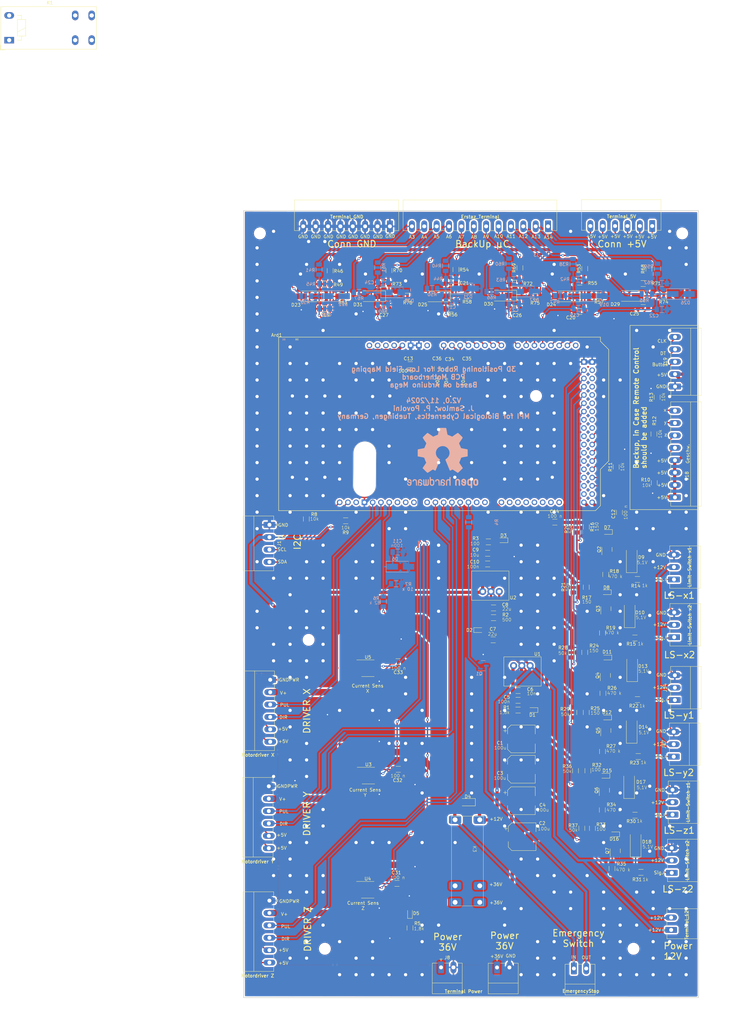
<source format=kicad_pcb>
(kicad_pcb (version 20240108) (generator "pcbnew") (generator_version "8.0")
  (layers (0 "F.Cu" signal) (31 "B.Cu" signal) (34 "B.Paste" user) (35 "F.Paste" user) (36 "B.SilkS" user "B.Silkscreen") (37 "F.SilkS" user "F.Silkscreen") (38 "B.Mask" user) (39 "F.Mask" user) (44 "Edge.Cuts" user))
  (net 0 "")
  (net 1 "+12V")
  (net 2 "+36V")
  (net 5 "GND")
  (net 9 "/PowerElectronic/U Driver y")
  (net 11 "/Over Voltage Protection/µC-A7")
  (net 13 "+5V")
  (net 14 "/Connectors/SCL_Display")
  (net 15 "/Connectors/SDA_Display")
  (net 16 "/Connectors/Button_fast")
  (net 17 "/Connectors/Button_z")
  (net 18 "/Connectors/Button_y")
  (net 19 "/Connectors/Button_x")
  (net 20 "/Connectors/Signal LS x2")
  (net 22 "/Connectors/Signal LS x1")
  (net 24 "/Over Voltage Protection/µC-A11")
  (net 25 "/Voltage Converter/Signal LS y1 n. SW")
  (net 27 "/Connectors/Signal LS y1")
  (net 28 "/Over Voltage Protection/µC-A10")
  (net 29 "/Connectors/Signal LS y2")
  (net 30 "/PowerElectronic/Status_Relais")
  (net 32 "/Over Voltage Protection/µC-A3")
  (net 33 "/Voltage Converter/Signal LS y2 n. SW")
  (net 34 "/Connectors/Signal LS z1")
  (net 35 "/Over Voltage Protection/µC-A9")
  (net 36 "/Connectors/Signal LS z2")
  (net 40 "/Over Voltage Protection/µC-A8")
  (net 42 "/Connectors/A4")
  (net 43 "/Over Voltage Protection/µC-A5")
  (net 44 "/Connectors/A8")
  (net 45 "/Over Voltage Protection/µC-A6")
  (net 46 "/Connectors/A12")
  (net 47 "/Voltage Converter/Signal LS z1 n. SW")
  (net 50 "/Connectors/A5")
  (net 52 "/Connectors/A9")
  (net 53 "/Connectors/V+ Treiber x")
  (net 54 "/Over Voltage Protection/µC-A4")
  (net 55 "/Connectors/A13")
  (net 56 "/Voltage Converter/Signal LS z2 n. SW")
  (net 58 "/Connectors/A6")
  (net 59 "/Over Voltage Protection/µC-A12")
  (net 60 "/Connectors/A10")
  (net 62 "/Connectors/A14")
  (net 63 "/PowerElectronic/Control_EmergencyStop")
  (net 64 "/Connectors/A3")
  (net 66 "/Connectors/A7")
  (net 67 "/Over Voltage Protection/µC-A13")
  (net 68 "/Connectors/A11")
  (net 70 "/PowerElectronic/U Driver z")
  (net 71 "/PowerElectronic/U Driver x")
  (net 72 "/Connectors/PUL Treiber x")
  (net 73 "/Connectors/DIR Treiber x")
  (net 74 "/Connectors/V+ Treiber y")
  (net 75 "/Connectors/PUL Treiber y")
  (net 76 "/Connectors/DIR Treiber y")
  (net 77 "/Connectors/V+ Treiber z")
  (net 78 "/Connectors/PUL Treiber z")
  (net 79 "/Connectors/DIR Treiber z")
  (net 80 "/Connectors/Button-Encoder")
  (net 81 "/Connectors/DT-Encoder")
  (net 82 "/Voltage Converter/Signal LS x1 n. SW")
  (net 83 "/Over Voltage Protection/µC-A14")
  (net 87 "/Voltage Converter/Signal LS x2 n. SW")
  (net 88 "Net-(D1-A)")
  (net 89 "Net-(D2-A)")
  (net 90 "Net-(D3-A)")
  (net 91 "/Connectors/EmergencyStop_IN")
  (net 92 "Net-(D5-A)")
  (net 93 "Net-(D5-K)")
  (net 94 "Net-(D7-A)")
  (net 95 "Net-(D8-A)")
  (net 96 "Net-(D11-A)")
  (net 97 "Net-(D12-A)")
  (net 98 "Net-(D15-A)")
  (net 99 "/Connectors/CLK-Encoder")
  (net 114 "Net-(D16-A)")
  (net 115 "/Connectors/EmergencyStop_OUT")
  (net 116 "Net-(Q1-G)")
  (net 117 "Net-(Q2-G)")
  (net 118 "Net-(Q3-G)")
  (net 119 "Net-(Q4-G)")
  (net 121 "Net-(Q5-G)")
  (net 122 "Net-(Q6-G)")
  (net 123 "Net-(Q7-G)")
  (footprint "Resistor_SMD:R_1206_3216Metric_Pad1.30x1.75mm_HandSolder" (layer "F.Cu") (at 180 80.84 90)
    (property "Reference" "R53")
    (property "Value" "R")
  )
  (footprint "Capacitor_SMD:C_1206_3216Metric_Pad1.33x1.80mm_HandSolder" (layer "F.Cu") (at 170.8 158.8 180)
    (property "Reference" "C14")
    (property "Value" "100 n")
  )
  (footprint "Capacitor_SMD:C_1206_3216Metric_Pad1.33x1.80mm_HandSolder" (layer "F.Cu") (at 122.5375 201.7)
    (property "Reference" "C33")
    (property "Value" "100 n")
  )
  (footprint "Connector_Phoenix_MC:PhoenixContact_MC_1,5_3-G-3.81_1x03_P3.81mm_Horizontal" (layer "F.Cu") (at 207.391 230.9114 90)
    (property "Reference" "J17")
    (property "Value" "Limit-Switch y2")
  )
  (footprint "Package_TO_SOT_SMD:SOT-23" (layer "F.Cu") (at 186.3475 205.935 90)
    (property "Reference" "Q4")
    (property "Value" "Q_NMOS_GDS" (hide yes))
  )
  (footprint "Connector_Phoenix_MC:PhoenixContact_MC_1,5_6-G-3.81_1x06_P3.81mm_Horizontal" (layer "F.Cu") (at 83.1825 207.28 -90)
    (property "Reference" "J2" (hide yes))
    (property "Value" "Motordriver X")
  )
  (footprint "Resistor_SMD:R_1206_3216Metric_Pad1.30x1.75mm_HandSolder" (layer "F.Cu") (at 143.7925 89.23 180)
    (property "Reference" "R58")
    (property "Value" "R")
  )
  (footprint "Connector_Phoenix_MC:PhoenixContact_MC_1,5_2-G-3.81_1x02_P3.81mm_Horizontal" (layer "F.Cu") (at 206.6 284.2 90)
    (property "Reference" "J5")
    (property "Value" "Terminal_12V")
  )
  (footprint "LED_SMD:LED_0603_1608Metric_Pad1.05x0.95mm_HandSolder" (layer "F.Cu") (at 126.2 279 90)
    (property "Reference" "D5")
    (property "Value" "blue")
  )
  (footprint "Resistor_SMD:R_1206_3216Metric_Pad1.30x1.75mm_HandSolder" (layer "F.Cu") (at 118.1875 85.5025 180)
    (property "Reference" "R73")
    (property "Value" "R")
  )
  (footprint "MountingHole:MountingHole_3.2mm_M3_DIN965" (layer "F.Cu") (at 210 70)
    (property "Reference" " ")
    (property "Value" "MountingHole_3.2mm_M3_DIN965")
  )
  (footprint "Package_TO_SOT_SMD:SOT-23" (layer "F.Cu") (at 186.51125 185.43 90)
    (property "Reference" "Q3")
    (property "Value" "Q_NMOS_GDS")
  )
  (footprint "Capacitor_SMD:C_1206_3216Metric_Pad1.33x1.80mm_HandSolder" (layer "F.Cu") (at 197.982968 92.814 180)
    (property "Reference" "C25")
    (property "Value" "C")
  )
  (footprint "Resistor_SMD:R_1206_3216Metric_Pad1.30x1.75mm_HandSolder" (layer "F.Cu") (at 196.20875 176.43 180)
    (property "Reference" "R14")
    (property "Value" "1k")
  )
  (footprint "Resistor_SMD:R_1206_3216Metric_Pad1.30x1.75mm_HandSolder" (layer "F.Cu") (at 138.7925 93.23 180)
    (property "Reference" "R56")
    (property "Value" "R")
  )
  (footprint "Connector_Phoenix_MC:PhoenixContact_MC_1,5_8-G-3.81_1x08_P3.81mm_Horizontal" (layer "F.Cu") (at 207.772 151.1808 90)
    (property "Reference" "J18")
    (property "Value" "Terminal Buttons")
  )
  (footprint "Package_TO_SOT_SMD:SOT-23" (layer "F.Cu") (at 186.0425 241.245 90)
    (property "Reference" "Q6")
    (property "Value" "Q_NMOS_GDS")
  )
  (footprint "Capacitor_SMD:C_1206_3216Metric_Pad1.33x1.80mm_HandSolder" (layer "F.Cu") (at 150.115 171.6575)
    (property "Reference" "C10")
    (property "Value" "100n")
  )
  (footprint "Connector_Phoenix_MC:PhoenixContact_MC_1,5_12-G-3.81_1x12_P3.81mm_Horizontal" (layer "F.Cu") (at 168.7 67.8325 180)
    (property "Reference" "J3")
    (property "Value" "Erstaz_Terminal")
  )
  (footprint "Resistor_SMD:R_1206_3216Metric_Pad1.30x1.75mm_HandSolder" (layer "F.Cu") (at 185.6025 211.435 90)
    (property "Reference" "R26")
    (property "Value" "470 k")
  )
  (footprint "1_ProjectSpecific:Relay_PR22" (layer "F.Cu") (at 140.081 250.317 -90)
    (property "Reference" "K3")
    (property "Value" "PR22")
  )
  (footprint "Capacitor_SMD:C_1206_3216Metric_Pad1.33x1.80mm_HandSolder" (layer "F.Cu") (at 100.0575 93.19 180)
    (property "Reference" "C19")
    (property "Value" "C")
  )
  (footprint "Capacitor_SMD:C_1206_3216Metric_Pad1.33x1.80mm_HandSolder" (layer "F.Cu") (at 126.2875 110.38)
    (property "Reference" "C13")
    (property "Value" "100 n")
  )
  (footprint "Resistor_SMD:R_1206_3216Metric_Pad1.30x1.75mm_HandSolder" (layer "F.Cu") (at 178.45 85 180)
    (property "Reference" "R55")
    (property "Value" "R")
  )
  (footprint "Diode_SMD:D_SMA_Handsoldering" (layer "F.Cu") (at 154.646 89.154 180)
    (property "Reference" "D30")
    (property "Value" "5,1V")
  )
  (footprint "Connector_Phoenix_MC:PhoenixContact_MC_1,5_3-G-3.81_1x03_P3.81mm_Horizontal" (layer "F.Cu") (at 207.52875 194.185 90)
    (property "Reference" "J16")
    (property "Value" "Limit-Switch x2")
  )
  (footprint "Connector_Phoenix_MC:PhoenixContact_MC_1,5_2-G-3.81_1x02_P3.81mm_Horizontal" (layer "F.Cu") (at 176.65 296.0675)
    (property "Reference" "J10")
    (property "Value" "EmergencyStop")
  )
  (footprint "Capacitor_SMD:C_1206_3216Metric_Pad1.33x1.80mm_HandSolder" (layer "F.Cu") (at 134.6 111.6375 -90)
    (property "Reference" "C36")
    (property "Value" "10n")
  )
  (footprint "Capacitor_SMD:C_1206_3216Metric_Pad1.33x1.80mm_HandSolder" (layer "F.Cu") (at 138.4 111.8 -90)
    (property "Reference" "C34")
    (property "Value" "10n")
  )
  (footprint "Resistor_SMD:R_1206_3216Metric_Pad1.30x1.75mm_HandSolder" (layer "F.Cu") (at 197.982968 85.424 180)
    (property "Reference" "R71")
    (property "Value" "R")
  )
  (footprint "MountingHole:MountingHole_3.2mm_M3_DIN965" (layer "F.Cu") (at 165 120)
    (property "Reference" " ")
    (property "Value" "MountingHole_3.2mm_M3_DIN965")
  )
  (footprint "Diode_SMD:D_SMA_Handsoldering" (layer "F.Cu") (at 194.46125 222.38 90)
    (property "Reference" "D14")
    (property "Value" "5,1V")
  )
  (footprint "Connector_Phoenix_MC:PhoenixContact_MC_1,5_6-G-3.81_1x06_P3.81mm_Horizontal" (layer "F.Cu") (at 82.9325 275.19 -90)
    (property "Reference" "J9" (hide yes))
    (property "Value" "Motordriver Z")
  )
  (footprint "Resistor_SMD:R_1206_3216Metric_Pad1.30x1.75mm_HandSolder" (layer "F.Cu") (at 184.3525 89.185 180)
    (property "Reference" "R57")
    (property "Value" "R")
  )
  (footprint "Resistor_SMD:R_1206_3216Metric_Pad1.30x1.75mm_HandSolder" (layer "F.Cu") (at 176.46125 178.88 -90)
    (property "Reference" "R21")
    (property "Value" "50k")
  )
  (footprint "Package_SO:SOIC-8_3.9x4.9mm_P1.27mm" (layer "F.Cu") (at 113.395 236.7475)
    (property "Reference" "U3")
    (property "Value" "ACS715xLCTR-20A")
  )
  (footprint "Resistor_SMD:R_1206_3216Metric_Pad1.30x1.75mm_HandSolder" (layer "F.Cu") (at 180.46125 217.33 -90)
    (property "Reference" "R25")
    (property "Value" "150")
  )
  (footprint "Diode_SMD:D_SMA_Handsoldering" (layer "F.Cu") (at 194.6025 203.435 90)
    (property "Reference" "D13")
    (property "Value" "5,1V")
  )
  (footprint "Connector_Phoenix_MC:PhoenixContact_MC_1,5_2-G-3.81_1x02_P3.81mm_Horizontal" (layer "F.Cu") (at 153 295.75)
    (property "Reference" "J11")
    (property "Value" "Terminal Power")
  )
  (footprint "Capacitor_SMD:CP_Elec_8x6.2" (layer "F.Cu") (at 160.5 244.47)
    (property "Reference" "C4")
    (property "Value" "100u")
  )
  (footprint "Resistor_SMD:R_1206_3216Metric_Pad1.30x1.75mm_HandSolder" (layer "F.Cu") (at 160.046 80.604 90)
    (property "Reference" "R69")
    (property "Value" "R")
  )
  (footprint "Capacitor_SMD:C_1206_3216Metric_Pad1.33x1.80mm_HandSolder" (layer "F.Cu") (at 178.4375 94 180)
    (property "Reference" "C20")
    (property "Value" "C")
  )
  (footprint "Package_SO:SOIC-8_3.9x4.9mm_P1.27mm" (layer "F.Cu") (at 113.195 271.8575)
    (property "Reference" "U4")
    (property "Value" "ACS715xLCTR-20A")
  )
  (footprint "Resistor_SMD:R_1206_3216Metric_Pad1.30x1.75mm_HandSolder" (layer "F.Cu") (at 140.3425 81.125 90)
    (property "Reference" "R54")
    (property "Value" "R")
  )
  (footprint "LED_SMD:LED_0603_1608Metric_Pad1.05x0.95mm_HandSolder" (layer "F.Cu") (at 186.49125 180.35 180)
    (property "Reference" "D8")
    (property "Value" "yellow")
  )
  (footprint "Resistor_SMD:R_1206_3216Metric_Pad1.30x1.75mm_HandSolder" (layer "F.Cu") (at 189.6775 141.83 90)
    (property "Reference" "R11")
    (property "Value" "10k")
  )
  (footprint "Capacitor_SMD:C_1206_3216Metric_Pad1.33x1.80mm_HandSolder" (layer "F.Cu") (at 190.6775 155.8175 -90)
    (property "Reference" "C12")
    (property "Value" "100 n")
  )
  (footprint "Connector_Phoenix_MC:PhoenixContact_MC_1,5_3-G-3.81_1x03_P3.81mm_Horizontal" (layer "F.Cu") (at 207.46125 176.43 90)
    (property "Reference" "J13")
    (property "Value" "Limit-Switch x1")
  )
  (footprint "MountingHole:MountingHole_3.2mm_M3_DIN965" (layer "F.Cu") (at 80 70)
    (property "Reference" " ")
    (property "Value" "MountingHole_3.2mm_M3_DIN965")
  )
  (footprint "Resistor_SMD:R_1206_3216Metric_Pad1.30x1.75mm_HandSolder" (layer "F.Cu") (at 175.9125 198.885 -90)
    (property "Reference" "R28")
    (property "Value" "50k")
  )
  (footprint "Diode_SMD:D_SMA_Handsoldering" (layer "F.Cu") (at 174.1575 89.38 180)
    (property "Reference" "D24")
    (property "Value" "5,1V")
  )
  (footprint "Capacitor_SMD:C_1206_3216Metric_Pad1.33x1.80mm_HandSolder" (layer "F.Cu") (at 159.466256 213.59)
    (property "Reference" "C5")
    (property "Value" "100n")
  )
  (footprint "Package_TO_SOT_SMD:SOT-23" (layer "F.Cu") (at 186.84125 167.185 90)
    (property "Reference" "Q2")
    (property "Value" "Q_NMOS_GDS")
  )
  (footprint "Diode_SMD:D_SMA_Handsoldering" (layer "F.Cu") (at 195.6625 257.38 90)
    (property "Reference" "D18")
    (property "Value" "5,1V")
  )
  (footprint "Connector_Phoenix_MC:PhoenixContact_MC_1,5_5-G-3.81_1x05_P3.81mm_Horizontal" (layer "F.Cu") (at 207.7974 117.094 90)
    (property "Reference" "J19")
    (property "Value" "Terminal_Encoder")
  )
  (footprint "Resistor_SMD:R_1206_3216Metric_Pad1.30x1.75mm_HandSolder" (layer "F.Cu") (at 199.75 80.95 90)
    (property "Reference" "R68")
    (property "Value" "R")
  )
  (footprint "Resistor_SMD:R_1206_3216Metric_Pad1.30x1.75mm_HandSolder" (layer "F.Cu") (at 158.496 85.344 180)
    (property "Reference" "R72")
    (property "Value" "R")
  )
  (footprint "LED_SMD:LED_0603_1608Metric_Pad1.05x0.95mm_HandSolder" (layer "F.Cu") (at 186.6475 200.435 180)
    (property "Reference" "D11")
    (property "Value" "red")
  )
  (footprint "LED_SMD:LED_0603_1608Metric_Pad1.05x0.95mm_HandSolder" (layer "F.Cu") (at 186.84625 161.825 180)
    (property "Reference" "D7")
    (property "Value" "yellow")
  )
  (footprint "Connector_Phoenix_MC:PhoenixContact_MC_1,5_6-G-3.81_1x06_P3.81mm_Horizontal" (layer "F.Cu") (at 82.75 240.03 -90)
    (property "Reference" "J7" (hide yes))
    (property "Value" "Motordriver Y")
  )
  (footprint "MountingHole:MountingHole_3.2mm_M3_DIN965" (layer "F.Cu") (at 95 195)
    (property "Reference" " ")
    (property "Value" "MountingHole_3.2mm_M3_DIN965")
  )
  (footprint "Capacitor_SMD:C_1206_3216Metric_Pad1.33x1.80mm_HandSolder" (layer "F.Cu") (at 151.9275 185.18 180)
    (property "Reference" "C8")
    (property "Value" "22u")
  )
  (footprint "MountingHole:MountingHole_3.2mm_M3_DIN965" (layer "F.Cu") (at 195 290)
    (property "Reference" " ")
    (property "Value" "MountingHole_3.2mm_M3_DIN965")
  )
  (footprint "Resistor_SMD:R_1206_3216Metric_Pad1.30x1.75mm_HandSolder" (layer "F.Cu") (at 195.45125 194.43 180)
    (property "Reference" "R15")
    (property "Value" "1k")
  )
  (footprint "Diode_SMD:D_SMA_Handsoldering" (layer "F.Cu") (at 193.6625 239.38 90)
    (property "Reference" "D17")
    (property "Value" "5,1V")
  )
  (footprint "Capacitor_SMD:C_1206_3216Metric_Pad1.33x1.80mm_HandSolder" (layer "F.Cu") (at 143.6 111.7375 -90)
    (property "Reference" "C35")
    (property "Value" "10n")
  )
  (footprint "Resistor_SMD:R_1206_3216Metric_Pad1.30x1.75mm_HandSolder" (layer "F.Cu") (at 125.4375 89.3125 180)
    (property "Reference" "R76")
    (property "Value" "R")
  )
  (footprint "Diode_SMD:D_SMA_Handsoldering" (layer "F.Cu") (at 95.27 89.38 180)
    (property "Reference" "D23")
    (property "Value" "5,1V")
  )
  (footprint "Resistor_SMD:R_1206_3216Metric_Pad1.30x1.75mm_HandSolder" (layer "F.Cu") (at 188.385 265.33 90)
    (property "Reference" "R35")
    (property "Value" "470 k")
  )
  (footprint "Resistor_SMD:R_1206_3216Metric_Pad1.30x1.75mm_HandSolder" (layer "F.Cu") (at 100.07 85.57 180)
    (property "Reference" "R49")
    (property "Value" "R" (hide yes))
  )
  (footprint "Capacitor_SMD:C_1206_3216Metric_Pad1.33x1.80mm_HandSolder" (layer "F.Cu") (at 122.6 234.8)
    (property "Reference" "C32")
    (property "Value" "100 n")
  )
  (footprint "Connector_Phoenix_MC:PhoenixContact_MC_1,5_8-G-3.81_1x08_P3.81mm_Horizontal" (layer "F.Cu") (at 120.015 67.8325 180)
    (property "Reference" "J4" (hide yes))
    (property "Value" "Terminal_GND")
  )
  (footprint "Capacitor_SMD:C_1206_3216Metric_Pad1.33x1.80mm_HandSolder" (layer "F.Cu") (at 150.115 168.38)
    (property "Reference" "C9")
    (property "Value" "10u")
  )
  (footprint "Package_TO_SOT_SMD:SOT-23" (layer "F.Cu") (at 186.48375 222.875 90)
    (property "Reference" "Q5")
    (property "Value" "Q_NMOS_GDS")
  )
  (footprint "Resistor_SMD:R_1206_3216Metric_Pad1.30x1.75mm_HandSolder" (layer "F.Cu") (at 185.46125 229.33 90)
    (property "Reference" "R27")
    (property "Value" "470 k")
  )
  (footprint "Connector_Phoenix_MC:PhoenixContact_MC_1,5_3-G-3.81_1x03_P3.81mm_Horizontal" (layer "F.Cu") (at 207.7351 213.5082 90)
    (property "Reference" "J14")
    (property "Value" "Limit-Switch y1")
  )
  (footprint "LED_SMD:LED_0603_1608Metric_Pad1.05x0.95mm_HandSolder" (layer "F.Cu") (at 147.5025 192)
    (property "Reference" "D2")
    (property "Value" "blue")
  )
  (footprint "Relay_THT:Relay_SPST_Schrack-RT1-16A-FormA_RM5mm" (layer "F.Cu") (at 2.825 10.575)
    (property "Reference" "K1")
    (property "Value" "PR22-12V-400-1A")
  )
  (footprint "Capacitor_SMD:CP_Elec_8x6.2" (layer "F.Cu") (at 160.5 234.8)
    (property "Reference" "C3")
    (property "Value" "100u")
  )
  (footprint "Connector_Phoenix_MC:PhoenixContact_MC_1,5_3-G-3.81_1x03_P3.81mm_Horizontal" (layer "F.Cu") (at 207.02 248.74 90)
    (property "Reference" "J12" (hide yes))
    (property "Value" "Limit-Switch z1")
  )
  (footprint "Connector_Phoenix_MC:PhoenixContact_MC_1,5_3-G-3.81_1x03_P3.81mm_Horizontal" (layer "F.Cu") (at 206.7825 266.635 90)
    (property "Reference" "J15")
    (property "Value" "Limit-Switch z2")
  )
  (footprint "Resistor_SMD:R_1206_3216Metric_Pad1.30x1.75mm_HandSolder" (layer "F.Cu") (at 105.43 89.38 180)
    (property "Reference" "R51")
    (property "Value" "R")
  )
  (footprint "Resistor_SMD:R_1206_3216Metric_Pad1.30x1.75mm_HandSolder" (layer "F.Cu") (at 201.4 146.7 -90)
    (property "Reference" "R10")
    (property "Value" "10k")
  )
  (footprint "1_ProjectSpecific:P7812" (layer "F.Cu") (at 160.6328 202.774)
    (property "Reference" "U1")
    (property "Value" "P7812")
  )
  (footprint "Package_TO_SOT_SMD:SOT-23" (layer "F.Cu") (at 189.385 259.88 90)
    (property "Reference" "Q7")
    (property "Value" "Q_NMOS_GDS")
  )
  (footprint "LED_SMD:LED_0603_1608Metric_Pad1.05x0.95mm_HandSolder" (layer "F.Cu") (at 189.0725 254.8 180)
    (property "Reference" "D16")
    (property "Value" "green")
  )
  (footprint "Resistor_SMD:R_1206_3216Metric_Pad1.30x1.75mm_HandSolder" (layer "F.Cu") (at 195.47 248.93 180)
    (property "Reference" "R30")
    (property "Value" "1k")
  )
  (footprint "Diode_SMD:D_SMA_Handsoldering" (layer "F.Cu") (at 194.46125 169.93 90)
    (property "Reference" "D9")
    (property "Value" "5,1V")
  )
  (footprint "MountingHole:MountingHole_3.2mm_M3_DIN965" (layer "F.Cu") (at 100 290)
    (property "Reference" " ")
    (property "Value" "MountingHole_3.2mm_M3_DIN965")
  )
  (footprint "Resistor_SMD:R_1206_3216Metric_Pad1.30x1.75mm_HandSolder" (layer "F.Cu") (at 94.2875 157.83 -90)
    (property "Reference" "R8")
    (property "Value" "10k")
  )
  (footprint "Package_SO:SOIC-8_3.9x4.9mm_P1.27mm" (layer "F.Cu") (at 113.25125 203.7225)
    (property "Reference" "U5")
    (property "Value" "ACS715xLCTR-20A")
  )
  (footprint "LED_SMD:LED_0603_1608Metric_Pad1.05x0.95mm_HandSolder" (layer "F.Cu") (at 154.6775 164.38 180)
    (property "Reference" "D3")
    (property "Value" "blue")
  )
  (footprint "Connector_Phoenix_MC:PhoenixContact_MC_1,5_4-G-3.81_1x04_P3.81mm_Horizontal" (layer "F.Cu") (at 82.9425 159.6178 -90)
    (property "Reference" "J1")
    (property "Value" "Terminal_Display")
  )
  (footprint "1_ProjectSpecific:P7812" (layer "F.Cu") (at 151.1268 180.2834 180)
    (property "Reference" "U2")
    (property "Value" "V7805")
  )
  (footprint "Resistor_SMD:R_1206_3216Metric_Pad1.30x1.75mm_HandSolder" (layer "F.Cu") (at 182.36 252.95 -90)
    (property "Reference" "R33")
    (property "Value" "100")
  )
  (footprint "Resistor_SMD:R_1206_3216Metric_Pad1.30x1.75mm_HandSolder" (layer "F.Cu") (at 196.46125 230.88 180)
    (property "Reference" "R23")
    (property "Value" "1k")
  )
  (footprint "Resistor_SMD:R_1206_3216Metric_Pad1.30x1.75mm_HandSolder" (layer "F.Cu") (at 201.3 131.7 -90)
    (property "Reference" "R12")
    (property "Value" "10k")
  )
  (footprint "Capacitor_SMD:C_1206_3216Metric_Pad1.33x1.80mm_HandSolder" (layer "F.Cu") (at 158.4835 93.154 180)
    (property "Reference" "C26")
    (property "Value" "C")
  )
  (footprint "Resistor_SMD:R_1206_3216Metric_Pad1.30x1.75mm_HandSolder" (layer "F.Cu") (at 177.46125 160.43 -90)
    (property "Reference" "R20")
    (property "Value" "50k")
  )
  (footprint "Resistor_SMD:R_1206_3216Metric_Pad1.30x1.75mm_HandSolder" (layer "F.Cu") (at 159.466256 216.59)
    (property "Reference" "R1")
    (property "Value" "1,8k")
  )
  (footprint "Capacitor_SMD:C_1206_3216Metric_Pad1.33x1.80mm_HandSolder" (layer "F.Cu") (at 151.815 195 180)
    (property "Reference" "C7")
    (property "Value" "22u")
  )
  (footprint "LED_SMD:LED_0603_1608Metric_Pad1.05x0.95mm_HandSolder" (layer "F.Cu") (at 186.58625 218.88 180)
    (property "Reference" "D12")
    (property "Value" "red")
  )
  (footprint "Resistor_SMD:R_1206_3216Metric_Pad1.30x1.75mm_HandSolder" (layer "F.Cu") (at 151.9275 188.18 180)
    (property "Reference" "R2")
    (property "Value" "500")
  )
  (footprint "Capacitor_SMD:C_1206_3216Metric_Pad1.33x1.80mm_HandSolder" (layer "F.Cu") (at 138.78 85.23 180)
    (property "Reference" "C21")
    (property "Value" "C")
  )
  (footprint "Resistor_SMD:R_1206_3216Metric_Pad1.30x1.75mm_HandSolder" (layer "F.Cu") (at 150.3275 164.86)
    (property "Reference" "R3")
    (property "Value" "100")
  )
  (footprint "Resistor_SMD:R_1206_3216Metric_Pad1.30x1.75mm_HandSolder" (layer "F.Cu") (at 106.4075 158.38 180)
    (property "Reference" "R9")
    (property "Value" "10k")
  )
  (footprint "Resistor_SMD:R_1206_3216Metric_Pad1.30x1.75mm_HandSolder" (layer "F.Cu") (at 204.297968 89.234 180)
    (property "Reference" "R74")
    (property "Value" "R")
  )
  (footprint "Resistor_SMD:R_1206_3216Metric_Pad1.30x1.75mm_HandSolder" (layer "F.Cu") (at 197.2875 266.5 180)
    (property "Reference" "R31")
    (property "Value" "1k")
  )
  (footprint "Resistor_SMD:R_1206_3216Metric_Pad1.30x1.75mm_HandSolder" (layer "F.Cu") (at 196.2275 213.38 180)
    (property "Reference" "R22")
    (property "Value" "1k")
  )
  (footprint "Diode_SMD:D_SMA_Handsoldering" (layer "F.Cu") (at 114.2875 89.3125 180)
    (property "Reference" "D31")
    (property "Value" "5,1V" (hide yes))
  )
  (footprint "Connector_Phoenix_MC:PhoenixContact_MC_1,5_6-G-3.81_1x06_P3.81mm_Horizontal" (layer "F.Cu") (at 200.77 67.7325 180)
    (property "Reference" "J6" (hide yes))
    (property "Value" "Terminal_5V")
  )
  (footprint "Diode_SMD:D_SMA_Handsoldering" (layer "F.Cu") (at 193.82625 186.84 90)
    (property "Reference" "D10")
    (property "Value" "5,1V")
  )
  (footprint "Diode_SMD:D_SMA_Handsoldering" (layer "F.Cu") (at 134.2375 89.38 180)
    (property "Reference" "D25")
    (property "Value" "5,1V")
  )
  (footprint "Resistor_SMD:R_1206_3216Metric_Pad1.30x1.75mm_HandSolder" (layer "F.Cu") (at 179.9975 198.855 -90)
    (property "Reference" "R24")
    (property "Value" "150")
  )
  (footprint "Capacitor_SMD:CP_Elec_8x6.2" (layer "F.Cu") (at 160.5 225.47)
    (property "Reference" "C1")
    (property "Value" "100u")
  )
  (footprint "Diode_SMD:D_SMA_Handsoldering" (layer "F.Cu") (at 193.782968 89.234 180)
    (property "Reference" "D29")
    (property "Value" "5,1V")
  )
  (footprint "Resistor_SMD:R_1206_3216Metric_Pad1.30x1.75mm_HandSolder" (layer "F.Cu") (at 180.49125 160.275 -90)
    (property "Reference" "R16")
    (property "Value" "150")
  )
  (footprint "Resistor_SMD:R_1206_3216Metric_Pad1.30x1.75mm_HandSolder" (layer "F.Cu") (at 186.45125 174.88 90)
    (property "Reference" "R18")
    (property "Value" "470 k")
  )
  (footprint "Connector_Phoenix_MC:PhoenixContact_MC_1,5_2-G-3.81_1x02_P3.81mm_Horizontal" (layer "F.Cu") (at 135.7672 295.7207)
    (property "Reference" "J8")
    (property "Value" "Terminal Power BU")
  )
  (footprint "LED_SMD:LED_0603_1608Metric_Pad1.05x0.95mm_HandSolder" (layer "F.Cu") (at 186.065 236.8 180)
    (property "Reference" "D15")
    (property "Value" "green")
  )
  (footprint "Resistor_SMD:R_1206_3216Metric_Pad1.30x1.75mm_HandSolder" (layer "F.Cu") (at 101.62 81.48 90)
    (property "Reference" "R46")
    (property "Value" "R" (hide yes))
  )
  (footprint "Capacitor_SMD:CP_Elec_8x6.2" (layer "F.Cu") (at 160.73 255.531098)
    (property "Reference" "C2")
    (property "Value" "100u")
  )
  (footprint "Resistor_SMD:R_1206_3216Metric_Pad1.30x1.75mm_HandSolder" (layer "F.Cu") (at 176.65125 217.33 -90)
    (property "Reference" "R29")
    (property "Value" "50k")
  )
  (footprint "LED_SMD:LED_0603_1608Metric_Pad1.05x0.95mm_HandSolder" (layer "F.Cu") (at 163.916256 216.59 180)
    (property "Reference" "D1")
    (property "Value" "blue")
  )
  (footprint "Diode_SMD:D_1206_3216Metric_Pad1.42x1.75mm_HandSolder" (layer "F.Cu") (at 143.8625 244.93 180)
    (property "Reference" "D4")
    (property "Value" "D")
  )
  (footprint "Resistor_SMD:R_1206_3216Metric_Pad1.30x1.75mm_HandSolder" (layer "F.Cu") (at 185.46125 192.88 90)
    (property "Reference" "R19")
    (property "Value" "470 k")
  )
  (footprint "Capacitor_SMD:C_1206_3216Metric_Pad1.33x1.80mm_HandSolder" (layer "F.Cu") (at 159.466256 210.59)
    (property "Reference" "C6")
    (property "Value" "10n")
  )
  (footprint "Resistor_SMD:R_1206_3216Metric_Pad1.30x1.75mm_HandSolder" (layer "F.Cu") (at 180.9625 235.25 -90)
    (property "Reference" "R32")
    (property "Value" "100")
  )
  (footprint "Resistor_SMD:R_1206_3216Metric_Pad1.30x1.75mm_HandSolder" (layer "F.Cu") (at 177.1525 235.25 -90)
    (property "Reference" "R36")
    (property "Value" "50k")
  )
  (footprint "Capacitor_SMD:C_1206_3216Metric_Pad1.33x1.80mm_HandSolder" (layer "F.Cu") (at 118.175 93.2575 180)
    (property "Reference" "C27")
    (property "Value" "C")
  )
  (footprint "Resistor_SMD:R_1206_3216Metric_Pad1.30x1.75mm_HandSolder" (layer "F.Cu") (at 126.2 283.6 -90)
    (property "Reference" "R5")
    (property "Value" "1,8k")
  )
  (footprint "Resistor_SMD:R_1206_3216Metric_Pad1.30x1.75mm_HandSolder" (layer "F.Cu") (at 185.4075 247.315 90)
    (property "Reference" "R34")
    (property "Value" "470 k")
  )
  (footprint "Resistor_SMD:R_1206_3216Metric_Pad1.30x1.75mm_HandSolder" (layer "F.Cu") (at 179.1 252.95 -90)
    (property "Reference" "R37")
    (property "Value" "50k")
  )
  (footprint "Resistor_SMD:R_1206_3216Metric_Pad1.30x1.75mm_HandSolder" (layer "F.Cu") (at 202.2875 120.38 90)
    (property "Reference" "R13")
    (property "Value" "10k")
  )
  (footprint "Resistor_SMD:R_1206_3216Metric_Pad1.30x1.75mm_HandSolder" (layer "F.Cu") (at 164.82 89.408 180)
    (property "Reference" "R75")
    (property "Value" "R" (hide yes))
  )
  (footprint "Capacitor_SMD:C_1206_3216Metric_Pad1.33x1.80mm_HandSolder" (layer "F.Cu") (at 122.2 269.9)
    (property "Reference" "C31")
    (property "Value" "100 n")
  )
  (footprint "Resistor_SMD:R_1206_3216Metric_Pad1.30x1.75mm_HandSolder" (layer "F.Cu") (at 119.7375 81.4125 90)
    (property "Reference" "R70")
    (property "Value" "R")
  )
  (footprint "Resistor_SMD:R_1206_3216Metric_Pad1.30x1.75mm_HandSolder" (layer "F.Cu") (at 180.46125 178.8 -90)
    (property "Reference" "R17")
    (property "Value" "150")
  )
  (footprint "Resistor_SMD:R_1206_3216Metric_Pad1.30x1.75mm_HandSolder" (layer "B.Cu") (at 138.86 83.914)
    (property "Reference" "R44")
    (property "Value" "R")
  )
  (footprint "Diode_SMD:D_SMA_Handsoldering" (layer "B.Cu") (at 103.42 89.3)
    (property "Reference" "D22")
    (property "Value" "5,1V")
  )
  (footprint "Resistor_SMD:R_1206_3216Metric_Pad1.30x1.75mm_HandSolder" (layer "B.Cu") (at 172.435 89.11)
    (property "Reference" "R47")
    (property "Value" "R")
  )
  (footprint "Diode_SMD:D_SMA_Handsoldering" (layer "B.Cu") (at 123.25 172.5)
    (property "Reference" "D6")
    (property "Value" "5,1V")
  )
  (footprint "Resistor_SMD:R_1206_3216Metric_Pad1.30x1.75mm_HandSolder" (layer "B.Cu") (at 158.182 84.194)
    (property "Reference" "R63")
    (property "Value" "R")
  )
  (footprint "Capacitor_SMD:C_1206_3216Metric_Pad1.33x1.80mm_HandSolder" (layer "B.Cu") (at 122.4375 168)
    (property "Reference" "C11")
    (property "Value" "100n")
  )
  (footprint "Resistor_SMD:R_1206_3216Metric_Pad1.30x1.75mm_HandSolder" (layer "B.Cu") (at 137.16 79.984 90)
    (property "Reference" "R40")
    (property "Value" "R")
  )
  (footprint "Resistor_SMD:R_1206_3216Metric_Pad1.30x1.75mm_HandSolder" (layer "B.Cu") (at 99.81 85.49)
    (property "Reference" "R45")
    (property "Value" "R")
  )
  (footprint "Diode_SMD:D_SMA_Handsoldering" (layer "B.Cu") (at 162.012 87.884)
    (property "Reference" "D27")
    (property "Value" "5,1V")
  )
  (footprint "Resistor_SMD:R_1206_3216Metric_Pad1.30x1.75mm_HandSolder" (layer "B.Cu") (at 133.02 86.969)
    (property "Reference" "R50")
    (property "Value" "R")
  )
  (footprint "Resistor_SMD:R_1206_3216Metric_Pad1.30x1.75mm_HandSolder" (layer "B.Cu") (at 144.2875 158.83 -90)
    (property "Reference" "R4")
    (property "Value" "470k")
  )
  (footprint "Package_TO_SOT_SMD:SOT-23" (layer "B.Cu") (at 148.7625 202.95)
    (property "Reference" "Q1")
    (property "Value" "Q_NMOS_GSD")
  )
  (footprint "Resistor_SMD:R_1206_3216Metric_Pad1.30x1.75mm_HandSolder" (layer "B.Cu") (at 94.165 89.3)
    (property "Reference" "R52")
    (property "Value" "R")
  )
  (footprint "Resistor_SMD:R_1206_3216Metric_Pad1.30x1.75mm_HandSolder" (layer "B.Cu") (at 156.6495 79.304 90)
    (property "Reference" "R60")
    (property "Value" "R")
  )
  (footprint "Resistor_SMD:R_1206_3216Metric_Pad1.30x1.75mm_HandSolder" (layer "B.Cu") (at 151.311 87.897)
    (property "Reference" "R66")
    (property "Value" "R")
  )
  (footprint "Resistor_SMD:R_1206_3216Metric_Pad1.30x1.75mm_HandSolder" (layer "B.Cu") (at 199.136 88.646)
    (property "Reference" "R65")
    (property "Value" "R")
  )
  (footprint "Resistor_SMD:R_1206_3216Metric_Pad1.30x1.75mm_HandSolder" (layer "B.Cu") (at 203.718936 85.421)
    (property "Reference" "R62")
    (property "Value" "R")
  )
  (footprint "Diode_SMD:D_SMA_Handsoldering" (layer "B.Cu") (at 143.14 86.969)
    (property "Reference" "D21")
    (property "Value" "5,1V")
  )
  (footprint "Resistor_SMD:R_1206_3216Metric_Pad1.30x1.75mm_HandSolder" (layer "B.Cu") (at 176.38 79.42 90)
    (property "Reference" "R38")
    (property "Value" "R")
  )
  (footprint "Capacitor_SMD:C_1206_3216Metric_Pad1.33x1.80mm_HandSolder" (layer "B.Cu") (at 138.8725 90.779)
    (property "Reference" "C17")
    (property "Value" "C")
  )
  (footprint "Resistor_SMD:R_1206_3216Metric_Pad1.30x1.75mm_HandSolder" (layer "B.Cu") (at 117.821 91.948)
    (property "Reference" "R64")
    (property "Value" "R")
  )
  (footprint "Resistor_SMD:R_1206_3216Metric_Pad1.30x1.75mm_HandSolder" (layer "B.Cu") (at 116.271 80.518 90)
    (property "Reference" "R61")
    (property "Value" "R")
  )
  (footprint "Capacitor_SMD:C_1206_3216Metric_Pad1.33x1.80mm_HandSolder" (layer "B.Cu") (at 117.8335 84.963)
    (property "Reference" "C24")
    (property "Value" "C")
  )
  (footprint "Resistor_SMD:R_1206_3216Metric_Pad1.30x1.75mm_HandSolder" (layer "B.Cu") (at 121.95 177.75)
    (property "Reference" "R7")
    (property "Value" "10 k")
  )
  (footprint "Resistor_SMD:R_1206_3216Metric_Pad1.30x1.75mm_HandSolder" (layer "B.Cu") (at 110.516 88.138)
    (property "Reference" "R67")
    (property "Value" "R")
  )
  (footprint "Diode_SMD:D_SMA_Handsoldering" (layer "B.Cu") (at 209.611 88.646)
    (property "Reference" "D26")
    (property "Value" "5,1V")
  )
  (footprint "Capacitor_SMD:C_1206_3216Metric_Pad1.33x1.80mm_HandSolder" (layer "B.Cu") (at 158.1945 91.694)
    (property "Reference" "C23")
    (property "Value" "C")
  )
  (footprint "Diode_SMD:D_SMA_Handsoldering" (layer "B.Cu") (at 182.8425 89.3)
    (property "Reference" "D19")
    (property "Value" "5,1V")
  )
  (footprint "Resistor_SMD:R_1206_3216Metric_Pad1.30x1.75mm_HandSolder" (layer "B.Cu") (at 98.2075 81.12 90)
    (property "Reference" "R41")
    (property "Value" "R")
  )
  (footprint "Capacitor_SMD:C_1206_3216Metric_Pad1.33x1.80mm_HandSolder" (layer "B.Cu") (at 178.06 93.11)
    (property "Reference" "C15")
    (property "Value" "C")
  )
  (footprint "1_ProjectSpecific:Arduino-Mega" (layer "B.Cu") (at 85.7675 101.91)
    (property "Reference" "Ard1")
    (property "Value" "Arduino_Mega")
  )
  (footprint "Diode_SMD:D_SMA_Handsoldering" (layer "B.Cu") (at 121.626 88.138)
    (property "Reference" "D28")
    (property "Value" "5,1V")
  )
  (footprint "Capacitor_SMD:C_1206_3216Metric_Pad1.33x1.80mm_HandSolder" (layer "B.Cu") (at 99.8225 93.11)
    (property "Reference" "C18")
    (property "Value" "C")
  )
  (footprint "Resistor_SMD:R_1206_3216Metric_Pad1.30x1.75mm_HandSolder" (layer "B.Cu") (at 202.3985 80.866 90)
    (property "Reference" "R59")
    (property "Value" "R")
  )
  (footprint "Resistor_SMD:R_1206_3216Metric_Pad1.30x1.75mm_HandSolder" (layer "B.Cu") (at 177.985 84.11)
    (property "Reference" "R42")
    (property "Value" "R")
  )
  (footprint "Resistor_SMD:R_1206_3216Metric_Pad1.30x1.75mm_HandSolder" (layer "B.Cu") (at 118 183.2 90)
    (property "Reference" "R6")
    (property "Value" "82 k")
  )
  (footprint "Symbol:OSHW-Logo2_24.3x20mm_SilkScreen" (layer "B.Cu") (at 136.271 139.065 180)
    (property "Reference" "REF**" (hide yes))
    (property "Value" "OSHW-Logo2_24.3x20mm_SilkScreen" (hide yes))
  )
  (footprint "Capacitor_SMD:C_1206_3216Metric_Pad1.33x1.80mm_HandSolder" (layer "B.Cu") (at 203.718936 93.421)
    (property "Reference" "C22")
    (property "Value" "C")
  )
  (gr_rect (start 193.929 98.298) (end 214.884 154.94) (stroke (width 0.15)) (fill none) (layer "F.SilkS"))
  (gr_rect (start 75 63) (end 215 305) (stroke (width 0.2)) (fill none) (layer "Edge.Cuts"))
  (gr_line (start 115.7 147.5) (end 115.8 137.5) (stroke (width 0.1)) (layer "Edge.Cuts"))
  (gr_arc (start 108.8 137.5) (mid 112.3 134) (end 115.8 137.5) (stroke (width 0.1)) (layer "Edge.Cuts"))
  (gr_line (start 108.8 137.5) (end 108.7 147.5) (stroke (width 0.1)) (layer "Edge.Cuts"))
  (gr_arc (start 115.7 147.5) (mid 112.2 151) (end 108.7 147.5) (stroke (width 0.1)) (layer "Edge.Cuts"))
  (gr_text "3D Positioning Robot for Low Field Mapping\nPCB Motherboard\nBased on Arduino Mega\n\nV2.0, 11/2024\nJ. Samlow, P. Povolni\nMPI for Biological Cybernetics, Tuebingen, Germany" (at 133.477 118.999 0) (layer "B.SilkS") (effects (font (size 1.5 1.5) (thickness 0.3)) (justify mirror)))
  (gr_text "+5V" (at 193.2 70.9 0) (layer "F.SilkS") (effects (font (size 1 1))))
  (gr_text "LS-x1" (at 204.089 182.499 0) (layer "F.SilkS") (effects (font (size 2 2) (thickness 0.3)) (justify left bottom)))
  (gr_text "GNDPWR\n" (at 89 207.3 0) (layer "F.SilkS") (effects (font (size 1 1))))
  (gr_text "A8" (at 145.9 71.1 0) (layer "F.SilkS") (effects (font (size 1 1))))
  (gr_text "PUL" (at 86.106 215.011 0) (layer "F.SilkS") (effects (font (size 1 1)) (justify left)))
  (gr_text "+5V" (at 86.7 255 0) (layer "F.SilkS") (effects (font (size 1 1))))
  (gr_text "DIR" (at 87.249 218.8 0) (layer "F.SilkS") (effects (font (size 1 1))))
  (gr_text "Power\n36V" (at 137.795 290.703 0) (layer "F.SilkS") (effects (font (size 2 2) (thickness 0.3)) (justify bottom)))
  (gr_text "GND\n" (at 157.2 292.2 0) (layer "F.SilkS") (effects (font (size 1 1))))
  (gr_text "GND\n" (at 120.1 70.9 0) (layer "F.SilkS") (effects (font (size 1 1))))
  (gr_text "OUT" (at 180.5 292.7 0) (layer "F.SilkS") (effects (font (size 1 1))))
  (gr_text "+12V" (at 202.3 262.8 0) (layer "F.SilkS") (effects (font (size 1 1))))
  (gr_text "GND\n" (at 112.4 71 0) (layer "F.SilkS") (effects (font (size 1 1))))
  (gr_text "+12V" (at 203 190.3 0) (layer "F.SilkS") (effects (font (size 1 1))))
  (gr_text "PUL" (at 85.852 247.777 0) (layer "F.SilkS") (effects (font (size 1 1)) (justify left)))
  (gr_text "+5V" (at 185.5 71 0) (layer "F.SilkS") (effects (font (size 1 1))))
  (gr_text "+5V" (at 203.8 147.4 0) (layer "F.SilkS") (effects (font (size 1 1))))
  (gr_text "+5V" (at 87.2 226.2 0) (layer "F.SilkS") (effects (font (size 1 1))))
  (gr_text "Current Sens\nZ" (at 111.76 278.13 0) (layer "F.SilkS") (effects (font (size 1 1)) (justify bottom)))
  (gr_text "V+" (at 86.106 211.328 0) (layer "F.SilkS") (effects (font (size 1 1)) (justify left)))
  (gr_text "I2C" (at 92.71 167.513 90) (layer "F.SilkS") (effects (font (size 2 2) (thickness 0.3)) (justify left bottom)))
  (gr_text "Sig." (at 202.9 248.9 0) (layer "F.SilkS") (effects (font (size 1 1))))
  (gr_text "DRIVER Y" (at 95.631 255.524 90) (layer "F.SilkS") (effects (font (size 2 2) (thickness 0.3)) (justify left bottom)))
  (gr_text "z" (at 204.9 131.9 0) (layer "F.SilkS") (effects (font (size 1 1))))
  (gr_text "Power \n12V\n" (at 204.089 293.497 0) (layer "F.SilkS") (effects (font (size 2 2) (thickness 0.3)) (justify left bottom)))
  (gr_text "GND\n" (at 203.5 117.1 0) (layer "F.SilkS") (effects (font (size 1 1))))
  (gr_text "+5V" (at 87.1 222.4 0) (layer "F.SilkS") (effects (font (size 1 1))))
  (gr_text "Geschw." (at 211.709 137.795 90) (layer "F.SilkS") (effects (font (size 1 1))))
  (gr_text "Emergency\nSwitch" (at 178.054 289.56 0) (layer "F.SilkS") (effects (font (size 2 2) (thickness 0.3)) (justify bottom)))
  (gr_text "A11" (at 157.3 70.9 0) (layer "F.SilkS") (effects (font (size 1 1))))
  (gr_text "+12V" (at 201.5 284.2 0) (layer "F.SilkS") (effects (font (size 1 1))))
  (gr_text "Button" (at 203.2 110.3272 0) (layer "F.SilkS") (effects (font (size 1 1))))
  (gr_text "Backup, in Case Remote Control \nshould be added" (at 199.136 142.494 90) (layer "F.SilkS") (effects (font (size 1.5 1.5) (thickness 0.3)) (justify left bottom)))
  (gr_text "LS-z2" (at 203.708 272.796 0) (layer "F.SilkS") (effects (font (size 2 2) (thickness 0.3)) (justify left bottom)))
  (gr_text "LS-x2" (at 204.216 200.787 0) (layer "F.SilkS") (effects (font (size 2 2) (thickness 0.3)) (justify left bottom)))
  (gr_text "A7" (at 142 71.1 0) (layer "F.SilkS") (effects (font (size 1 1))))
  (gr_text "Sig." (at 203.1 230.9 0) (layer "F.SilkS") (effects (font (size 1 1))))
  (gr_text "DRIVER X" (at 95.631 224.028 90) (layer "F.SilkS") (effects (font (size 2 2) (thickness 0.3)) (justify left bottom)))
  (gr_text "SDA" (at 86.9 171 0) (layer "F.SilkS") (effects (font (size 1 1))))
  (gr_text "LS-y1" (at 204.089 219.329 0) (layer "F.SilkS") (effects (font (size 2 2) (thickness 0.3)) (justify left bottom)))
  (gr_text "GND\n" (at 116.3 71 0) (layer "F.SilkS") (effects (font (size 1 1))))
  (gr_text "+12V" (at 202 280.5 0) (layer "F.SilkS") (effects (font (size 1 1))))
  (gr_text "x" (at 204.7 124.3 0) (layer "F.SilkS") (effects (font (size 1 1))))
  (gr_text "GND\n" (at 203.6 186.7 0) (layer "F.SilkS") (effects (font (size 1 1))))
  (gr_text "Sig." (at 202.7 266.6 0) (layer "F.SilkS") (effects (font (size 1 1))))
  (gr_text "+5V" (at 86.7 259 0) (layer "F.SilkS") (effects (font (size 1 1))))
  (gr_text "+12V" (at 202.4 245 0) (layer "F.SilkS") (effects (font (size 1 1))))
  (gr_text "BackUp µC" (at 139.954 74.422 0) (layer "F.SilkS") (effects (font (size 2 2) (thickness 0.3)) (justify left bottom)))
  (gr_text "+5V" (at 203.7 143.6 0) (layer "F.SilkS") (effects (font (size 1 1))))
  (gr_text "A13" (at 165 71 0) (layer "F.SilkS") (effects (font (size 1 1))))
  (gr_text "A10" (at 153.5 70.9 0) (layer "F.SilkS") (effects (font (size 1 1))))
  (gr_text "A4" (at 130.6 71.1 0) (layer "F.SilkS") (effects (font (size 1 1))))
  (gr_text "+5V" (at 196.8 71 0) (layer "F.SilkS") (effects (font (size 1 1))))
  (gr_text "A12" (at 161.1 70.9 0) (layer "F.SilkS") (effects (font (size 1 1))))
  (gr_text "DIR" (at 85.979 251.587 0) (layer "F.SilkS") (effects (font (size 1 1)) (justify left)))
  (gr_text "Conn +5V" (at 183.769 74.422 0) (layer "F.SilkS") (effects (font (size 2 2) (thickness 0.3)) (justify left bottom)))
  (gr_text "A6" (at 138.2 71 0) (layer "F.SilkS") (effects (font (size 1 1))))
  (gr_text "V+" (at 86.401 279.353 0) (layer "F.SilkS") (effects (font (size 1 1)) (justify left)))
  (gr_text "DT" (at 204.1 106.9 0) (layer "F.SilkS") (effects (font (size 1 1))))
  (gr_text "+36V" (at 152.6 270.2 0) (layer "F.SilkS") (effects (font (size 1 1))))
  (gr_text "Current Sens\nX" (at 113.157 211.328 0) (layer "F.SilkS") (effects (font (size 1 1)) (justify bottom)))
  (gr_text "PUL" (at 86.401 283.163 0) (layer "F.SilkS") (effects (font (size 1 1)) (justify left)))
  (gr_text "+12V" (at 202.9 227.1 0) (layer "F.SilkS") (effects (font (size 1 1))))
  (gr_text "+36V" (at 152.7 275.8 0) (layer "F.SilkS") (effects (font (size 1 1))))
  (gr_text "GND\n" (at 105 71 0) (layer "F.SilkS") (effects (font (size 1 1))))
  (gr_text "+12V" (at 202.9 209.6 0) (layer "F.SilkS") (effects (font (size 1 1))))
  (gr_text "+5V" (at 86.7 163.4 0) (layer "F.SilkS") (effects (font (size 1 1))))
  (gr_text "+5V" (at 203.7 139.9 0) (layer "F.SilkS") (effects (font (size 1 1))))
  (gr_text "y" (at 204.8 128.1 0) (layer "F.SilkS") (effects (font (size 1 1))))
  (gr_text "GNDPWR\n" (at 88.5 240 0) (layer "F.SilkS") (effects (font (size 1 1))))
  (gr_text "+5V" (at 203.7 151.2 0) (layer "F.SilkS") (effects (font (size 1 1))))
  (gr_text "Sig." (at 203.3 194.4 0) (layer "F.SilkS") (effects (font (size 1 1))))
  (gr_text "Sig." (at 203.4 213.4 0) (layer "F.SilkS") (effects (font (size 1 1))))
  (gr_text "GND\n" (at 203.6 205.8 0) (layer "F.SilkS") (effects (font (size 1 1))))
  (gr_text "GND\n" (at 203.4 168.9 0) (layer "F.SilkS") (effects (font (size 1 1))))
  (gr_text "Current Sens\nY" (at 112.395 243.332 0) (layer "F.SilkS") (effects (font (size 1 1)) (justify bottom)))
  (gr_text "+5V" (at 200.6 71.1 0) (layer "F.SilkS") (effects (font (size 1 1))))
  (gr_text "GND\n" (at 203.1 241.2 0) (layer "F.SilkS") (effects (font (size 1 1))))
  (gr_text "A3" (at 126.8 71.1 0) (layer "F.SilkS") (effects (font (size 1 1))))
  (gr_text "+5V" (at 181.9 70.9 0) (layer "F.SilkS") (effects (font (size 1 1))))
  (gr_text "Power\n36V" (at 155.321 290.322 0) (layer "F.SilkS") (effects (font (size 2 2) (thickness 0.3)) (justify bottom)))
  (gr_text "+12V" (at 203 172.7 0) (layer "F.SilkS") (effects (font (size 1 1))))
  (gr_text "A5\n" (at 134.4 71 0) (layer "F.SilkS") (effects (font (size 1 1))))
  (gr_text "Conn GND" (at 100.584 74.422 0) (layer "F.SilkS") (effects (font (size 2 2) (thickness 0.3)) (justify left bottom)))
  (gr_text "GND\n" (at 93.3 71 0) (layer "F.SilkS") (effects (font (size 1 1))))
  (gr_text "Sig." (at 203.1 176.4 0) (layer "F.SilkS") (effects (font (size 1 1))))
  (gr_text "GND\n" (at 202.9 259.1 0) (layer "F.SilkS") (effects (font (size 1 1))))
  (gr_text "+36V" (at 152.9 292.3 0) (layer "F.SilkS") (effects (font (size 1 1))))
  (gr_text "GND\n" (at 97.2 71 0) (layer "F.SilkS") (effects (font (size 1 1))))
  (gr_text "GND\n" (at 108.7 71 0) (layer "F.SilkS") (effects (font (size 1 1))))
  (gr_text "A9" (at 149.6 71 0) (layer "F.SilkS") (effects (font (size 1 1))))
  (gr_text "GND\n" (at 87.2 159.7 0) (layer "F.SilkS") (effects (font (size 1 1))))
  (gr_text "+5V" (at 87.249 294.386 0) (layer "F.SilkS") (effects (font (size 1 1))))
  (gr_text "IN" (at 176.6 292.6 0) (layer "F.SilkS") (effects (font (size 1 1))))
  (gr_text "+5V" (at 189.4 70.9 0) (layer "F.SilkS") (effects (font (size 1 1))))
  (gr_text "LS-z1" (at 204.089 254.762 0) (layer "F.SilkS") (effects (font (size 2 2) (thickness 0.3)) (justify left bottom)))
  (gr_text "GND\n" (at 101.1 71 0) (layer "F.SilkS") (effects (font (size 1 1))))
  (gr_text "V+" (at 85.852 243.967 0) (layer "F.SilkS") (effects (font (size 1 1)) (justify left)))
  (gr_text "DIR" (at 86.528 286.973 0) (layer "F.SilkS") (effects (font (size 1 1)) (justify left)))
  (gr_text "GNDPWR\n" (at 89.049 275.386 0) (layer "F.SilkS") (effects (font (size 1 1))))
  (gr_text "DRIVER Z" (at 95.885 291.084 90) (layer "F.SilkS") (effects (font (size 2 2) (thickness 0.3)) (justify left bottom)))
  (gr_text "SCL" (at 86.8 167.2 0) (layer "F.SilkS") (effects (font (size 1 1))))
  (gr_text "+12V" (at 152.7 250.1 0) (layer "F.SilkS") (effects (font (size 1 1))))
  (gr_text "+5V" (at 87.249 290.386 0) (layer "F.SilkS") (effects (font (size 1 1))))
  (gr_text "CLK" (at 203.8 103.1 0) (layer "F.SilkS") (effects (font (size 1 1))))
  (gr_text "+5V" (at 203.7 113.5 0) (layer "F.SilkS") (effects (font (size 1 1))))
  (gr_text "LS-y2" (at 203.962 236.982 0) (layer "F.SilkS") (effects (font (size 2 2) (thickness 0.3)) (justify left bottom)))
  (gr_text "A14" (at 168.8 71.2 0) (layer "F.SilkS") (effects (font (size 1 1))))
  (gr_text "GND\n" (at 203.5 223.1 0) (layer "F.SilkS") (effects (font (size 1 1))))
  (segment (start 155.288756 195) (end 163.028756 202.74) (width 0.7) (layer "F.Cu") (net 1))
  (segment (start 153.3775 195) (end 155.288756 195) (width 0.7) (layer "F.Cu") (net 1))
  (segment (start 153 248) (end 153 241.25) (width 1) (layer "F.Cu") (net 1))
  (segment (start 147.6 247.18) (end 145.35 244.93) (width 1) (layer "F.Cu") (net 1))
  (segment (start 150.62 250.38) (end 153 248) (width 1) (layer "F.Cu") (net 1))
  (segment (start 147.6 247.18) (end 147.6 250.38) (width 1) (layer "F.Cu") (net 1))
  (segment (start 153.6775 195.53) (end 153.6775 180.38) (width 0.7) (layer "F.Cu") (net 1))
  (segment (start 147.6 250.38) (end 150.62 250.38) (width 1) (layer "F.Cu") (net 1))
  (via (at 153 241.25) (size 0.8) (drill 0.4) (layers "F.Cu" "B.Cu") (net 1))
  (segment (start 163.028756 204.295634) (end 153 214.32439) (width 1) (layer "B.Cu") (net 1))
  (segment (start 204.1225 262.825) (end 206.7825 262.825) (width 0.7) (layer "B.Cu") (net 1))
  (segment (start 203.6725 190.375) (end 202.6775 189.38) (width 0.7) (layer "B.Cu") (net 1))
  (segment (start 202.6775 226.38) (end 202.6775 245.38) (width 0.7) (layer "B.Cu") (net 1))
  (segment (start 201.15 284.3) (end 179.675 262.825) (width 0.7) (layer "B.Cu") (net 1))
  (segment (start 207.02 244.93) (end 203.1275 244.93) (width 0.7) (layer "B.Cu") (net 1))
  (segment (start 206.5 284.3) (end 201.15 284.3) (width 0.7) (layer "B.Cu") (net 1))
  (segment (start 180.575 262.825) (end 179.675 262.825) (width 0.7) (layer "B.Cu") (net 1))
  (segment (start 204.7857 227.1014) (end 207.391 227.1014) (width 0.7) (layer "B.Cu") (net 1))
  (segment (start 202.6775 261.38) (end 204.1225 262.825) (width 0.7) (layer "B.Cu") (net 1))
  (segment (start 153 214.32439) (end 153 241.25) (width 1) (layer "B.Cu") (net 1))
  (segment (start 202.9225 209.625) (end 202.6775 209.38) (width 0.7) (layer "B.Cu") (net 1))
  (segment (start 206.5 280.49) (end 199.74 280.49) (width 0.7) (layer "B.Cu") (net 1))
  (segment (start 199.74 280.49) (end 182.075 262.825) (width 0.7) (layer "B.Cu") (net 1))
  (segment (start 207.46125 172.62) (end 205.4375 172.62) (width 0.7) (layer "B.Cu") (net 1))
  (segment (start 202.6775 260.7225) (end 202.6775 261.38) (width 0.7) (layer "B.Cu") (net 1))
  (segment (start 182.075 262.825) (end 180.575 262.825) (width 0.7) (layer "B.Cu") (net 1))
  (segment (start 205.4375 172.62) (end 202.6775 175.38) (width 0.7) (layer "B.Cu") (net 1))
  (segment (start 202.6775 189.38) (end 202.6775 209.38) (width 0.7) (layer "B.Cu") (net 1))
  (segment (start 182.925 262.825) (end 182.075 262.825) (width 0.7) (layer "B.Cu") (net 1))
  (segment (start 202.6775 224.9932) (end 204.7857 227.1014) (width 0.7) (layer "B.Cu") (net 1))
  (segment (start 202.6775 245.38) (end 202.6775 260.7225) (width 0.7) (layer "B.Cu") (net 1))
  (segment (start 163.028756 202.74) (end 163.028756 204.295634) (width 1) (layer "B.Cu") (net 1))
  (segment (start 202.6775 224.9932) (end 202.6775 226.38) (width 0.7) (layer "B.Cu") (net 1))
  (segment (start 202.6775 209.38) (end 202.6775 224.9932) (width 0.7) (layer "B.Cu") (net 1))
  (segment (start 179.675 262.825) (end 178.023756 262.825) (width 0.7) (layer "B.Cu") (net 1))
  (segment (start 178.023756 262.825) (end 170.6 255.401244) (width 0.7) (layer "B.Cu") (net 1))
  (segment (start 170.6 210.311244) (end 163.028756 202.74) (width 0.7) (layer "B.Cu") (net 1))
  (segment (start 203.1275 244.93) (end 202.6775 245.38) (width 0.7) (layer "B.Cu") (net 1))
  (segment (start 206.7825 262.825) (end 182.925 262.825) (width 0.7) (layer "B.Cu") (net 1))
  (segment (start 170.6 255.401244) (end 170.6 210.311244) (width 0.7) (layer "B.Cu") (net 1))
  (segment (start 207.6025 209.625) (end 202.9225 209.625) (width 0.7) (layer "B.Cu") (net 1))
  (segment (start 202.6775 175.38) (end 202.6775 189.38) (width 0.7) (layer "B.Cu") (net 1))
  (segment (start 207.52875 190.375) (end 203.6725 190.375) (width 0.7) (layer "B.Cu") (net 1))
  (segment (start 157.903756 210.59) (end 157.903756 213.59) (width 1) (layer "F.Cu") (net 2))
  (segment (start 157.68 255.531098) (end 157.68 270.945) (width 1) (layer "F.Cu") (net 2))
  (segment (start 157.916256 225.003744) (end 157.45 225.47) (width 1) (layer "F.Cu") (net 2))
  (segment (start 157.45 254.47) (end 157.45 244.47) (width 1) (layer "F.Cu") (net 2))
  (segment (start 157.916256 216.59) (end 157.916256 225.003744) (width 1) (layer "F.Cu") (net 2))
  (segment (start 152.908 275.717) (end 147.681 275.717) (width 1) (layer "F.Cu") (net 2))
  (segment (start 157.45 234.8) (end 157.45 225.47) (width 1) (layer "F.Cu") (net 2))
  (segment (start 157.903756 210.59) (end 157.903756 202.785) (width 1) (layer "F.Cu") (net 2))
  (segment (start 157.45 244.47) (end 157.45 234.8) (width 1) (layer "F.Cu") (net 2))
  (segment (start 157.903756 202.785) (end 157.948756 202.74) (width 1) (layer "F.Cu") (net 2))
  (segment (start 157.903756 213.59) (end 157.903756 216.5775) (width 1) (layer "F.Cu") (net 2))
  (segment (start 157.68 270.945) (end 152.908 275.717) (width 1) (layer "F.Cu") (net 2))
  (segment (start 157.903756 216.5775) (end 157.916256 216.59) (width 1) (layer "F.Cu") (net 2))
  (segment (start 204.0725 117.045) (end 202.2875 118.83) (width 0.4) (layer "F.Cu") (net 5))
  (segment (start 151.1375 184.4075) (end 150.365 185.18) (width 0.7) (layer "F.Cu") (net 5))
  (segment (start 142.8 123.4) (end 144.45 125.05) (width 1) (layer "F.Cu") (net 5))
  (segment (start 127.75 239.5) (end 127.75 244.75) (width 1) (layer "F.Cu") (net 5))
  (segment (start 176.9 85) (end 176.0375 85) (width 0.4) (layer "F.Cu") (net 5))
  (segment (start 151.6775 179.84) (end 151.1375 180.38) (width 1) (layer "F.Cu") (net 5))
  (segment (start 187.5225 200.355) (end 188.1025 200.935) (width 0.4) (layer "F.Cu") (net 5))
  (segment (start 205.30375 184.34) (end 207.52875 186.565) (width 0.4) (layer "F.Cu") (net 5))
  (segment (start 116.75 239.5325) (end 115.87 238.6525) (width 1) (layer "F.Cu") (net 5))
  (segment (start 116.75 206.65125) (end 115.72625 205.6275) (width 1) (layer "F.Cu") (net 5))
  (segment (start 158.2875 169.38) (end 152.6775 169.38) (width 1) (layer "F.Cu") (net 5))
  (segment (start 134.6 119.3) (end 132.40375 121.49625) (width 1) (layer "F.Cu") (net 5))
  (segment (start 187.2975 206.8725) (end 187.2975 200.58) (width 0.4) (layer "F.Cu") (net 5))
  (segment (start 191.282968 89.234) (end 192.840468 89.234) (width 0.4) (layer "F.Cu") (net 5))
  (segment (start 98.52 85.57) (end 96.58 85.57) (width 0.4) (layer "F.Cu") (net 5))
  (segment (start 150.2525 195) (end 156.3425 201.09) (width 0.7) (layer "F.Cu") (net 5))
  (segment (start 194.6025 200.935) (end 202.7225 200.935) (width 0.4) (layer "F.Cu") (net 5))
  (segment (start 187.72125 161.825) (end 187.72125 166.17) (width 0.4) (layer "F.Cu") (net 5))
  (segment (start 187.46125 218.88) (end 188.46125 219.88) (width 0.4) (layer "F.Cu") (net 5))
  (segment (start 186.94 236.8) (end 186.94 242.13) (width 0.4) (layer "F.Cu") (net 5))
  (segment (start 158.226235 158.8) (end 151.2875 151.861265) (width 1) (layer "F.Cu") (net 5))
  (segment (start 176.0375 85) (end 171.6575 89.38) (width 0.4) (layer "F.Cu") (net 5))
  (segment (start 193.82625 184.34) (end 205.30375 184.34) (width 0.4) (layer "F.Cu") (net 5))
  (segment (start 131.7375 93.7375) (end 131.75 93.75) (width 0.4) (layer "F.Cu") (net 5))
  (segment (start 201.4 148.25) (end 201.4 149.4) (width 0.4) (layer "F.Cu") (net 5))
  (segment (start 188.46125 219.88) (end 194.46125 219.88) (width 0.4) (layer "F.Cu") (net 5))
  (segment (start 122.25 286.75) (end 124.6 286.75) (width 1) (layer "F.Cu") (net 5))
  (segment (start 151.6775 171.6575) (end 151.6775 179.84) (width 1) (layer "F.Cu") (net 5))
  (segment (start 161.892081 213.59) (end 161.028756 213.59) (width 1) (layer "F.Cu") (net 5))
  (segment (start 115.7325 93.2575) (end 116.6125 93.2575) (width 0.4) (layer "F.Cu") (net 5))
  (segment (start 92.77 89.38) (end 96.58 93.19) (width 0.4) (layer "F.Cu") (net 5))
  (segment (start 127.85 116.9425) (end 127.85 110.38) (width 1) (layer "F.Cu") (net 5))
  (segment (start 187.46125 223.785) (end 187.43375 223.8125) (width 0.4) (layer "F.Cu") (net 5))
  (segment (start 204.08125 219.88) (end 207.46125 223.26) (width 0.4) (layer "F.Cu") (net 5))
  (segment (start 127.75 238.3875) (end 124.1625 234.8) (width 1) (layer "F.Cu") (net 5))
  (segment (start 133.0675 89.38) (end 137.2175 85.23) (width 0.4) (layer "F.Cu") (net 5))
  (segment (start 147.2 127.8) (end 144.45 125.05) (width 1) (layer "F.Cu") (net 5))
  (segment (start 116.75 207.75) (end 116.75 206.65125) (width 1) (layer "F.Cu") (net 5))
  (segment (start 156.8 295.8) (end 158.7 295.8) (width 1) (layer "F.Cu") (net 5))
  (segment (start 152.921 89.154) (end 156.921 93.154) (width 0.4) (layer "F.Cu") (net 5))
  (segment (start 116.75 205.38125) (end 115.72625 204.3575) (width 1) (layer "F.Cu") (net 5))
  (segment (start 143.6 124.2) (end 147.2 127.8) (width 1) (layer "F.Cu") (net 5))
  (segment (start 133.3925 89.38) (end 135.34 91.3275) (width 0.4) (layer "F.Cu") (net 5))
  (segment (start 187.72125 166.17) (end 187.72125 168.0525) (width 0.4) (layer "F.Cu") (net 5))
  (segment (start 193.82625 184.34) (end 187.37125 184.34) (width 0.4) (layer "F.Cu") (net 5))
  (segment (start 194.46125 219.88) (end 204.08125 219.88) (width 0.4) (layer "F.Cu") (net 5))
  (segment (start 187.46125 218.88) (end 187.46125 223.785) (width 0.4) (layer "F.Cu") (net 5))
  (segment (start 172.255 89.38) (end 176.875 94) (width 0.4) (layer "F.Cu") (net 5))
  (segment (start 131.7375 89.38) (end 133.3925 89.38) (width 0.4) (layer "F.Cu") (net 5))
  (segment (start 189.9475 254.8) (end 190.2875 255.14) (width 0.4) (layer "F.Cu") (net 5))
  (segment (start 116.75 238.2625) (end 115.87 237.3825) (width 1) (layer "F.Cu") (net 5))
  (segment (start 114.57125 92.09625) (end 115.7325 93.2575) (width 0.4) (layer "F.Cu") (net 5))
  (segment (start 152.146 93.146) (end 152.25 93.25) (width 0.4) (layer "F.Cu") (net 5))
  (segment (start 186.94 242.13) (end 186.9925 242.1825) (width 0.4) (layer "F.Cu") (net 5))
  (segment (start 158.838756 201.09) (end 160.488756 202.74) (width 0.7) (layer "F.Cu") (net 5))
  (segment (start 146.6275 188.28) (end 149.7275 185.18) (width 0.7) (layer "F.Cu") (net 5))
  (segment (start 169.2375 158.8) (end 158.226235 158.8) (width 1) (layer "F.Cu") (net 5))
  (segment (start 187.36625 184.335) (end 187.36625 186.2725) (width 0.4) (layer "F.Cu") (net 5))
  (segment (start 124 261) (end 127.75 264.75) (width 1) (layer "F.Cu") (net 5))
  (segment (start 96.58 93.19) (end 97.4775 93.19) (width 0.4) (layer "F.Cu") (net 5))
  (segment (start 201.4 149.4) (end 200.9 149.9) (width 0.4) (layer "F.Cu") (net 5))
  (segment (start 164.791256 216.59) (end 164.791256 216.489175) (width 1) (layer "F.Cu") (net 5))
  (segment (start 151.1375 180.38) (end 151.1375 184.4075) (width 0.7) (layer "F.Cu") (net 5))
  (segment (start 111.7875 89.3125) (end 114.57125 92.09625) (width 0.4) (layer "F.Cu") (net 5))
  (segment (start 187.72125 168.0525) (end 187.79125 168.1225) (width 0.4) (layer "F.Cu") (net 5))
  (segment (start 92.77 89.38) (end 92.77 93.48) (width 0.4) (layer "F.Cu") (net 5))
  (segment (start 202.78 236.88) (end 207.02 241.12) (width 0.4) (layer "F.Cu") (net 5))
  (segment (start 189.6775 138.99) (end 189.6775 140.28) (width 0.4) (layer "F.Cu") (net 5))
  (segment (start 131.7375 89.38) (end 133.0675 89.38) (width 0.4) (layer "F.Cu") (net 5))
  (segment (start 127.75 244.75) (end 124.25 248.25) (width 1) (layer "F.Cu") (net 5))
  (segment (start 163.55 254.47) (end 163.55 244.47) (width 1) (layer "F.Cu") (net 5))
  (segment (start 163.55 244.47) (end 163.55 234.8) (width 1) (layer "F.Cu") (net 5))
  (segment (start 164.791256 216.489175) (end 161.892081 213.59) (width 1) (layer "F.Cu") (net 5))
  (segment (start 146.6275 192) (end 146.6275 188.28) (width 0.7) (layer "F.Cu") (net 5))
  (segment (start 116.75 219.75) (end 116.75 226.25) (width 1) (layer "F.Cu") (net 5))
  (segment (start 143.6 124.2) (end 144.45 125.05) (width 0.4) (layer "F.Cu") (net 5))
  (segment (start 146.6275 192) (end 149.6275 195) (width 0.7) (layer "F.Cu") (net 5))
  (segment (start 189.9475 254.8) (end 190.0275 254.88) (width 0.4) (layer "F.Cu") (net 5))
  (segment (start 188.1025 200.935) (end 194.6025 200.935) (width 0.4) (layer "F.Cu") (net 5))
  (segment (start 187.36625 186.2725) (end 187.46125 186.3675) (width 0.4) (layer "F.Cu") (net 5))
  (segment (start 156.3425 201.09) (end 158.838756 201.09) (width 0.7) (layer "F.Cu") (net 5))
  (segment (start 138.7 113.6625) (end 138.4 113.3625) (width 1) (layer "F.Cu") (net 5))
  (segment (start 202.6475 254.88) (end 206.7825 259.015) (width 0.4) (layer "F.Cu") (net 5))
  (segment (start 116.75 242.5) (end 116.75 238.2625) (width 1) (layer "F.Cu") (net 5))
  (segment (start 192.840468 89.234) (end 196.420468 92.814) (width 0.4) (layer "F.Cu") (net 5))
  (segment (start 126 273.75) (end 126 272.1375) (width 1) (layer "F.Cu") (net 5))
  (segment (start 92.77 93.48) (end 92.75 93.5) (width 0.4) (layer "F.Cu") (net 5))
  (segment (start 134.6 113.2) (end 134.6 119.3) (width 1) (layer "F.Cu") (net 5))
  (segment (start 111.7875 89.3125) (end 112.8275 89.3125) (width 0.4) (layer "F.Cu") (net 5))
  (segment (start 163.55 234.8) (end 163.55 225.47) (width 1) (layer "F.Cu") (net 5))
  (segment (start 156.946 85.344) (end 155.956 85.344) (width 0.4) (layer "F.Cu") (net 5))
  (segment (start 124.6 286.75) (end 126.2 285.15) (width 1) (layer "F.Cu") (net 5))
  (segment (start 201.3 136.7) (end 200.4 137.6) (width 0.4) (layer "F.Cu") (net 5))
  (segment (start 150.2525 195) (end 150.2525 197.9975) (width 1) (layer "F.Cu") (net 5))
  (segment (start 115.67 273.7625) (end 115.67 272.4925) (width 1) (layer "F.Cu") (net 5))
  (segment (start 152.146 89.154) (end 152.921 89.154) (width 0.4) (layer "F.Cu") (net 5))
  (segment (start 123.5 201.1) (end 124.1 201.7) (width 1) (layer "F.Cu") (net 5))
  (segment (start 138.7 120.1) (end 138.7 113.6625) (width 1) (layer "F.Cu") (net 5))
  (segment (start 151.2875 151.861265) (end 151.2875 131.8875) (width 1) (layer "F.Cu") (net 5))
  (segment (start 192.2875 136.38) (end 189.6775 138.99) (width 0.4) (layer "F.Cu") (net 5))
  (segment (start 195.6625 254.88) (end 202.6475 254.88) (width 0.4) (layer "F.Cu") (net 5))
  (segment (start 158.2875 167.115) (end 155.5525 164.38) (width 1) (layer "F.Cu") (net 5))
  (segment (start 202.7225 200.935) (end 207.6025 205.815) (width 0.4) (layer "F.Cu") (net 5))
  (segment (start 190.2875 255.14) (end 190.2875 260.77) (width 0.4) (layer "F.Cu") (net 5))
  (segment (start 151.2875 131.8875) (end 147.2 127.8) (width 1) (layer "F.Cu") (net 5))
  (segment (start 124 248.5) (end 124 261) (width 1) (layer "F.Cu") (net 5))
  (segment (start 192.622968 89.234) (end 196.432968 85.424) (width 0.4) (layer "F.Cu") (net 5))
  (segment (start 131.7375 89.38) (end 131.7375 93.7375) (width 0.4) (layer "F.Cu") (net 5))
  (segment (start 143.6 113.3) (end 143.6 124.2) (width 1) (layer "F.Cu") (net 5))
  (segment (start 111.7875 89.3125) (end 111.7875 93.9625) (width 0.4) (layer "F.Cu") (net 5))
  (segment (start 116.75 242.5) (end 116.75 239.5325) (width 1) (layer "F.Cu") (net 5))
  (segment (start 167.8 278.4) (end 162.3 283.9) (width 1) (layer "F.Cu") (net 5))
  (segment (start 186.94 236.8) (end 187.02 236.88) (width 0.4) (layer "F.Cu") (net 5))
  (segment (start 162.3 283.9) (end 159 287.2) (width 1) (layer "F.Cu") (net 5))
  (segment (start 111.7875 93.9625) (end 111.75 94) (width 0.4) (layer "F.Cu") (net 5))
  (segment (start 134.2875 123.38) (end 132.40375 121.49625) (width 1) (layer "F.Cu") (net 5))
  (segment (start 187.02 236.88) (end 193.6625 236.88) (width 0.4) (layer "F.Cu") (net 5))
  (segment (start 191.282968 93.967032) (end 189 96.25) (width 0.4) (layer "F.Cu") (net 5))
  (segment (start 135.34 91.3275) (end 137.2425 93.23) (width 0.4) (layer "F.Cu") (net 5))
  (segment (start 127.75 239.5) (end 127.75 238.3875) (width 1) (layer "F.Cu") (net 5))
  (segment (start 190.2875 260.77) (end 190.335 260.8175) (width 0.4) (layer "F.Cu") (net 5))
  (segment (start 205.00125 166.35) (end 207.46125 168.81) (width 0.4) (layer "F.Cu") (net 5))
  (segment (start 171.6575 89.38) (end 172.255 89.38) (width 0.4) (layer "F.Cu") (net 5))
  (segment (start 201.3 133.25) (end 201.3 136.7) (width 0.4) (layer "F.Cu") (net 5))
  (segment (start 167.8 259.551098) (end 167.8 278.4) (width 1) (layer "F.Cu") (net 5))
  (segment (start 163.78 255.531098) (end 167.8 259.551098) (width 1) (layer "F.Cu") (net 5))
  (segment (start 120 286.75) (end 122.25 286.75) (width 1) (layer "F.Cu") (net 5))
  (segment (start 122.25 271.4125) (end 123.7625 269.9) (width 1) (layer "F.Cu") (net 5))
  (segment (start 190.6775 158.86875) (end 187.72125 161.825) (width 0.4) (layer "F.Cu") (net 5))
  (segment (start 152.6775 169.38) (end 151.6775 168.38) (width 1) (layer "F.Cu") (net 5))
  (segment (start 126 272.1375) (end 123.7625 269.9) (width 1) (layer "F.Cu") (net 5))
  (segment (start 116.75 207.75) (end 116.75 205.38125) (width 1) (layer "F.Cu") (net 5))
  (segment (start 97.4775 93.19) (end 98.495 93.19) (width 0.4) (layer "F.Cu") (net 5))
  (segment (start 160.488756 213.05) (end 160.488756 202.74) (width 1) (layer "F.Cu") (net 5))
  (segment (start 161.028756 213.59) (end 160.488756 213.05) (width 1) (layer "F.Cu") (net 5))
  (segment (start 152.146 89.154) (end 152.146 93.146) (width 0.4) (layer "F.Cu") (net 5))
  (segment (start 159 287.2) (end 159 295.9) (width 1) (layer "F.Cu") (net 5))
  (segment (start 190.0275 254.88) (end 195.6625 254.88) (width 0.4) (layer "F.Cu") (net 5))
  (segment (start 171.6575 95.1575) (end 171.75 95.25) (width 0.4) (layer "F.Cu") (net 5))
  (segment (start 123.5 194.75) (end 123.5 201.1) (width 1) (layer "F.Cu") (net 5))
  (segment (start 96.4775 93.19) (end 97.4775 93.19) (width 0.4) (layer "F.Cu") (net 5))
  (segment (start 191.282968 89.234) (end 192.622968 89.234) (width 0.4) (layer "F.Cu") (net 5))
  (segment (start 155.956 85.344) (end 152.146 89.154) (width 0.4) (layer "F.Cu") (net 5))
  (segment (start 204.0725 117.045) (end 201.055 117.045) (width 0.4) (layer "F.Cu") (net 5))
  (segment (start 187.36625 180.35) (end 187.36625 184.335) (width 0.4) (layer "F.Cu") (net 5))
  (segment (start 191.282968 89.234) (end 191.282968 93.967032) (width 0.4) (layer "F.Cu") (net 5))
  (segment (start 171.6575 89.38) (end 171.6575 95.1575) (width 0.4) (layer "F.Cu") (net 5))
  (segment (start 122.25 286.75) (end 122.25 271.4125) (width 1) (layer "F.Cu") (net 5))
  (segment (start 150.2525 197.9975) (end 148.75 199.5) (width 1) (layer "F.Cu") (net 5))
  (segment (start 112.8275 89.3125) (end 116.6375 85.5025) (width 0.4) (layer "F.Cu") (net 5))
  (segment (start 149.7275 185.18) (end 150.365 185.18) (width 0.7) (layer "F.Cu") (net 5))
  (segment (start 96.58 85.57) (end 92.77 89.38) (width 0.4) (layer "F.Cu") (net 5))
  (segment (start 204.705 117.045) (end 204.0725 117.045) (width 0.4) (layer "F.Cu") (net 5))
  (segment (start 193.6625 236.88) (end 202.78 236.88) (width 0.4) (layer "F.Cu") (net 5))
  (segment (start 187.90125 166.35) (end 187.72125 166.17) (width 0.4) (layer "F.Cu") (net 5))
  (segment (start 190.6775 157.38) (end 190.6775 158.86875) (width 0.4) (layer "F.Cu") (net 5))
  (segment (start 116.75 277.5) (end 116.75 274.8425) (width 1) (layer "F.Cu") (net 5))
  (segment (start 201.055 117.045) (end 200.4 117.7) (width 0.4) (layer "F.Cu") (net 5))
  (segment (start 194.46125 166.35) (end 187.90125 166.35) (width 0.4) (layer "F.Cu") (net 5))
  (segment (start 132.40375 121.49625) (end 127.85 116.9425) (width 1) (layer "F.Cu") (net 5))
  (segment (start 158.2875 169.38) (end 158.2875 167.115) (width 1) (layer "F.Cu") (net 5))
  (segment (start 194.46125 166.35) (end 205.00125 166.35) (width 0.4) (layer "F.Cu") (net 5))
  (segment (start 116.75 274.8425) (end 115.67 273.7625) (width 1) (layer "F.Cu") (net 5))
  (segment (start 124.25 248.25) (end 124 248.5) (width 1) (layer "F.Cu") (net 5))
  (segment (start 207.6775 117.045) (end 204.705 117.045) (width 0.4) (layer "F.Cu") (net 5))
  (via (at 165.49238 110.0075) (size 1.6) (drill 1) (layers "F.Cu" "B.Cu") (net 5))
  (via (at 145.17238 140.4875) (size 1.6) (drill 1) (layers "F.Cu" "B.Cu") (net 5))
  (via (at 147.5 82.5) (size 1.6) (drill 1) (layers "F.Cu" "B.Cu") (net 5))
  (via (at 170.57238 272.5675) (size 1.6) (drill 1) (layers "F.Cu" "B.Cu") (net 5))
  (via (at 190.89238 297.9675) (size 1.6) (drill 1) (layers "F.Cu" "B.Cu") (net 5))
  (via (at 84.21238 176.0475) (size 1.6) (drill 1) (layers "F.Cu" "B.Cu") (net 5))
  (via (at 150.25238 155.7275) (size 1.6) (drill 1) (layers "F.Cu" "B.Cu") (net 5))
  (via (at 160.41238 191.2875) (size 1.6) (drill 1) (layers "F.Cu" "B.Cu") (net 5))
  (via (at 201.05238 277.6475) (size 1.6) (drill 1) (layers "F.Cu" "B.Cu") (net 5))
  (via (at 165.49238 196.3675) (size 1.6) (drill 1) (layers "F.Cu" "B.Cu") (net 5))
  (via (at 124.85238 211.6075) (size 1.6) (drill 1) (layers "F.Cu" "B.Cu") (net 5))
  (via (at 135.01238 140.4875) (size 1.6) (drill 1) (layers "F.Cu" "B.Cu") (net 5))
  (via (at 185.81238 282.7275) (size 1.6) (drill 1) (layers "F.Cu" "B.Cu") (net 5))
  (via (at 165.49238 267.4875) (size 1.6) (drill 1) (layers "F.Cu" "B.Cu") (net 5))
  (via (at 89.29238 125.2475) (size 1.6) (drill 1) (layers "F.Cu" "B.Cu") (net 5))
  (via (at 119.77238 135.4075) (size 1.6) (drill 1) (layers "F.Cu" "B.Cu") (net 5))
  (via (at 89.29238 130.3275) (size 1.6) (drill 1) (layers "F.Cu" "B.Cu") (net 5))
  (via (at 135.01238 165.8875) (size 1.6) (drill 1) (layers "F.Cu" "B.Cu") (net 5))
  (via (at 195.97238 242.0875) (size 1.6) (drill 1) (layers "F.Cu" "B.Cu") (net 5))
  (via (at 99.45238 191.2875) (size 1.6) (drill 1) (layers "F.Cu" "B.Cu") (net 5))
  (via (at 211.21238 287.8075) (size 1.6) (drill 1) (layers "F.Cu" "B.Cu") (net 5))
  (via (at 138.7 120.1) (size 0.8) (drill 0.4) (layers "F.Cu" "B.Cu") (net 5))
  (via (at 109.61238 297.9675) (size 1.6) (drill 1) (layers "F.Cu" "B.Cu") (net 5))
  (via (at 155.33238 252.2475) (size 1.6) (drill 1) (layers "F.Cu" "B.Cu") (net 5))
  (via (at 94.37238 130.3275) (size 1.6) (drill 1) (layers "F.Cu" "B.Cu") (net 5))
  (via (at 135.01238 282.7275) (size 1.6) (drill 1) (layers "F.Cu" "B.Cu") (net 5))
  (via (at 99.45238 115.0875) (size 1.6) (drill 1) (layers "F.Cu" "B.Cu") (net 5))
  (via (at 109.61238 170.9675) (size 1.6) (drill 1) (layers "F.Cu" "B.Cu") (net 5))
  (via (at 170 145) (size 1.6) (drill 1) (layers "F.Cu" "B.Cu") (net 5))
  (via (at 190.89238 287.8075) (size 1.6) (drill 1) (layers "F.Cu" "B.Cu") (net 5))
  (via (at 94.37238 120.1675) (size 1.6) (drill 1) (layers "F.Cu" "B.Cu") (net 5))
  (via (at 165.49238 130.3275) (size 1.6) (drill 1) (layers "F.Cu" "B.Cu") (net 5))
  (via (at 190.89238 170.9675) (size 1.6) (drill 1) (layers "F.Cu" "B.Cu") (net 5))
  (via (at 200.4 137.6) (size 0.8) (drill 0.4) (layers "F.Cu" "B.Cu") (net 5))
  (via (at 165.49238 140.4875) (size 1.6) (drill 1) (layers "F.Cu" "B.Cu") (net 5))
  (via (at 124.85238 155.7275) (size 1.6) (drill 1) (layers "F.Cu" "B.Cu") (net 5))
  (via (at 160.41238 181.1275) (size 1.6) (drill 1) (layers "F.Cu" "B.Cu") (net 5))
  (via (at 165.49238 115.0875) (size 1.6) (drill 1) (layers "F.Cu" "B.Cu") (net 5))
  (via (at 145.17238 206.5275) (size 1.6) (drill 1) (layers "F.Cu" "B.Cu") (net 5))
  (via (at 140 145) (size 1.6) (drill 1) (layers "F.Cu" "B.Cu") (net 5))
  (via (at 79.13238 130.3275) (size 1.6) (drill 1) (layers "F.Cu" "B.Cu") (net 5))
  (via (at 195.97238 297.9675) (size 1.6) (drill 1) (layers "F.Cu" "B.Cu") (net 5))
  (via (at 112.5 82.5) (size 1.6) (drill 1) (layers "F.Cu" "B.Cu") (net 5))
  (via (at 170 120) (size 1.6) (drill 1) (layers "F.Cu" "B.Cu") (net 5))
  (via (at 99.45238 140.4875) (size 1.6) (drill 1) (layers "F.Cu" "B.Cu") (net 5))
  (via (at 79.13238 115.0875) (size 1.6) (drill 1) (layers "F.Cu" "B.Cu") (net 5))
  (via (at 79.13238 155.7275) (size 1.6) (drill 1) (layers "F.Cu" "B.Cu") (net 5))
  (via (at 155.33238 176.0475) (size 1.6) (drill 1) (layers "F.Cu" "B.Cu") (net 5))
  (via (at 201.05238 170.9675) (size 1.6) (drill 1) (layers "F.Cu" "B.Cu") (net 5))
  (via (at 160.41238 262.4075) (size 1.6) (drill 1) (layers "F.Cu" "B.Cu") (net 5))
  (via (at 94.37238 191.2875) (size 1.6) (drill 1) (layers "F.Cu" "B.Cu") (net 5))
  (via (at 120 286.75) (size 0.8) (drill 0.4) (layers "F.Cu" "B.Cu") (net 5))
  (via (at 155.33238 216.6875) (size 1.6) (drill 1) (layers "F.Cu" "B.Cu") (net 5))
  (via (at 185.81238 150.6475) (size 1.6) (drill 1) (layers "F.Cu" "B.Cu") (net 5))
  (via (at 116.75 219.75) (size 0.8) (drill 0.4) (layers "F.Cu" "B.Cu") (net 5))
  (via (at 160.41238 277.6475) (size 1.6) (drill 1) (layers "F.Cu" "B.Cu") (net 5))
  (via (at 211.21238 145.5675) (size 1.6) (drill 1) (layers "F.Cu" "B.Cu") (net 5))
  (via (at 116.75 207.75) (size 0.8) (drill 0.4) (layers "F.Cu" "B.Cu") (net 5))
  (via (at 155.33238 135.4075) (size 1.6) (drill 1) (layers "F.Cu" "B.Cu") (net 5))
  (via (at 211.21238 297.9675) (size 1.6) (drill 1) (layers "F.Cu" "B.Cu") (net 5))
  (via (at 165.49238 186.2075) (size 1.6) (drill 1) (layers "F.Cu" "B.Cu") (net 5))
  (via (at 99.45238 99.8475) (size 1.6) (drill 1) (layers "F.Cu" "B.Cu") (net 5))
  (via (at 190.89238 115.0875) (size 1.6) (drill 1) (layers "F.Cu" "B.Cu") (net 5))
  (via (at 79.13238 120.1675) (size 1.6) (drill 1) (layers "F.Cu" "B.Cu") (net 5))
  (via (at 160.41238 145.5675) (size 1.6) (drill 1) (layers "F.Cu" "B.Cu") (net 5))
  (via (at 160.41238 176.0475) (size 1.6) (drill 1) (layers "F.Cu" "B.Cu") (net 5))
  (via (at 170.57238 267.4875) (size 1.6) (drill 1) (layers "F.Cu" "B.Cu") (net 5))
  (via (at 190.89238 181.1275) (size 1.6) (drill 1) (layers "F.Cu" "B.Cu") (net 5))
  (via (at 119.77238 115.0875) (size 1.6) (drill 1) (layers "F.Cu" "B.Cu") (net 5))
  (via (at 94.37238 287.8075) (size 1.6) (drill 1) (layers "F.Cu" "B.Cu") (net 5))
  (via (at 206.13238 181.1275) (size 1.6) (drill 1) (layers "F.Cu" "B.Cu") (net 5))
  (via (at 89.29238 150.6475) (size 1.6) (drill 1) (layers "F.Cu" "B.Cu") (net 5))
  (via (at 89.29238 262.4075) (size 1.6) (drill 1) (layers "F.Cu" "B.Cu") (net 5))
  (via (at 155.33238 115.0875) (size 1.6) (drill 1) (layers "F.Cu" "B.Cu") (net 5))
  (via (at 189 96.25) (size 0.8) (drill 0.4) (layers "F.Cu" "B.Cu") (net 5))
  (via (at 211.21238 267.4875) (size 1.6) (drill 1) (layers "F.Cu" "B.Cu") (net 5))
  (via (at 135.01238 94.7675) (size 1.6) (drill 1) (layers "F.Cu" "B.Cu") (net 5))
  (via (at 79.13238 135.4075) (size 1.6) (drill 1) (layers "F.Cu" "B.Cu") (net 5))
  (via (at 89.29238 216.6875) (size 1.6) (drill 1) (layers "F.Cu" "B.Cu") (net 5))
  (via (at 79.13238 110.0075) (size 1.6) (drill 1) (layers "F.Cu" "B.Cu") (net 5))
  (via (at 94.37238 186.2075) (size 1.6) (drill 1) (layers "F.Cu" "B.Cu") (net 5))
  (via (at 200 240) (size 1.6) (drill 1) (layers "F.Cu" "B.Cu") (net 5))
  (via (at 190.89238 206.5275) (size 1.6) (drill 1) (layers "F.Cu" "B.Cu") (net 5))
  (via (at 124.85238 160.8075) (size 1.6) (drill 1) (layers "F.Cu" "B.Cu") (net 5))
  (via (at 206.13238 272.5675) (size 1.6) (drill 1) (layers "F.Cu" "B.Cu") (net 5))
  (via (at 211.21238 262.4075) (size 1.6) (drill 1) (layers "F.Cu" "B.Cu") (net 5))
  (via (at 170.57238 176.0475) (size 1.6) (drill 1) (layers "F.Cu" "B.Cu") (net 5))
  (via (at 119.77238 216.6875) (size 1.6) (drill 1) (layers "F.Cu" "B.Cu") (net 5))
  (via (at 180.73238 211.6075) (size 1.6) (drill 1) (layers "F.Cu" "B.Cu") (net 5))
  (via (at 160.41238 125.2475) (size 1.6) (drill 1) (layers "F.Cu" "B.Cu") (net 5))
  (via (at 170.57238 79.5275) (size 1.6) (drill 1) (layers "F.Cu" "B.Cu") (net 5))
  (via (at 160.41238 231.9275) (size 1.6) (drill 1) (layers "F.Cu" "B.Cu") (net 5))
  (via (at 89.29238 176.0475) (size 1.6) (drill 1) (layers "F.Cu" "B.Cu") (net 5))
  (via (at 206.13238 287.8075) (size 1.6) (drill 1) (layers "F.Cu" "B.Cu") (net 5))
  (via (at 170.57238 140.4875) (size 1.6) (drill 1) (layers "F.Cu" "B.Cu") (net 5))
  (via (at 124.85238 226.8475) (size 1.6) (drill 1) (layers "F.Cu" "B.Cu") (net 5))
  (via (at 109.61238 176.0475) (size 1.6) (drill 1) (layers "F.Cu" "B.Cu") (net 5))
  (via (at 99.45238 165.8875) (size 1.6) (drill 1) (layers "F.Cu" "B.Cu") (net 5))
  (via (at 92.75 93.5) (size 0.8) (drill 0.4) (layers "F.Cu" "B.Cu") (net 5))
  (via (at 206.13238 292.8875) (size 1.6) (drill 1) (layers "F.Cu" "B.Cu") (net 5))
  (via (at 99.45238 196.3675) (size 1.6) (drill 1) (layers "F.Cu" "B.Cu") (net 5))
  (via (at 165.49238 125.2475) (size 1.6) (drill 1) (layers "F.Cu" "B.Cu") (net 5))
  (via (at 94.37238 145.5675) (size 1.6) (drill 1) (layers "F.Cu" "B.Cu") (net 5))
  (via (at 119.77238 160.8075) (size 1.6) (drill 1) (layers "F.Cu" "B.Cu") (net 5))
  (via (at 135.01238 186.2075) (size 1.6) (drill 1) (layers "F.Cu" "B.Cu") (net 5))
  (via (at 99.45238 272.5675) (size 1.6) (drill 1) (layers "F.Cu" "B.Cu") (net 5))
  (via (at 127.75 239.5) (size 0.8) (drill 0.4) (layers "F.Cu" "B.Cu") (net 5))
  (via (at 160.41238 110.0075) (size 1.6) (drill 1) (layers "F.Cu" "B.Cu") (net 5))
  (via (at 84.21238 267.4875) (size 1.6) (drill 1) (layers "F.Cu" "B.Cu") (net 5))
  (via (at 90.8 238.3) (size 0.8) (drill 0.4) (layers "F.Cu" "B.Cu") (net 5))
  (via (at 135.01238 176.0475) (size 1.6) (drill 1) (layers "F.Cu" "B.Cu") (net 5))
  (via (at 94.37238 267.4875) (size 1.6) (drill 1) (layers "F.Cu" "B.Cu") (net 5))
  (via (at 129.93238 257.3275) (size 1.6) (drill 1) (layers "F.Cu" "B.Cu") (net 5))
  (via (at 114.69238 170.9675) (size 1.6) (drill 1) (layers "F.Cu" "B.Cu") (net 5))
  (via (at 192.5 82.5) (size 1.6) (drill 1) (layers "F.Cu" "B.Cu") (net 5))
  (via (at 79.13238 160.8075) (size 1.6) (drill 1) (layers "F.Cu" "B.Cu") (net 5))
  (via (at 175.65238 110.0075) (size 1.6) (drill 1) (layers "F.Cu" "B.Cu") (net 5))
  (via (at 175.65238 69.3675) (size 1.6) (drill 1) (layers "F.Cu" "B.Cu") (net 5))
  (via (at 175.65238 272.5675) (size 1.6) (drill 1) (layers "F.Cu" "B.Cu") (net 5))
  (via (at 145.17238 226.8475) (size 1.6) (drill 1) (layers "F.Cu" "B.Cu") (net 5))
  (via (at 180.73238 267.4875) (size 1.6) (drill 1) (layers "F.Cu" "B.Cu") (net 5))
  (via (at 145.17238 145.5675) (size 1.6) (drill 1) (layers "F.Cu" "B.Cu") (net 5))
  (via (at 104.53238 79.5275) (size 1.6) (drill 1) (layers "F.Cu" "B.Cu") (net 5))
  (via (at 109.61238 292.8875) (size 1.6) (drill 1) (layers "F.Cu" "B.Cu") (net 5))
  (via (at 171.75 95.25) (size 0.8) (drill 0.4) (layers "F.Cu" "B.Cu") (net 5))
  (via (at 99.45238 135.4075) (size 1.6) (drill 1) (layers "F.Cu" "B.Cu") (net 5))
  (via (at 129.93238 242.0875) (size 1.6) (drill 1) (layers "F.Cu" "B.Cu") (net 5))
  (via (at 190.89238 277.6475) (size 1.6) (drill 1) (layers "F.Cu" "B.Cu") (net 5))
  (via (at 190.89238 221.7675) (size 1.6) (drill 1) (layers "F.Cu" "B.Cu") (net 5))
  (via (at 79.13238 145.5675) (size 1.6) (drill 1) (layers "F.Cu" "B.Cu") (net 5))
  (via (at 131.75 93.75) (size 0.8) (drill 0.4) (layers "F.Cu" "B.Cu") (net 5))
  (via (at 201.05238 160.8075) (size 1.6) (drill 1) (layers "F.Cu" "B.Cu") (net 5))
  (via (at 206.13238 297.9675) (size 1.6) (drill 1) (layers "F.Cu" "B.Cu") (net 5))
  (via (at 129.93238 287.8075) (size 1.6) (drill 1) (layers "F.Cu" "B.Cu") (net 5))
  (via (at 206.13238 120.1675) (size 1.6) (drill 1) (layers "F.Cu" "B.Cu") (net 5))
  (via (at 92.5 82.5) (size 1.6) (drill 1) (layers "F.Cu" "B.Cu") (net 5))
  (via (at 109.61238 130.3275) (size 1.6) (drill 1) (layers "F.Cu" "B.Cu") (net 5))
  (via (at 79.13238 74.4475) (size 1.6) (drill 1) (layers "F.Cu" "B.Cu") (net 5))
  (via (at 145.17238 242.0875) (size 1.6) (drill 1) (layers "F.Cu" "B.Cu") (net 5))
  (via (at 104.53238 84.6075) (size 1.6) (drill 1) (layers "F.Cu" "B.Cu") (net 5))
  (via (at 114.69238 120.1675) (size 1.6) (drill 1) (layers "F.Cu" "B.Cu") (net 5))
  (via (at 150 120) (size 1.6) (drill 1) (layers "F.Cu" "B.Cu") (net 5))
  (via (at 165.49238 287.8075) (size 1.6) (drill 1) (layers "F.Cu" "B.Cu") (net 5))
  (via (at 89.29238 181.1275) (size 1.6) (drill 1) (layers "F.Cu" "B.Cu") (net 5))
  (via (at 155.33238 120.1675) (size 1.6) (drill 1) (layers "F.Cu" "B.Cu") (net 5))
  (via (at 185.81238 257.3275) (size 1.6) (drill 1) (layers "F.Cu" "B.Cu") (net 5))
  (via (at 89.29238 115.0875) (size 1.6) (drill 1) (layers "F.Cu" "B.Cu") (net 5))
  (via (at 185.81238 272.5675) (size 1.6) (drill 1) (layers "F.Cu" "B.Cu") (net 5))
  (via (at 190.89238 186.2075) (size 1.6) (drill 1) (layers "F.Cu" "B.Cu") (net 5))
  (via (at 145.17238 216.6875) (size 1.6) (drill 1) (layers "F.Cu" "B.Cu") (net 5))
  (via (at 79.13238 125.2475) (size 1.6) (drill 1) (layers "F.Cu" "B.Cu") (net 5))
  (via (at 211.21238 282.7275) (size 1.6) (drill 1) (layers "F.Cu" "B.Cu") (net 5))
  (via (at 200 260) (size 1.6) (drill 1) (layers "F.Cu" "B.Cu") (net 5))
  (via (at 165.49238 145.5675) (size 1.6) (drill 1) (layers "F.Cu" "B.Cu") (net 5))
  (via (at 190.89238 242.0875) (size 1.6) (drill 1) (layers "F.Cu" "B.Cu") (net 5))
  (via (at 129.93238 282.7275) (size 1.6) (drill 1) (layers "F.Cu" "B.Cu") (net 5))
  (via (at 155.33238 145.5675) (size 1.6) (drill 1) (layers "F.Cu" "B.Cu") (net 5))
  (via (at 160.41238 135.4075) (size 1.6) (drill 1) (layers "F.Cu" "B.Cu") (net 5))
  (via (at 155.33238 206.5275) (size 1.6) (drill 1) (layers "F.Cu" "B.Cu") (net 5))
  (via (at 94.37238 237.0075) (size 1.6) (drill 1) (layers "F.Cu" "B.Cu") (net 5))
  (via (at 155.33238 231.9275) (size 1.6) (drill 1) (layers "F.Cu" "B.Cu") (net 5))
  (via (at 130 82.5) (size 1.6) (drill 1) (layers "F.Cu" "B.Cu") (net 5))
  (via (at 211.21238 160.8075) (size 1.6) (drill 1) (layers "F.Cu" "B.Cu") (net 5))
  (via (at 79.13238 94.7675) (size 1.6) (drill 1) (layers "F.Cu" "B.Cu") (net 5))
  (via (at 89.29238 110.0075) (size 1.6) (drill 1) (layers "F.Cu" "B.Cu") (net 5))
  (via (at 94.37238 206.5275) (size 1.6) (drill 1) (layers "F.Cu" "B.Cu") (net 5))
  (via (at 99.45238 125.2475) (size 1.6) (drill 1) (layers "F.Cu" "B.Cu") (net 5))
  (via (at 200.9 149.9) (size 0.8) (drill 0.4) (layers "F.Cu" "B.Cu") (net 5))
  (via (at 89.29238 196.3675) (size 1.6) (drill 1) (layers "F.Cu" "B.Cu") (net 5))
  (via (at 89.29238 191.2875) (size 1.6) (drill 1) (layers "F.Cu" "B.Cu") (net 5))
  (via (at 170.57238 287.8075) (size 1.6) (drill 1) (layers "F.Cu" "B.Cu") (net 5))
  (via (at 160.41238 247.1675) (size 1.6) (drill 1) (layers "F.Cu" "B.Cu") (net 5))
  (via (at 114.69238 110.0075) (size 1.6) (drill 1) (layers "F.Cu" "B.Cu") (net 5))
  (via (at 190.89238 282.7275) (size 1.6) (drill 1) (layers "F.Cu" "B.Cu") (net 5))
  (via (at 160.41238 186.2075) (size 1.6) (drill 1) (layers "F.Cu" "B.Cu") (net 5))
  (via (at 145.17238 130.3275) (size 1.6) (drill 1) (layers "F.Cu" "B.Cu") (net 5))
  (via (at 170.57238 297.9675) (size 1.6) (drill 1) (layers "F.Cu" "B.Cu") (net 5))
  (via (at 155.33238 125.2475) (size 1.6) (drill 1) (layers "F.Cu" "B.Cu") (net 5))
  (via (at 99.45238 170.9675) (size 1.6) (drill 1) (layers "F.Cu" "B.Cu") (net 5))
  (via (at 185.81238 277.6475) (size 1.6) (drill 1) (layers "F.Cu" "B.Cu") (net 5))
  (via (at 190.89238 216.6875) (size 1.6) (drill 1) (layers "F.Cu" "B.Cu") (net 5))
  (via (at 165.49238 252.2475) (size 1.6) (drill 1) (layers "F.Cu" "B.Cu") (net 5))
  (via (at 211.21238 292.8875) (size 1.6) (drill 1) (layers "F.Cu" "B.Cu") (net 5))
  (via (at 94.37238 115.0875) (size 1.6) (drill 1) (layers "F.Cu" "B.Cu") (net 5))
  (via (at 201.05238 272.5675) (size 1.6) (drill 1) (layers "F.Cu" "B.Cu") (net 5))
  (via (at 165.49238 231.9275) (size 1.6) (drill 1) (layers "F.Cu" "B.Cu") (net 5))
  (via (at 190.89238 247.1675) (size 1.6) (drill 1) (layers "F.Cu" "B.Cu") (net 5))
  (via (at 160.41238 120.1675) (size 1.6) (drill 1) (layers "F.Cu" "B.Cu") (net 5))
  (via (at 114.69238 130.3275) (size 1.6) (drill 1) (layers "F.Cu" "B.Cu") (net 5))
  (via (at 109.61238 186.2075) (size 1.6) (drill 1) (layers "F.Cu" "B.Cu") (net 5))
  (via (at 165.49238 165.8875) (size 1.6) (drill 1) (layers "F.Cu" "B.Cu") (net 5))
  (via (at 165.49238 176.0475) (size 1.6) (drill 1) (layers "F.Cu" "B.Cu") (net 5))
  (via (at 160.41238 115.0875) (size 1.6) (drill 1) (layers "F.Cu" "B.Cu") (net 5))
  (via (at 150.25238 110.0075) (size 1.6) (drill 1) (layers "F.Cu" "B.Cu") (net 5))
  (via (at 206.13238 69.3675) (size 1.6) (drill 1) (layers "F.Cu" "B.Cu") (net 5))
  (via (at 211.21238 150.6475) (size 1.6) (drill 1) (layers "F.Cu" "B.Cu") (net 5))
  (via (at 94.37238 226.8475) (size 1.6) (drill 1) (layers "F.Cu" "B.Cu") (net 5))
  (via (at 150.25238 115.0875) (size 1.6) (drill 1) (layers "F.Cu" "B.Cu") (net 5))
  (via (at 99.45238 201.4475) (size 1.6) (drill 1) (layers "F.Cu" "B.Cu") (net 5))
  (via (at 99.45238 282.7275) (size 1.6) (drill 1) (layers "F.Cu" "B.Cu") (net 5))
  (via (at 99.45238 252.2475) (size 1.6) (drill 1) (layers "F.Cu" "B.Cu") (net 5))
  (via (at 127.75 264.75) (size 0.8) (drill 0.4) (layers "F.Cu" "B.Cu") (net 5))
  (via (at 79.13238 191.2875) (size 1.6) (drill 1) (layers "F.Cu" "B.Cu") (net 5))
  (via (at 89.29238 104.9275) (size 1.6) (drill 1) (layers "F.Cu" "B.Cu") (net 5))
  (via (at 152.25 93.25) (size 0.8) (drill 0.4) (layers "F.Cu" "B.Cu") (net 5))
  (via (at 201.05238 297.9675) (size 1.6) (drill 1) (layers "F.Cu" "B.Cu") (net 5))
  (via (at 200 222.5) (size 1.6) (drill 1) (layers "F.Cu" "B.Cu") (net 5))
  (via (at 211.21238 74.4475) (size 1.6) (drill 1) (layers "F.Cu" "B.Cu") (net 5))
  (via (at 165.49238 292.8875) (size 1.6) (drill 1) (layers "F.Cu" "B.Cu") (net 5))
  (via (at 170.57238 99.8475) (size 1.6) (drill 1) (layers "F.Cu" "B.Cu") (net 5))
  (via (at 114.69238 216.6875) (size 1.6) (drill 1) (layers "F.Cu" "B.Cu") (net 5))
  (via (at 145.17238 231.9275) (size 1.6) (drill 1) (layers "F.Cu" "B.Cu") (net 5))
  (via (at 99.45238 186.2075) (size 1.6) (drill 1) (layers "F.Cu" "B.Cu") (net 5))
  (via (at 104.53238 145.5675) (size 1.6) (drill 1) (layers "F.Cu" "B.Cu") (net 5))
  (via (at 114.69238 176.0475) (size 1.6) (drill 1) (layers "F.Cu" "B.Cu") (net 5))
  (via (at 89.29238 206.5275) (size 1.6) (drill 1) (layers "F.Cu" "B.Cu") (net 5))
  (via (at 89.29238 292.8875) (size 1.6) (drill 1) (layers "F.Cu" "B.Cu") (net 5))
  (via (at 170.57238 201.4475) (size 1.6) (drill 1) (layers "F.Cu" "B.Cu") (net 5))
  (via (at 94.37238 201.4475) (size 1.6) (drill 1) (layers "F.Cu" "B.Cu") (net 5))
  (via (at 104.53238 135.4075) (size 1.6) (drill 1) (layers "F.Cu" "B.Cu") (net 5))
  (via (at 90 120) (size 1.6) (drill 1) (layers "F.Cu" "B.Cu") (net 5))
  (via (at 206.13238 252.2475) (size 1.6) (drill 1) (layers "F.Cu" "B.Cu") (net 5))
  (via (at 84.21238 196.3675) (size 1.6) (drill 1) (layers "F.Cu" "B.Cu") (net 5))
  (via (at 104.53238 216.6875) (size 1.6) (drill 1) (layers "F.Cu" "B.Cu") (net 5))
  (via (at 190.89238 191.2875) (size 1.6) (drill 1) (layers "F.Cu" "B.Cu") (net 5))
  (via (at 170.57238 130.3275) (size 1.6) (drill 1) (layers "F.Cu" "B.Cu") (net 5))
  (via (at 104.53238 140.4875) (size 1.6) (drill 1) (layers "F.Cu" "B.Cu") (net 5))
  (via (at 79.13238 99.8475) (size 1.6) (drill 1) (layers "F.Cu" "B.Cu") (net 5))
  (via (at 200.4 117.7) (size 0.8) (drill 0.4) (layers "F.Cu" "B.Cu") (net 5))
  (via (at 185.81238 292.8875) (size 1.6) (drill 1) (layers "F.Cu" "B.Cu") (net 5))
  (via (at 89.29238 231.9275) (size 1.6) (drill 1) (layers "F.Cu" "B.Cu") (net 5))
  (via (at 190.89238 292.8875) (size 1.6) (drill 1) (layers "F.Cu" "B.Cu") (net 5))
  (via (at 195.97238 216.6875) (size 1.6) (drill 1) (layers "F.Cu" "B.Cu") (net 5))
  (via (at 79.13238 170.9675) (size 1.6) (drill 1) (layers "F.Cu" "B.Cu") (net 5))
  (via (at 124.85238 206.5275) (size 1.6) (drill 1) (layers "F.Cu" "B.Cu") (net 5))
  (via (at 201.05238 287.8075) (size 1.6) (drill 1) (layers "F.Cu" "B.Cu") (net 5))
  (via (at 160.41238 196.3675) (size 1.6) (drill 1) (layers "F.Cu" "B.Cu") (net 5))
  (via (at 165.49238 191.2875) (size 1.6) (drill 1) (layers "F.Cu" "B.Cu") (net 5))
  (via (at 201.05238 292.8875) (size 1.6) (drill 1) (layers "F.Cu" "B.Cu") (net 5))
  (via (at 160.41238 165.8875) (size 1.6) (drill 1) (layers "F.Cu" "B.Cu") (net 5))
  (via (at 155.33238 221.7675) (size 1.6) (drill 1) (layers "F.Cu" "B.Cu") (net 5))
  (via (at 116.75 277.5) (size 0.8) (drill 0.4) (layers "F.Cu" "B.Cu") (net 5))
  (via (at 89.29238 221.7675) (size 1.6) (drill 1) (layers "F.Cu" "B.Cu") (net 5))
  (via (at 114.69238 257.3275) (size 1.6) (drill 1) (layers "F.Cu" "B.Cu") (net 5))
  (via (at 116.75 242.5) (size 0.8) (drill 0.4) (layers "F.Cu" "B.Cu") (net 5))
  (via (at 145.17238 237.0075) (size 1.6) (drill 1) (layers "F.Cu" "B.Cu") (net 5))
  (via (at 185.81238 287.8075) (size 1.6) (drill 1) (layers "F.Cu" "B.Cu") (net 5))
  (via (at 79.13238 186.2075) (size 1.6) (drill 1) (layers "F.Cu" "B.Cu") (net 5))
  (via (at 195.97238 282.7275) (size 1.6) (drill 1) (layers "F.Cu" "B.Cu") (net 5))
  (via (at 104.53238 130.3275) (size 1.6) (drill 1) (layers "F.Cu" "B.Cu") (net 5))
  (via (at 116.75 226.25) (size 0.8) (drill 0.4) (layers "F.Cu" "B.Cu") (net 5))
  (via (at 190.89238 252.2475) (size 1.6) (drill 1) (layers "F.Cu" "B.Cu") (net 5))
  (via (at 111.75 94) (size 0.8) (drill 0.4) (layers "F.Cu" "B.Cu") (net 5))
  (via (at 100.8 218) (size 0.8) (drill 0.4) (layers "F.Cu" "B.Cu") (net 5))
  (via (at 206.13238 155.7275) (size 1.6) (drill 1) (layers "F.Cu" "B.Cu") (net 5))
  (via (at 165.49238 135.4075) (size 1.6) (drill 1) (layers "F.Cu" "B.Cu") (net 5))
  (via (at 155.33238 110.0075) (size 1.6) (drill 1) (layers "F.Cu" "B.Cu") (net 5))
  (via (at 160.41238 297.9675) (size 1.6) (drill 1) (layers "F.Cu" "B.Cu") (net 5))
  (via (at 89.29238 201.4475) (size 1.6) (drill 1) (layers "F.Cu" "B.Cu") (net 5))
  (via (at 124.85238 231.9275) (size 1.6) (drill 1) (layers "F.Cu" "B.Cu") (net 5))
  (via (at 160.41238 170.9675) (size 1.6) (drill 1) (layers "F.Cu" "B.Cu") (net 5))
  (via (at 79.13238 140.4875) (size 1.6) (drill 1) (layers "F.Cu" "B.Cu") (net 5))
  (via (at 94.37238 292.8875) (size 1.6) (drill 1) (layers "F.Cu" "B.Cu") (net 5))
  (via (at 119.77238 226.8475) (size 1.6) (drill 1) (layers "F.Cu" "B.Cu") (net 5))
  (via (at 94.37238 231.9275) (size 1.6) (drill 1) (layers "F.Cu" "B.Cu") (net 5))
  (via (at 190.89238 226.8475) (size 1.6) (drill 1) (layers "F.Cu" "B.Cu") (net 5))
  (via (at 155.33238 282.7275) (size 1.6) (drill 1) (layers "F.Cu" "B.Cu") (net 5))
  (via (at 104.53238 110.0075) (size 1.6) (drill 1) (layers "F.Cu" "B.Cu") (net 5))
  (via (at 165.49238 170.9675) (size 1.6) (drill 1) (layers "F.Cu" "B.Cu") (net 5))
  (via (at 211.21238 79.5275) (size 1.6) (drill 1) (layers "F.Cu" "B.Cu") (net 5))
  (via (at 89.29238 155.7275) (size 1.6) (drill 1) (layers "F.Cu" "B.Cu") (net 5))
  (via (at 211.21238 155.7275) (size 1.6) (drill 1) (layers "F.Cu" "B.Cu") (net 5))
  (via (at 134.2875 123.38) (size 0.8) (drill 0.4) (layers "F.Cu" "B.Cu") (net 5))
  (via (at 114.69238 297.9675) (size 1.6) (drill 1) (layers "F.Cu" "B.Cu") (net 5))
  (via (at 84.21238 69.3675) (size 1.6) (drill 1) (layers "F.Cu" "B.Cu") (net 5))
  (via (at 94.37238 135.4075) (size 1.6) (drill 1) (layers "F.Cu" "B.Cu") (net 5))
  (via (at 195.97238 155.7275) (size 1.6) (drill 1) (layers "F.Cu" "B.Cu") (net 5))
  (via (at 119.77238 110.0075) (size 1.6) (drill 1) (layers "F.Cu" "B.Cu") (net 5))
  (via (at 84.21238 237.0075) (size 1.6) (drill 1) (layers "F.Cu" "B.Cu") (net 5))
  (via (at 170.57238 292.8875) (size 1.6) (drill 1) (layers "F.Cu" "B.Cu") (net 5))
  (via (at 100 145) (size 1.6) (drill 1) (layers "F.Cu" "B.Cu") (net 5))
  (via (at 79.13238 89.6875) (size 1.6) (drill 1) (layers "F.Cu" "B.Cu") (net 5))
  (via (at 109.61238 257.3275) (size 1.6) (drill 1) (layers "F.Cu" "B.Cu") (net 5))
  (via (at 79.13238 150.6475) (size 1.6) (drill 1) (layers "F.Cu" "B.Cu") (net 5))
  (via (at 206.13238 277.6475) (size 1.6) (drill 1) (layers "F.Cu" "B.Cu") (net 5))
  (via (at 200 187.5) (size 1.6) (drill 1) (layers "F.Cu" "B.Cu") (net 5))
  (via (at 120 120) (size 1.6) (drill 1) (layers "F.Cu" "B.Cu") (net 5))
  (via (at 158.2875 169.38) (size 0.8) (drill 0.4) (layers "F.Cu" "B.Cu") (net 5))
  (via (at 206.13238 99.8475) (size 1.6) (drill 1) (layers "F.Cu" "B.Cu") (net 5))
  (via (at 84.21238 262.4075) (size 1.6) (drill 1) (layers "F.Cu" "B.Cu") (net 5))
  (via (at 185.81238 216.6875) (size 1.6) (drill 1) (layers "F.Cu" "B.Cu") (net 5))
  (via (at 89.29238 257.3275) (size 1.6) (drill 1) (layers "F.Cu" "B.Cu") (net 5))
  (via (at 170.57238 110.0075) (size 1.6) (drill 1) (layers "F.Cu" "B.Cu") (net 5))
  (via (at 104.53238 120.1675) (size 1.6) (drill 1) (layers "F.Cu" "B.Cu") (net 5))
  (via (at 165.49238 297.9675) (size 1.6) (drill 1) (layers "F.Cu" "B.Cu") (net 5))
  (via (at 192.2875 136.38) (size 0.8) (drill 0.4) (layers "F.Cu" "B.Cu") (net 5))
  (via (at 99.45238 267.4875) (size 1.6) (drill 1) (layers "F.Cu" "B.Cu") (net 5))
  (via (at 109.61238 125.2475) (size 1.6) (drill 1) (layers "F.Cu" "B.Cu") (net 5))
  (via (at 90 145) (size 1.6) (drill 1) (layers "F.Cu" "B.Cu") (net 5))
  (via (at 170.57238 155.7275) (size 1.6) (drill 1) (layers "F.Cu" "B.Cu") (net 5))
  (via (at 109.61238 110.0075) (size 1.6) (drill 1) (layers "F.Cu" "B.Cu") (net 5))
  (via (at 190.89238 196.3675) (size 1.6) (drill 1) (layers "F.Cu" "B.Cu") (net 5))
  (via (at 94.37238 176.0475) (size 1.6) (drill 1) (layers "F.Cu" "B.Cu") (net 5))
  (via (at 195.97238 272.5675) (size 1.6) (drill 1) (layers "F.Cu" "B.Cu") (net 5))
  (via (at 129.93238 226.8475) (size 1.6) (drill 1) (layers "F.Cu" "B.Cu") (net 5))
  (via (at 185.81238 297.9675) (size 1.6) (drill 1) (layers "F.Cu" "B.Cu") (net 5))
  (via (at 124.85238 84.6075) (size 1.6) (drill 1) (layers "F.Cu" "B.Cu") (net 5))
  (via (at 114.69238 115.0875) (size 1.6) (drill 1) (layers "F.Cu" "B.Cu") (net 5))
  (via (at 89.29238 267.4875) (size 1.6) (drill 1) (layers "F.Cu" "B.Cu") (net 5))
  (via (at 160.41238 140.4875) (size 1.6) (drill 1) (layers "F.Cu" "B.Cu") (net 5))
  (via (at 94.37238 125.2475) (size 1.6) (drill 1) (layers "F.Cu" "B.Cu") (net 5))
  (via (at 180.73238 104.9275) (size 1.6) (drill 1) (layers "F.Cu" "B.Cu") (net 5))
  (via (at 126 273.75) (size 0.8) (drill 0.4) (layers "F.Cu" "B.Cu") (net 5))
  (via (at 94.37238 150.6475) (size 1.6) (drill 1) (layers "F.Cu" "B.Cu") (net 5))
  (via (at 114.69238 287.8075) (size 1.6) (drill 1) (layers "F.Cu" "B.Cu") (net 5))
  (via (at 185.81238 252.2475) (size 1.6) (drill 1) (layers "F.Cu" "B.Cu") (net 5))
  (via (at 119.77238 125.2475) (size 1.6) (drill 1) (layers "F.Cu" "B.Cu") (net 5))
  (via (at 160.41238 130.3275) (size 1.6) (drill 1) (layers "F.Cu" "B.Cu") (net 5))
  (via (at 114.69238 292.8875) (size 1.6) (drill 1) (layers "F.Cu" "B.Cu") (net 5))
  (via (at 99.45238 176.0475) (size 1.6) (drill 1) (layers "F.Cu" "B.Cu") (net 5))
  (via (at 129.93238 216.6875) (size 1.6) (drill 1) (layers "F.Cu" "B.Cu") (net 5))
  (via (at 170.57238 196.3675) (size 1.6) (drill 1) (layers "F.Cu" "B.Cu") (net 5))
  (via (at 170.57238 115.0875) (size 1.6) (drill 1) (layers "F.Cu" "B.Cu") (net 5))
  (via (at 165.49238 211.6075) (size 1.6) (drill 1) (layers "F.Cu" "B.Cu") (net 5))
  (via (at 170.57238 191.2875) (size 1.6) (drill 1) (layers "F.Cu" "B.Cu") (net 5))
  (via (at 180.73238 186.2075) (size 1.6) (drill 1) (layers "F.Cu" "B.Cu") (net 5))
  (via (at 206.13238 216.6875) (size 1.6) (drill 1) (layers "F.Cu" "B.Cu") (net 5))
  (via (at 211.21238 272.5675) (size 1.6) (drill 1) (layers "F.Cu" "B.Cu") (net 5))
  (via (at 123.5 194.75) (size 0.8) (drill 0.4) (layers "F.Cu" "B.Cu") (net 5))
  (via (at 109.61238 115.0875) (size 1.6) (drill 1) (layers "F.Cu" "B.Cu") (net 5))
  (via (at 180.73238 221.7675) (size 1.6) (drill 1) (layers "F.Cu" "B.Cu") (net 5))
  (via (at 135.01238 170.9675) (size 1.6) (drill 1) (layers "F.Cu" "B.Cu") (net 5))
  (via (at 155.33238 277.6475) (size 1.6) (drill 1) (layers "F.Cu" "B.Cu") (net 5))
  (via (at 89.29238 140.4875) (size 1.6) (drill 1) (layers "F.Cu" "B.Cu") (net 5))
  (via (at 200 205) (size 1.6) (drill 1) (layers "F.Cu" "B.Cu") (net 5))
  (via (at 94.37238 140.4875) (size 1.6) (drill 1) (layers "F.Cu" "B.Cu") (net 5))
  (via (at 140.09238 257.3275) (size 1.6) (drill 1) (layers "F.Cu" "B.Cu") (net 5))
  (via (at 79.13238 84.6075) (size 1.6) (drill 1) (layers "F.Cu" "B.Cu") (net 5))
  (via (at 124.85238 297.9675) (size 1.6) (drill 1) (layers "F.Cu" "B.Cu") (net 5))
  (via (at 114.69238 165.8875) (size 1.6) (drill 1) (layers "F.Cu" "B.Cu") (net 5))
  (via (at 79.13238 79.5275) (size 1.6) (drill 1) (layers "F.Cu" "B.Cu") (net 5))
  (via (at 104.53238 125.2475) (size 1.6) (drill 1) (layers "F.Cu" "B.Cu") (net 5))
  (via (at 148.75 199.5) (size 0.8) (drill 0.4) (layers "F.Cu" "B.Cu") (net 5))
  (via (at 145.17238 221.7675) (size 1.6) (drill 1) (layers "F.Cu" "B.Cu") (net 5))
  (via (at 99.45238 247.1675) (size 1.6) (drill 1) (layers "F.Cu" "B.Cu") (net 5))
  (via (at 155.33238 140.4875) (size 1.6) (drill 1) (layers "F.Cu" "B.Cu") (net 5))
  (via (at 201.05238 104.9275) (size 1.6) (drill 1) (layers "F.Cu" "B.Cu") (net 5))
  (via (at 109.61238 94.7675) (size 1.6) (drill 1) (layers "F.Cu" "B.Cu") (net 5))
  (via (at 170.57238 181.1275) (size 1.6) (drill 1) (layers "F.Cu" "B.Cu") (net 5))
  (via (at 104.53238 297.9675) (size 1.6) (drill 1) (layers "F.Cu" "B.Cu") (net 5))
  (via (at 165.49238 247.1675) (size 1.6) (drill 1) (layers "F.Cu" "B.Cu") (net 5))
  (via (at 94.37238 272.5675) (size 1.6) (drill 1) (layers "F.Cu" "B.Cu") (net 5))
  (via (at 206.13238 74.4475) (size 1.6) (drill 1) (layers "F.Cu" "B.Cu") (net 5))
  (via (at 95 72.5) (size 1.6) (drill 1) (layers "F.Cu" "B.Cu") (net 5))
  (via (at 165.49238 155.7275) (size 1.6) (drill 1) (layers "F.Cu" "B.Cu") (net 5))
  (via (at 104.53238 287.8075) (size 1.6) (drill 1) (layers "F.Cu" "B.Cu") (net 5))
  (via (at 145.17238 211.6075) (size 1.6) (drill 1) (layers "F.Cu" "B.Cu") (net 5))
  (via (at 170.57238 125.2475) (size 1.6) (drill 1) (layers "F.Cu" "B.Cu") (net 5))
  (via (at 124.85238 145.5675) (size 1.6) (drill 1) (layers "F.Cu" "B.Cu") (net 5))
  (via (at 165.49238 181.1275) (size 1.6) (drill 1) (layers "F.Cu" "B.Cu") (net 5))
  (via (at 109.61238 155.7275) (size 1.6) (drill 1) (layers "F.Cu" "B.Cu") (net 5))
  (via (at 195.97238 160.8075) (size 1.6) (drill 1) (layers "F.Cu" "B.Cu") (net 5))
  (via (at 94.37238 257.3275) (size 1.6) (drill 1) (layers "F.Cu" "B.Cu") (net 5))
  (via (at 129.93238 297.9675) (size 1.6) (drill 1) (layers "F.Cu" "B.Cu") (net 5))
  (via (at 165.49238 221.7675) (size 1.6) (drill 1) (layers "F.Cu" "B.Cu") (net 5))
  (via (at 200 167.5) (size 1.6) (drill 1) (layers "F.Cu" "B.Cu") (net 5))
  (via (at 99.45238 150.6475) (size 1.6) (drill 1) (layers "F.Cu" "B.Cu") (net 5))
  (via (at 175.65238 277.6475) (size 1.6) (drill 1) (layers "F.Cu" "B.Cu") (net 5))
  (via (at 160.41238 155.7275) (size 1.6) (drill 1) (layers "F.Cu" "B.Cu") (net 5))
  (via (at 94.37238 79.5275) (size 1.6) (drill 1) (layers "F.Cu" "B.Cu") (net 5))
  (via (at 89.29238 135.4075) (size 1.6) (drill 1) (layers "F.Cu" "B.Cu") (net 5))
  (via (at 142.8 123.4) (size 0.8) (drill 0.4) (layers "F.Cu" "B.Cu") (net 5))
  (via (at 160.41238 221.7675) (size 1.6) (drill 1) (layers "F.Cu" "B.Cu") (net 5))
  (via (at 99.45238 130.3275) (size 1.6) (drill 1) (layers "F.Cu" "B.Cu") (net 5))
  (via (at 119.77238 140.4875) (size 1.6) (drill 1) (layers "F.Cu" "B.Cu") (net 5))
  (via (at 79.13238 104.9275) (size 1.6) (drill 1) (layers "F.Cu" "B.Cu") (net 5))
  (via (at 195.97238 181.1275) (size 1.6) (drill 1) (layers "F.Cu" "B.Cu") (net 5))
  (via (at 94.37238 110.0075) (size 1.6) (drill 1) (layers "F.Cu" "B.Cu") (net 5))
  (via (at 170 82.5) (size 1.6) (drill 1) (layers "F.Cu" "B.Cu") (net 5))
  (via (at 94.37238 170.9675) (size 1.6) (drill 1) (layers "F.Cu" "B.Cu") (net 5))
  (via (at 165.49238 262.4075) (size 1.6) (drill 1) (layers "F.Cu" "B.Cu") (net 5))
  (via (at 100 120) (size 1.6) (drill 1) (layers "F.Cu" "B.Cu") (net 5))
  (via (at 155.33238 130.3275) (size 1.6) (drill 1) (layers "F.Cu" "B.Cu") (net 5))
  (via (at 211.21238 277.6475) (size 1.6) (drill 1) (layers "F.Cu" "B.Cu") (net 5))
  (via (at 100 72.5) (size 1.6) (drill 1) (layers "F.Cu" "B.Cu") (net 5))
  (via (at 89.29238 272.5675) (size 1.6) (drill 1) (layers "F.Cu" "B.Cu") (net 5))
  (via (at 119.77238 257.3275) (size 1.6) (drill 1) (layers "F.Cu" "B.Cu") (net 5))
  (via (at 195.97238 140.4875) (size 1.6) (drill 1) (layers "F.Cu" "B.Cu") (net 5))
  (via (at 185.81238 120.1675) (size 1.6) (drill 1) (layers "F.Cu" "B.Cu") (net 5))
  (via (at 94.37238 252.2475) (size 1.6) (drill 1) (layers "F.Cu" "B.Cu") (net 5))
  (via (at 84.21238 201.4475) (size 1.6) (drill 1) (layers "F.Cu" "B.Cu") (net 5))
  (via (at 185.81238 115.0875) (size 1.6) (drill 1) (layers "F.Cu" "B.Cu") (net 5))
  (via (at 195.97238 99.8475) (size 1.6) (drill 1) (layers "F.Cu" "B.Cu") (net 5))
  (via (at 135.01238 130.3275) (size 1.6) (drill 1) (layers "F.Cu" "B.Cu") (net 5))
  (via (at 170.57238 135.4075) (size 1.6) (drill 1) (layers "F.Cu" "B.Cu") (net 5))
  (via (at 150.25238 125.2475) (size 1.6) (drill 1) (layers "F.Cu" "B.Cu") (net 5))
  (via (at 119.77238 297.9675) (size 1.6) (drill 1) (layers "F.Cu" "B.Cu") (net 5))
  (segment (start 199.2875 136.38) (end 192.2875 136.38) (width 0.4) (layer "B.Cu") (net 5))
  (segment (start 134.2875 123.38) (end 137.2875 123.38) (width 1) (layer "B.Cu") (net 5))
  (segment (start 126.4075 126.26) (end 120.7875 131.88) (width 1) (layer "B.Cu") (net 5))
  (segment (start 205.506436 93.646) (end 198.20375 100.948686) (width 0.4) (layer "B.Cu") (net 5))
  (segment (start 77.25 243) (end 77.25 267.25) (width 3) (layer "B.Cu") (net 5))
  (segment (start 134.62 136.38) (end 147.2875 136.38) (width 1) (layer "B.Cu") (net 5))
  (segment (start 190.7875 101.88) (end 193.2875 104.38) (width 1) (layer "B.Cu") (net 5))
  (segment (start 156.81 292.06) (end 156 291.25) (width 1) (layer "B.Cu") (net 5))
  (segment (start 160.822 84.194) (end 164.512 87.884) (width 0.4) (layer "B.Cu") (net 5))
  (segment (start 199.2875 136.38) (end 199.2875 138.5125) (width 1) (layer "B.Cu") (net 5))
  (segment (start 200.4 137.6) (end 199.4875 138.5125) (width 0.4) (layer "B.Cu") (net 5))
  (segment (start 120.7875 131.88) (end 123.2875 134.38) (width 1) (layer "B.Cu") (net 5))
  (segment (start 199.2875 151.5125) (end 199.2875 151.5875) (width 0.4) (layer "B.Cu") (net 5))
  (segment (start 131.75 94.8425) (end 134.2875 97.38) (width 0.4) (layer "B.Cu") (net 5))
  (segment (start 123.5 177.75) (end 123.5 193) (width 1) (layer "B.Cu") (net 5))
  (segment (start 128.9475 104.45) (end 128.9475 128.72) (width 1) (layer "B.Cu") (net 5))
  (segment (start 199.2875 110.38) (end 199.2875 114.2125) (width 1) (layer "B.Cu") (net 5))
  (segment (start 198.20375 109.29625) (end 199.2875 110.38) (width 1) (layer "B.Cu") (net 5))
  (segment (start 112.512235 152.71) (end 112.1835 152.71) (width 1) (layer "B.Cu") (net 5))
  (segment (start 207.52875 186.565) (end 207.52875 186.13875) (width 1) (layer "B.Cu") (net 5))
  (segment (start 82.9325 99.8175) (end 82.9325 159.65) (width 1) (layer "B.Cu") (net 5))
  (segment (start 156.85 301.25) (end 157.3 301.7) (width 3) (layer "B.Cu") (net 5))
  (segment (start 179.7475 109.53) (end 183.1375 109.53) (width 1) (layer "B.Cu") (net 5))
  (segment (start 77.25 233.75) (end 77.25 243) (width 3) (layer "B.Cu") (net 5))
  (segment (start 199.2875 138.5125) (end 199.2875 149.38) (width 1) (layer "B.Cu") (net 5))
  (segment (start 140.22 97.38) (end 147.13 97.38) (width 1) (layer "B.Cu") (net 5))
  (segment (start 85.32 76.6425) (end 85.32 97.43) (width 1) (layer "B.Cu") (net 5))
  (segment (start 85.37 97.38) (end 85.32 97.43) (width 1) (layer "B.Cu") (net 5))
  (segment (start 193.2875 104.38) (end 193.65375 104.74625) (width 1) (layer "B.Cu") (net 5))
  (segment (start 114.2875 97.38) (end 115.12 97.38) (width 1) (layer "B.Cu") (net 5))
  (segment (start 160.702 91.694) (end 164.512 87.884) (width 0.4) (layer "B.Cu") (net 5))
  (segment (start 128.9871 163.0129) (end 124 168) (width 1) (layer "B.Cu") (net 5))
  (segment (start 134.2875 97.38) (end 140.22 97.38) (width 1) (layer "B.Cu") (net 5))
  (segment (start 180.1525 84.11) (end 185.3425 89.3) (width 0.4) (layer "B.Cu") (net 5))
  (segment (start 156.81 295.75) (end 156.81 292.06) (width 1) (layer "B.Cu") (net 5))
  (segment (start 123.181 88.138) (end 119.371 91.948) (width 0.4) (layer "B.Cu") (net 5))
  (segment (start 116.75 207.75) (end 116.75 219.75) (width 1) (layer "B.Cu") (net 5))
  (segment (start 138.72 123.38) (end 142.78 123.38) (width 1) (layer "B.Cu") (net 5))
  (segment (start 210.2875 218.38) (end 210.2875 236.38) (width 1) (layer "B.Cu") (net 5))
  (segment (start 166.12 97.38) (end 170.2875 97.38) (width 1) (layer "B.Cu") (net 5))
  (segment (start 124 170.75) (end 125.75 172.5) (width 1) (layer "B.Cu") (net 5))
  (segment (start 181.5325 93.11) (end 179.6225 93.11) (width 0.4) (layer "B.Cu") (net 5))
  (segment (start 126.4075 104.45) (end 126.4075 126.26) (width 1) (layer "B.Cu") (net 5))
  (segment (start 86.37 97.38) (end 85.37 97.38) (width 1) (layer "B.Cu") (net 5))
  (segment (start 123.5 193) (end 116.75 199.75) (width 1) (layer "B.Cu") (net 5))
  (segment (start 140.435 90.779) (end 147.036 97.38) (width 0.4) (layer "B.Cu") (net 5))
  (segment (start 102.11 85.49) (end 105.92 89.3) (width 0.4) (layer "B.Cu") (net 5))
  (segment (start 210.2875 200.38) (end 210.2875 218.38) (width 1) (layer "B.Cu") (net 5))
  (segment (start 170.2875 97.38) (end 174.88 97.38) (width 1) (layer "B.Cu") (net 5))
  (segment (start 148.75 201.075) (end 147.825 202) (width 1) (layer "B.Cu") (net 5))
  (segment (start 118.125 288.625) (end 120 286.75) (width 1) (layer "B.Cu") (net 5))
  (segment (start 80.72 207.28) (end 77.25 210.75) (width 3) (layer "B.Cu") (net 5))
  (segment (start 124.62 97.38) (end 134.2875 97.38) (width 1) (layer "B.Cu") (net 5))
  (segment (start 134.62 136.38) (end 128.9871 142.0129) (width 1) (layer "B.Cu") (net 5))
  (segment (start 92.75 93.5) (end 92.75 93.8425) (width 0.4) (layer "B.Cu") (net 5))
  (segment (start 147.036 97.38) (end 147.13 97.38) (width 0.4) (layer "B.Cu") (net 5))
  (segment (start 199.2875 114.2875) (end 199.2875 114.2125) (width 0.4) (layer "B.Cu") (net 5))
  (segment (start 120.015 67.8325) (end 116.205 67.8325) (width 1) (layer "B.Cu") (net 5))
  (segment (start 159.757 91.694) (end 160.702 91.694) (width 0.4) (layer "B.Cu") (net 5))
  (segment (start 118.125 288.625) (end 120.75 291.25) (width 1) (layer "B.Cu") (net 5))
  (segment (start 100.965 67.8325) (end 104.775 67.8325) (width 1) (layer "B.Cu") (net 5))
  (segment (start 97.155 67.8325) (end 100.965 67.8325) (width 1) (layer "B.Cu") (net 5))
  (segment (start 128.9475 128.72) (end 123.2875 134.38) (width 1) (layer "B.Cu") (net 5))
  (segment (start 116.75 226.25) (end 116.75 242.5) (width 1) (layer "B.Cu") (net 5))
  (segment (start 187.32875 97.92125) (end 186.82875 97.92125) (width 0.4) (layer "B.Cu") (net 5))
  (segment (start 80.22 240.03) (end 77.25 243) (width 3) (layer "B.Cu") (net 5))
  (segment (start 207.02 239.6475) (end 210.2875 236.38) (width 1) (layer "B.Cu") (net 5))
  (segment (start 156.13 97.38) (end 166.12 97.38) (width 1) (layer "B.Cu") (net 5))
  (segment (start 87.2875 98.38) (end 87.2875 98.2975) (width 1) (layer "B.Cu") (net 5))
  (segment (start 77.25 210.75) (end 77.25 233.75) (width 3) (layer "B.Cu") (net 5))
  (segment (start 93.345 67.8325) (end 97.155 67.8325) (width 1) (layer "B.Cu") (net 5))
  (segment (start 126.58 136.38) (end 128.38 136.38) (width 1) (layer "B.Cu") (net 5))
  (segment (start 114.075835 151.1464) (end 112.512235 152.71) (width 1) (layer "B.Cu") (net 5))
  (segment (start 104.775 67.8325) (end 108.585 67.8325) (width 1) (layer "B.Cu") (net 5))
  (segment (start 127.75 272) (end 126 273.75) (width 1) (layer "B.Cu") (net 5))
  (segment (start 207.02 241.12) (end 207.02 239.6475) (width 1) (layer "B.Cu") (net 5))
  (segment (start 77.25 267.25) (end 77.25 278.25) (width 3) (layer "B.Cu") (net 5))
  (segment (start 124.126 96.886) (end 124.62 97.38) (width 0.4) (layer "B.Cu") (net 5))
  (segment (start 199.2875 116.38) (end 199.2875 119.0125) (width 1) (layer "B.Cu") (net 5))
  (segment (start 186.82875 97.92125) (end 190.7875 101.88) (width 1) (layer "B.Cu") (net 5))
  (segment (start 126.58 139.92) (end 115.3536 151.1464) (width 1) (layer "B.Cu") (net 5))
  (segment (start 87.2875 98.2975) (end 86.37 97.38) (width 1) (layer "B.Cu") (net 5))
  (segment (start 207.46125 223.26) (end 207.46125 221.20625) (width 1) (layer "B.Cu") (net 5))
  (segment (start 93.345 68.6175) (end 85.32 76.6425) (width 1) (layer "B.Cu") (net 5))
  (segment (start 199.2875 155.38) (end 208.7875 164.88) (width 1) (layer "B.Cu") (net 5))
  (segment (start 127.75 264.75) (end 127.75 272) (width 1) (layer "B.Cu") (net 5))
  (segment (start 174.88 97.38) (end 178.18 97.38) (width 1) (layer "B.Cu") (net 5))
  (segment (start 199.2875 118.8125) (end 199.2875 119.0125) (width 0.4) (layer "B.Cu") (net 5))
  (segment (start 210.2875 236.38) (end 210.2875 255.51) (width 1) (layer "B.Cu") (net 5))
  (segment (start 125.2875 136.38) (end 126.58 136.38) (width 1) (layer "B.Cu") (net 5))
  (segment (start 92.75 93.8425) (end 96.2875 97.38) (width 0.4) (layer "B.Cu") (net 5))
  (segment (start 183.63 97.38) (end 186.2875 97.38) (width 1) (layer "B.Cu") (net 5))
  (segment (start 101.68 97.38) (end 105.62 97.38) (width 1) (layer "B.Cu") (net 5))
  (segment (start 171.75 95.25) (end 173.88 97.38) (width 0.4) (layer "B.Cu") (net 5))
  (segment (start 159.732 84.194) (end 160.822 84.194) (width 0.4) (layer "B.Cu") (net 5))
  (segment (start 210.506436 88.646) (end 205.506436 93.646) (width 0.4) (layer "B.Cu") (net 5))
  (segment (start 128.38 136.38) (end 134.62 136.38) (width 1) (layer "B.Cu") (net 5))
  (segment (start 156.9 300.048858) (end 156.9 296.151142) (width 3) (layer "B.Cu") (net 5))
  (segment (start 140.41 83.914) (end 142.585 83.914) (width 0.4) (layer "B.Cu") (net 5))
  (segment (start 210.2875 255.51) (end 206.7825 259.015) (width 1) (layer "B.Cu") (net 5))
  (segment (start 80.31 275.19) (end 77.25 278.25) (width 3) (layer "B.Cu") (net 5))
  (segment (start 188.1375 109.53) (end 193.2875 104.38) (width 1) (layer "B.Cu") (net 5))
  (segment (start 182.2875 109.53) (end 188.1375 109.53) (width 1) (layer "B.Cu") (net 5))
  (segment (start 125.75 172.5) (end 125.75 175.5) (width 1) (layer "B.Cu") (net 5))
  (segment (start 147.13 97.38) (end 156.13 97.38) (width 1) (layer "B.Cu") (net 5))
  (segment (start 123.2875 134.38) (end 125.2875 136.38) (width 1) (layer "B.Cu") (net 5))
  (segment (start 179.6225 93.3725) (end 183.63 97.38) (width 0.4) (layer "B.Cu") (net 5))
  (segment (start 199.4875 138.5125) (end 199.2875 138.5125) (width 0.4) (layer "B.Cu") (net 5))
  (segment (start 137.2875 123.38) (end 138.72 123.38) (width 1) (layer "B.Cu") (net 5))
  (segment (start 210.2875 183.38) (end 210.2875 200.38) (width 1) (layer "B.Cu") (net 5))
  (segment (start 142.78 123.38) (end 142.8 123.4) (width 1) (layer "B.Cu") (net 5))
  (segment (start 145.64 86.969) (end 144.245 86.969) (width 0.4) (layer "B.Cu") (net 5))
  (segment (start 199.2875 151.5875) (end 199.2875 155.38) (width 1) (layer "B.Cu") (net 5))
  (segment (start 77.25 295.25) (end 83.25 301.25) (width 3) (layer "B.Cu") (net 5))
  (segment (start 83.25 301.25) (end 156.85 301.25) (width 3) (layer "B.Cu") (net 5))
  (segment (start 82.75 240.03) (end 80.22 240.03) (width 3) (layer "B.Cu") (net 5))
  (segment (start 93.345 67.8325) (end 93.345 68.6175) (width 1) (layer "B.Cu") (net 5))
  (segment (start 165.443 97.38) (end 166.12 97.38) (width 0.4) (layer "B.Cu") (net 5))
  (segment (start 116.205 67.8325) (end 112.395 67.8325) (width 1) (layer "B.Cu") (net 5))
  (segment (start 152.2875 163.38) (end 158.2875 169.38) (width 1) (layer "B.Cu") (net 5))
  (segment (start 152.2875 141.38) (end 152.2875 156.38) (width 1) (layer "B.Cu") (net 5))
  (segment (start 116.75 199.75) (end 116.75 207.75) (width 1) (layer "B.Cu") (net 5))
  (segment (start 138.7 120.1) (end 138.7 123.36) (width 0.4) (layer "B.Cu") (net 5))
  (segment (start 207.52875 186.13875) (end 210.2875 183.38) (width 1) (layer "B.Cu") (net 5))
  (segment (start 124.126 88.138) (end 123.181 88.138) (width 0.4) (layer "B.Cu") (net 5))
  (segment (start 208.7875 164.88) (end 210.2875 166.38) (width 1) (layer "B.Cu") (net 5))
  (segment (start 124.126 88.138) (end 124.126 96.886) (width 0.4) (layer "B.Cu") (net 5))
  (segment (start 118.125 288.625) (end 118.125 278.875) (width 1) (layer "B.Cu") (net 5))
  (segment (start 205.506436 93.646) (end 205.281436 93.421) (width 1) (layer "B.Cu") (net 5))
  (segment (start 185.3425 89.3) (end 181.5325 93.11) (width 0.4) (layer "B.Cu") (net 5))
  (segment (start 116.75 242.5) (end 119.25 242.5) (width 1) (layer "B.Cu") (net 5))
  (segment (start 111.75 94) (end 111.75 94.01) (width 0.4) (layer "B.Cu") (net 5))
  (segment (start 115.3536 151.1464) (end 114.075835 151.1464) (width 1) (layer "B.Cu") (net 5))
  (segment (start 105.195 89.3) (end 101.385 93.11) (width 0.4) (layer "B.Cu") (net 5))
  (segment (start 193.65375 104.74625) (end 198.20375 109.29625) (width 1) (layer "B.Cu") (net 5))
  (segment (start 152.25 93.25) (end 156.13 97.13) (width 0.4) (layer "B.Cu") (net 5))
  (segment (start 120.75 291.25) (end 156 291.25) (width 1) (layer "B.Cu") (net 5))
  (segment (start 156.13 97.13) (end 156.13 97.38) (width 0.4) (layer "B.Cu") (net 5))
  (segment (start 96.2875 97.38) (end 86.37 97.38) (width 1) (layer "B.Cu") (net 5))
  (segment (start 186.2875 97.38) (end 186.82875 97.92125) (width 1) (layer "B.Cu") (net 5))
  (segment (start 131.75 93.75) (end 131.75 94.8425) (width 0.4) (layer "B.Cu") (net 5))
  (segment (start 210.2875 166.38) (end 210.2875 183.38) (width 1) (layer "B.Cu") (net 5))
  (segment (start 125.75 175.5) (end 123.5 177.75) (width 1) (layer "B.Cu") (net 5))
  (segment (start 152.2875 156.38) (end 152.2875 163.38) (width 1) (layer "B.Cu") (net 5))
  (segment (start 148.75 199.5) (end 148.75 201.075) (width 1) (layer "B.Cu") (net 5))
  (segment (start 119.25 242.5) (end 124.75 242.5) (width 1) (layer "B.Cu") (net 5))
  (segment (start 199.2875 119.0125) (end 199.2875 136.38) (width 1) (layer "B.Cu") (net 5))
  (segment (start 123.88 97.38) (end 124.62 97.38) (width 1) (layer "B.Cu") (net 5))
  (segment (start 183.1375 109.53) (end 190.7875 101.88) (width 1) (layer "B.Cu") (net 5))
  (segment (start 77.25 278.25) (end 77.25 295.25) (width 3) (layer "B.Cu") (net 5))
  (segment (start 144.245 86.969) (end 140.435 90.779) (width 0.4) (layer "B.Cu") (net 5))
  (segment (start 159.757 91.694) (end 165.443 97.38) (width 0.4) (layer "B.Cu") (net 5))
  (segment (start 123.5 193) (end 123.5 194.75) (width 1) (layer "B.Cu") (net 5))
  (segment (start 212.111 88.646) (end 210.506436 88.646) (width 0.4) (layer "B.Cu") (net 5))
  (segment (start 124 168) (end 124 170.75) (width 1) (layer "B.Cu") (net 5))
  (segment (start 101.385 93.11) (end 101.385 93.145) (width 0.4) (layer "B.Cu") (net 5))
  (segment (start 178.18 97.38) (end 183.63 97.38) (width 1) (layer "B.Cu") (net 5))
  (segment (start 121.42 97.38) (end 123.88 97.38) (width 1) (layer "B.Cu") (net 5))
  (segment (start 198.20375 100.948686) (end 198.20375 109.29625) (width 0.4) (layer "B.Cu") (net 5))
  (segment (start 207.46125 221.20625) (end 210.2875 218.38) (width 1) (layer "B.Cu") (net 5))
  (segment (start 119.371 92.871) (end 123.88 97.38) (width 0.4) (layer "B.Cu") (net 5))
  (segment (start 118.125 278.875) (end 116.75 277.5) (width 1) (layer "B.Cu") (net 5))
  (segment (start 83.1825 207.28) (end 80.72 207.28) (width 3) (layer "B.Cu") (net 5))
  (segment (start 199.2875 149.38) (end 199.2875 151.5875) (width 1) (layer "B.Cu") (net 5))
  (segment (start 105.92 89.3) (end 105.195 89.3) (width 0.4) (layer "B.Cu") (net 5))
  (segment (start 101.385 93.145) (end 105.62 97.38) (width 0.4) (layer "B.Cu") (net 5))
  (segment (start 173.88 97.38) (end 174.88 97.38) (width 0.4) (layer "B.Cu") (net 5))
  (segment (start 126.58 136.38) (end 126.58 139.92) (width 1) (layer "B.Cu") (net 5))
  (segment (start 179.535 84.11) (end 180.1525 84.11) (width 0.4) (layer "B.Cu") (net 5))
  (segment (start 207.6025 203.065) (end 210.2875 200.38) (width 1) (layer "B.Cu") (net 5))
  (segment (start 115.12 97.38) (end 121.42 97.38) (width 1) (layer "B.Cu") (net 5))
  (segment (start 105.62 97.38) (end 106.38 97.38) (width 1) (layer "B.Cu") (net 5))
  (segment (start 112.395 67.8325) (end 108.585 67.8325) (width 1) (layer "B.Cu") (net 5))
  (segment (start 120.951 84.963) (end 124.126 88.138) (width 0.4) (layer "B.Cu") (net 5))
  (segment (start 200.9 149.9) (end 199.2875 151.5125) (width 0.4) (layer "B.Cu") (net 5))
  (segment (start 119.371 91.948) (end 119.371 92.871) (width 0.4) (layer "B.Cu") (net 5))
  (segment (start 96.2875 97.38) (end 101.68 97.38) (width 1) (layer "B.Cu") (net 5))
  (segment (start 119.396 84.963) (end 120.951 84.963) (width 0.4) (layer "B.Cu") (net 5))
  (segment (start 207.46125 166.20625) (end 208.7875 164.88) (width 1) (layer "B.Cu") (net 5))
  (segment (start 124.75 242.5) (end 127.75 239.5) (width 1) (layer "B.Cu") (net 5))
  (segment (start 207.46125 168.81) (end 207.46125 166.20625) (width 1) (layer "B.Cu") (net 5))
  (segment (start 138.7 123.36) (end 138.72 123.38) (width 0.4) (layer "B.Cu") (net 5))
  (segment (start 200.4 117.7) (end 199.2875 118.8125) (width 0.4) (layer "B.Cu") (net 5))
  (segment (start 105.92 96.92) (end 106.38 97.38) (width 0.4) (layer "B.Cu") (net 5))
  (segment (start 128.9871 142.0129) (end 128.9871 163.0129) (width 1) (layer "B.Cu") (net 5))
  (segment (start 207.6025 205.815) (end 207.6025 203.065) (width 1) (layer "B.Cu") (net 5))
  (segment (start 101.36 85.49) (end 102.11 85.49) (width 0.4) (layer "B.Cu") (net 5))
  (segment (start 85.37 97.38) (end 82.9325 99.8175) (width 1) (layer "B.Cu") (net 5))
  (segment (start 120.7875 131.88) (end 87.2875 98.38) (width 1) (layer "B.Cu") (net 5))
  (segment (start 111.75 94.01) (end 115.12 97.38) (width 0.4) (layer "B.Cu") (net 5))
  (segment (start 147.2875 136.38) (end 152.2875 141.38) (width 1) (layer "B.Cu") (net 5))
  (segment (start 142.585 83.914) (end 145.64 86.969) (width 0.4) (layer "B.Cu") (net 5))
  (segment (start 106.38 97.38) (end 114.2875 97.38) (width 1) (layer "B.Cu") (net 5))
  (segment (start 199.2875 114.2125) (end 199.2875 116.38) (width 1) (layer "B.Cu") (net 5))
  (segment (start 82.9325 275.19) (end 80.31 275.19) (width 3) (layer "B.Cu") (net 5))
  (segment (start 189 96.25) (end 187.32875 97.92125) (width 0.4) (layer "B.Cu") (net 5))
  (segment (start 140.6 105.9425) (end 140.6 107.1) (width 0.4) (layer "F.Cu") (net 9))
  (segment (start 122.25 220.25) (end 122.25 226.75) (width 0.4) (layer "F.Cu") (net 9))
  (segment (start 140.6 107.1) (end 140.6 111) (width 0.4) (layer "F.Cu") (net 9))
  (segment (start 129.2871 165.0505) (end 129.4866 165.25) (width 0.4) (layer "F.Cu") (net 9))
  (segment (start 140.6 111) (end 140.6 140.4575) (width 0.4) (layer "F.Cu") (net 9))
  (segment (start 115.8825 236.1) (end 115.87 236.1125) (width 0.4) (layer "F.Cu") (net 9))
  (segment (start 117.9 236.1) (end 115.8825 236.1) (width 0.4) (layer "F.Cu") (net 9))
  (segment (start 129.2871 151.7704) (end 129.2871 165.0505) (width 0.4) (layer "F.Cu") (net 9))
  (segment (start 138.4 110.2375) (end 139.8375 110.2375) (width 0.4) (layer "F.Cu") (net 9))
  (segment (start 140.6 140.4575) (end 129.2871 151.7704) (width 0.4) (layer "F.Cu") (net 9))
  (segment (start 139.8375 110.2375) (end 140.6 111) (width 0.4) (layer "F.Cu") (net 9))
  (segment (start 140.6 105.9425) (end 139.1075 104.45) (width 0.4) (layer "F.Cu") (net 9))
  (via (at 122.25 226.75) (size 0.8) (drill 0.4) (layers "F.Cu" "B.Cu") (net 9))
  (via (at 117.9 236.1) (size 0.8) (drill 0.4) (layers "F.Cu" "B.Cu") (net 9))
  (via (at 122.25 220.25) (size 0.8) (drill 0.4) (layers "F.Cu" "B.Cu") (net 9))
  (via (at 129.4866 165.25) (size 0.8) (drill 0.4) (layers "F.Cu" "B.Cu") (net 9))
  (segment (start 129.4 165.3366) (end 129.4 213.1) (width 0.4) (layer "B.Cu") (net 9))
  (segment (start 129.4 213.1) (end 122.25 220.25) (width 0.4) (layer "B.Cu") (net 9))
  (segment (start 122.25 226.75) (end 122.25 231.75) (width 0.4) (layer "B.Cu") (net 9))
  (segment (start 122.25 231.75) (end 117.9 236.1) (width 0.4) (layer "B.Cu") (net 9))
  (segment (start 129.4866 165.25) (end 129.4 165.3366) (width 0.4) (layer "B.Cu") (net 9))
  (segment (start 137.25 95) (end 139.75 97.5) (width 0.4) (layer "F.Cu") (net 11))
  (segment (start 147.3975 97.5) (end 154.3475 104.45) (width 0.4) (layer "F.Cu") (net 11))
  (segment (start 139.75 97.5) (end 147.3975 97.5) (width 0.4) (layer "F.Cu") (net 11))
  (via (at 137.25 95) (size 0.8) (drill 0.4) (layers "F.Cu" "B.Cu") (net 11))
  (segment (start 134.57 86.969) (end 136.719 86.969) (width 0.4) (layer "B.Cu") (net 11))
  (segment (start 137.16 83.764) (end 137.31 83.914) (width 0.4) (layer "B.Cu") (net 11))
  (segment (start 137.31 94.94) (end 137.25 95) (width 0.4) (layer "B.Cu") (net 11))
  (segment (start 137.31 90.779) (end 137.31 94.94) (width 0.4) (layer "B.Cu") (net 11))
  (segment (start 137.16 81.534) (end 137.16 83.764) (width 0.4) (layer "B.Cu") (net 11))
  (segment (start 137.31 87.56) (end 136.719 86.969) (width 0.4) (layer "B.Cu") (net 11))
  (segment (start 137.31 83.914) (end 137.31 86.378) (width 0.4) (layer "B.Cu") (net 11))
  (segment (start 136.719 86.969) (end 140.64 86.969) (width 0.4) (layer "B.Cu") (net 11))
  (segment (start 137.31 90.779) (end 137.31 87.56) (width 0.4) (layer "B.Cu") (net 11))
  (segment (start 137.31 86.378) (end 136.719 86.969) (width 0.4) (layer "B.Cu") (net 11))
  (segment (start 168.2875 168.38) (end 168.2875 184.38) (width 1) (layer "F.Cu") (net 13))
  (segment (start 201.2 75) (end 201 75) (width 1) (layer "F.Cu") (net 13))
  (segment (start 211.4875 111.9307) (end 210.1342 113.284) (width 1) (layer "F.Cu") (net 13))
  (segment (start 90.5 87) (end 89 85.5) (width 0.4) (layer "F.Cu") (net 13))
  (segment (start 119.7364 106.0136) (end 122.3039 106.0136) (width 1) (layer "F.Cu") (net 13))
  (segment (start 79.75 265) (end 93.25 265) (width 0.4) (layer "F.Cu") (net 13))
  (segment (start 120.6375 277.4625) (end 120.6375 269.9) (width 0.4) (layer "F.Cu") (net 13))
  (segment (start 147.5 75) (end 136.75 75) (width 1) (layer "F.Cu") (net 13))
  (segment (start 82.9325 294.24) (end 80.51 294.24) (width 0.4) (layer "F.Cu") (net 13))
  (segment (start 196.96 67.7325) (end 196.96 70.76) (width 0.4) (layer "F.Cu") (net 13))
  (segment (start 148.6775 164.76) (end 148.7775 164.86) (width 0.4) (layer "F.Cu") (net 13))
  (segment (start 193.8725 151.06) (end 207.6775 151.06) (width 1) (layer "F.Cu") (net 13))
  (segment (start 99.85 298.25) (end 120.6375 277.4625) (width 0.4) (layer "F.Cu") (net 13))
  (segment (start 207.6775 151.06) (end 207.6775 139.63) (width 1) (layer "F.Cu") (net 13))
  (segment (start 82.75 259.08) (end 82.75 259) (width 0.4) (layer "F.Cu") (net 13))
  (segment (start 179.1 251.4) (end 182.36 251.4) (width 0.25) (layer "F.Cu") (net 13))
  (segment (start 148.7775 164.86) (end 148.7775 168.155) (width 1) (layer "F.Cu") (net 13))
  (segment (start 202.25 75) (end 201.2 75) (width 1) (layer "F.Cu") (net 13))
  (segment (start 203.15 75.65) (end 202.5 75) (width 1) (layer "F.Cu") (net 13))
  (segment (start 177.46125 158.88) (end 172.4425 158.88) (width 1) (layer "F.Cu") (net 13))
  (segment (start 115.72625 201.8175) (end 120.8575 201.8175) (width 0.4) (layer "F.Cu") (net 13))
  (segment (start 176.46125 177.33) (end 180.38125 177.33) (width 0.4) (layer "F.Cu") (net 13))
  (segment (start 79.75 288.25) (end 79.75 295) (width 1) (layer "F.Cu") (net 13))
  (segment (start 113.25 75) (end 110 75) (width 1) (layer "F.Cu") (net 13))
  (segment (start 132.5 78.25) (end 135.75 75) (width 0.4) (layer "F.Cu") (net 13))
  (segment (start 201 75) (end 199 75) (width 1) (layer "F.Cu") (net 13))
  (segment (start 155 75) (end 147.5 75) (width 1) (layer "F.Cu") (net 13))
  (segment (start 167.6775 161.38) (end 168.2875 161.99) (width 1) (layer "F.Cu") (net 13))
  (segment (start 207.6775 113.545) (end 207.721003 113.545) (width 1) (layer "F.Cu") (net 13))
  (segment (start 195 75) (end 194.6 75) (width 1) (layer "F.Cu") (net 13))
  (segment (start 211.2875 137.38) (end 211.2875 116.7741) (width 1) (layer "F.Cu") (net 13))
  (segment (start 118.8 203.875) (end 118.8 214.6) (width 0.4) (layer "F.Cu") (net 13))
  (segment (start 82.9325 290.43) (end 81.93 290.43) (width 0.4) (layer "F.Cu") (net 13))
  (segment (start 110.987006 214.9) (end 103.257006 222.63) (width 0.4) (layer "F.Cu") (net 13))
  (segment (start 180.33625 158.88) (end 180.49125 158.725) (width 1) (layer "F.Cu") (net 13))
  (segment (start 126.9875 89.3125) (end 126.9875 80.5125) (width 0.4) (layer "F.Cu") (net 13))
  (segment (start 168.2875 224.38) (end 168.2875 240.5875) (width 1) (layer "F.Cu") (net 13))
  (segment (start 181.72 67.7325) (end 181.72 73.601371) (width 0.4) (layer "F.Cu") (net 13))
  (segment (start 122.3039 106.0136) (end 123.8675 104.45) (width 1) (layer "F.Cu") (net 13))
  (segment (start 135.75 75) (end 136.75 75) (width 0.4) (layer "F.Cu") (net 13))
  (segment (start 118.8 214.6) (end 118.5 214.9) (width 0.4) (layer "F.Cu") (net 13))
  (segment (start 148.5525 180.335) (end 148.5975 180.38) (width 1) (layer "F.Cu") (net 13))
  (segment (start 182.561875 156.654375) (end 180.49125 158.725) (width 1) (layer "F.Cu") (net 13))
  (segment (start 198.3 75) (end 195.75 75) (width 1) (layer "F.Cu") (net 13))
  (segment (start 168.2875 240.5875) (end 179.1 251.4) (width 1) (layer "F.Cu") (net 13))
  (segment (start 172.3625 161.1375) (end 172.3625 158.8) (width 1) (layer "F.Cu") (net 13))
  (segment (start 166.37 84.38) (end 166.37 78.13) (width 0.4) (layer "F.Cu") (net 13))
  (segment (start 168.2875 224.38) (end 177.1525 233.245) (width 1) (layer "F.Cu") (net 13))
  (segment (start 211.4875 112.38) (end 211.4875 110.236) (width 1) (layer "F.Cu") (net 13))
  (segment (start 176.65125 212.74375) (end 168.2875 204.38) (width 1) (layer "F.Cu") (net 13))
  (segment (start 200.77 67.7325) (end 200.77 73.27) (width 0.4) (layer "F.Cu") (net 13))
  (segment (start 204.25 76.75) (end 203.15 75.65) (width 1) (layer "F.Cu") (net 13))
  (segment (start 189.34 69.74) (end 194.6 75) (width 0.4) (layer "F.Cu") (net 13))
  (segment (start 115.87 234.8425) (end 118.8425 234.8425) (width 0.4) (layer "F.Cu") (net 13))
  (segment (start 193.15 69.85) (end 198.3 75) (width 0.4) (layer "F.Cu") (net 13))
  (segment (start 82.75 255) (end 79.75 252) (width 0.4) (layer "F.Cu") (net 13))
  (segment (start 94.75 75) (end 89 80.75) (width 1) (layer "F.Cu") (net 13))
  (segment (start 148.5525 171.6575) (end 148.5525 180.335) (width 1) (layer "F.Cu") (net 13))
  (segment (start 168.2875 204.38) (end 168.2875 224.38) (width 1) (layer "F.Cu") (net 13))
  (segment (start 118.5 214.9) (end 110.987006 214.9) (width 0.4) (layer "F.Cu") (net 13))
  (segment (start 211.4875 83.9875) (end 204.25 76.75) (width 1) (layer "F.Cu") (net 13))
  (segment (start 83.1825 222.52) (end 79.75 219.0875) (width 0.4) (layer "F.Cu") (net 13))
  (segment (start 199 75) (end 198.75 75) (width 1) (layer "F.Cu") (net 13))
  (segment (start 166.37 78.13) (end 169.5 75) (width 0.4) (layer "F.Cu") (net 13))
  (segment (start 190.6775 154.255) (end 184.96125 154.255) (width 1) (layer "F.Cu") (net 13))
  (segment (start 211.4875 94.7375) (end 211.4875 83.9875) (width 1) (layer "F.Cu") (net 13))
  (segment (start 99.0136 106.0136) (end 119.7364 106.0136) (width 1) (layer "F.Cu") (net 13))
  (segment (start 110.25 248) (end 118.5 248) (width 0.4) (layer "F.Cu") (net 13))
  (segment (start 79.75 256) (end 79.75 265) (width 1) (layer "F.Cu") (net 13))
  (segment (start 180.38125 177.33) (end 180.46125 177.25) (width 0.4) (layer "F.Cu") (net 13))
  (segment (start 118.5 248) (end 119.5 247) (width 0.4) (layer "F.Cu") (net 13))
  (segment (start 118.8425 234.8425) (end 120.995 234.8425) (width 0.4) (layer "F.Cu") (net 13))
  (segment (start 79.75 219.0875) (end 79.75 223.75) (width 1) (layer "F.Cu") (net 13))
  (segment (start 92.37 222.63) (end 83.75 231.25) (width 0.4) (layer "F.Cu") (net 13))
  (segment (start 211.4875 110.236) (end 211.4875 94.7375) (width 1) (layer "F.Cu") (net 13))
  (segment (start 93.25 265) (end 110.25 248) (width 0.4) (layer "F.Cu") (net 13))
  (segment (start 79.75 296.75) (end 81.25 298.25) (width 1) (layer "F.Cu") (net 13))
  (segment (start 182.561875 155.524375) (end 182.561875 156.654375) (width 1) (layer "F.Cu") (net 13))
  (segment (start 79.75 223.75) (end 79.75 231.25) (width 1) (layer "F.Cu") (net 13))
  (segment (start 183.8325 154.255) (end 182.2875 152.71) (width 1) (layer "F.Cu") (net 13))
  (segment (start 119.5 247) (end 119.5 235.5) (width 0.4) (layer "F.Cu") (net 13))
  (segment (start 167.6775 161.38) (end 148.2875 161.38) (width 1) (layer "F.Cu") (net 13))
  (segment (start 207.6775 139.63) (end 209.0375 139.63) (width 1) (layer "F.Cu") (net 13))
  (segment (start 176.46125 176.55375) (end 168.2875 168.38) (width 1) (layer "F.Cu") (net 13))
  (segment (start 132.5 75) (end 113.25 75) (width 1) (layer "F.Cu") (net 13))
  (segment (start 148.5975 180.38) (end 133.87 180.38) (width 1) (layer "F.Cu") (net 13))
  (segment (start 185.9025 89.185) (end 185.9025 81.8475) (width 0.4) (layer "F.Cu") (net 13))
  (segment (start 176.46125 177.33) (end 176.46125 176.55375) (width 1) (layer "F.Cu") (net 13))
  (segment (start 168.2875 184.38) (end 168.2875 204.38) (width 1) (layer "F.Cu") (net 13))
  (segment (start 211.4875 110.236) (end 211.4875 111.9307) (width 1) (layer "F.Cu") (net 13))
  (segment (start 176.65125 215.78) (end 180.46125 215.78) (width 0.25) (layer "F.Cu") (net 13))
  (segment (start 210.1342 113.284) (end 207.7974 113.284) (width 1) (layer "F.Cu") (net 13))
  (segment (start 194.6 75) (end 191.75 75) (width 1) (layer "F.Cu") (net 13))
  (segment (start 185.53 71.33) (end 189.2 75) (width 0.4) (layer "F.Cu") (net 13))
  (segment (start 148.2875 161.38) (end 148.2875 164.37) (width 1) (layer "F.Cu") (net 13))
  (segment (start 175.9125 192.005) (end 168.2875 184.38) (width 1) (layer "F.Cu") (net 13))
  (segment (start 175.9125 197.335) (end 175.9125 192.005) (width 1) (layer "F.Cu") (net 13))
  (segment (start 106.98 89.38) (end 106.98 78.02) (width 0.4) (layer "F.Cu") (net 13))
  (segment (start 82.33 226.33) (end 79.75 223.75) (width 0.4) (layer "F.Cu") (net 13))
  (segment (start 175.9125 197.335) (end 179.9675 197.335) (width 0.4) (layer "F.Cu") (net 13))
  (segment (start 209.0375 139.63) (end 211.2875 137.38) (width 1) (layer "F.Cu") (net 13))
  (segment (start 148.5975 164.4) (end 148.5775 164.38) (width 0.4) (layer "F.Cu") (net 13))
  (segment (start 185.9025 77.783871) (end 183.118629 75) (width 0.4) (layer "F.Cu") (net 13))
  (segment (start 120.585 269.9525) (end 120.6375 269.9) (width 0.4) (layer "F.Cu") (net 13))
  (segment (start 82.75 259) (end 79.75 256) (width 0.4) (layer "F.Cu") (net 13))
  (segment (start 80.51 294.24) (end 79.75 295) (width 0.4) (layer "F.Cu") (net 13))
  (segment (start 124.1028 110.38) (end 119.7364 106.0136) (width 1) (layer "F.Cu") (net 13))
  (segment (start 189.2 75) (end 188 75) (width 1) (layer "F.Cu") (net 13))
  (segment (start 89 80.75) (end 89 85) (width 1) (layer "F.Cu") (net 13))
  (segment (start 184.96125 154.255) (end 182.561875 156.654375) (width 1) (layer "F.Cu") (net 13))
  (segment (start 81.93 290.43) (end 79.75 288.25) (width 0.4) (layer "F.Cu") (net 13))
  (segment (start 177.1525 233.7) (end 180.9625 233.7) (width 0.25) (layer "F.Cu") (net 13))
  (segment (start 83.1825 226.33) (end 82.33 226.33) (width 0.4) (layer "F.Cu") (net 13))
  (segment (start 89 85.5) (end 89 85) (width 0.4) (layer "F.Cu") (net 13))
  (segment (start 168.2875 165.2125) (end 172.3625 161.1375) (width 1) (layer "F.Cu") (net 13))
  (segment (start 136.75 75) (end 132.5 75) (width 1) (layer "F.Cu") (net 13))
  (segment (start 110.5 77.75) (end 113.25 75) (width 0.4) (layer "F.Cu") (net 13))
  (segment (start 166.37 84.62) (end 166.37 84.38) (width 0.4) (layer "F.Cu") (net 13))
  (segment (start 188 75) (end 184.9 75) (width 1) (layer "F.Cu") (net 13))
  (segment (start 190.6775 154.255) (end 193.8725 151.06) (width 1) (layer "F.Cu") (net 13))
  (segment (start 191.75 75) (end 189.2 75) (width 1) (layer "F.Cu") (net 13))
  (segment (start 119.5 235.5) (end 118.8425 234.8425) (width 0.4) (layer "F.Cu") (net 13))
  (segment (start 124.725 110.38) (end 124.1028 110.38) (width 1) (layer "F.Cu") (net 13))
  (segment (start 183.118629 75) (end 182.5 75) (width 0.4) (layer "F.Cu") (net 13))
  (segment (start 126.9875 80.5125) (end 132.5 75) (width 0.4) (layer "F.Cu") (net 13))
  (segment (start 120.995 234.8425) (end 121.0375 234.8) (width 0.4) (layer "F.Cu") (net 13))
  (segment (start 172.4425 158.88) (end 172.3625 158.8) (width 1) (layer "F.Cu") (net 13))
  (segment (start 205.984 89.234) (end 211.4875 94.7375) (width 0.4) (layer "F.Cu") (net 13))
  (segment (start 205.847968 89.234) (end 205.984 89.234) (width 0.4) (layer "F.Cu") (net 13))
  (segment (start 79.75 295) (end 79.75 296.75) (width 1) (layer "F.Cu") (net 13))
  (segment (start 148.7775 168.155) (end 148.5525 168.38) (width 1) (layer "F.Cu") (net 13))
  (segment (start 185.9025 81.8475) (end 185.9025 77.783871) (width 0.4) (layer "F.Cu") (net 13))
  (segment (start 89 85) (end 89 96) (width 1) (layer "F.Cu") (net 13))
  (segment (start 87.1075 163.46) (end 82.9325 163.46) (width 0.4) (layer "F.Cu") (net 13))
  (segment (start 120.8575 201.8175) (end 120.975 201.7) (width 0.4) (layer "F.Cu") (net 13))
  (segment (start 83.75 231.25) (end 79.75 231.25) (width 0.4) (layer "F.Cu") (net 13))
  (segment (start 95.37 180.38) (end 87.75 188) (width 1) (layer "F.Cu") (net 13))
  (segment (start 184.9 75) (end 182.5 75) (width 1) (layer "F.Cu") (net 13))
  (segment (start 177.46125 158.88) (end 180.33625 158.88) (width 1) (layer "F.Cu") (net 13))
  (segment (start 185.9025 81.9025) (end 185.9025 81.8475) (width 0.4) (layer "F.Cu") (net 13))
  (segment (start 133.87 180.38) (end 95.37 180.38) (width 1) (layer "F.Cu") (net 13))
  (segment (start 82.75 255.27) (end 82.75 255) (width 0.4) (layer "F.Cu") (net 13))
  (segment (start 79.75 231.25) (end 79.75 252) (width 1) (layer "F.Cu") (net 13))
  (segment (start 145.3425 77.1575) (end 147.5 75) (width 0.4) (layer "F.Cu") (net 13))
  (segment (start 202.5 75) (end 202.25 75) (width 1) (layer "F.Cu") (net 13))
  (segment (start 187.25 83.25) (end 185.9025 81.9025) (width 0.4) (layer "F.Cu") (net 13))
  (segment (start 106.98 78.02) (end 110 75) (width 0.4) (layer "F.Cu") (net 13))
  (segment (start 168.2875 165.2125) (end 168.2875 168.38) (width 1) (layer "F.Cu") (net 13))
  (segment (start 189.34 67.7325) (end 189.34 69.74) (width 0.4) (layer "F.Cu") (net 13))
  (segment (start 176.65125 215.78) (end 176.65125 212.74375) (width 1) (layer "F.Cu") (net 13))
  (segment (start 200.77 73.27) (end 203.15 75.65) (width 0.4) (layer "F.Cu") (net 13))
  (segment (start 151 79) (end 155 75) (width 0.4) (layer "F.Cu") (net 13))
  (segment (start 79.75 252) (end 79.75 256) (width 1) (layer "F.Cu") (net 13))
  (segment (start 166.37 89.408) (end 166.37 84.38) (width 0.4) (layer "F.Cu") (net 13))
  (segment (start 195.75 75) (end 195 75) (width 1) (layer "F.Cu") (net 13))
  (segment (start 79.75 265) (end 79.75 288.25) (width 1) (layer "F.Cu") (net 13))
  (segment (start 87.75 188) (end 84 184.25) (width 1) (layer "F.Cu") (net 13))
  (segment (start 110 75) (end 94.75 75) (width 1) (layer "F.Cu") (net 13))
  (segment (start 196.96 70.76) (end 201.2 75) (width 0.4) (layer "F.Cu") (net 13))
  (segment (start 145.3425 89.23) (end 145.3425 77.1575) (width 0.4) (layer "F.Cu") (net 13))
  (segment (start 103.257006 222.63) (end 92.37 222.63) (width 0.4) (layer "F.Cu") (net 13))
  (segment (start 182.5 75) (end 169.5 75) (width 1) (layer "F.Cu") (net 13))
  (segment (start 87.75 188) (end 79.75 196) (width 1) (layer "F.Cu") (net 13))
  (segment (start 211.2875 116.7741) (end 207.7974 113.284) (width 1) (layer "F.Cu") (net 13))
  (segment (start 148.2875 164.37) (end 148.7775 164.86) (width 1) (layer "F.Cu") (net 13))
  (segment (start 89 298.25) (end 89.5 298.25) (width 1) (layer "F.Cu") (net 13))
  (segment (start 181.72 73.601371) (end 183.118629 75) (width 0.4) (layer "F.Cu") (net 13))
  (segment (start 183.118629 75) (end 184.9 75) (width 0.4) (layer "F.Cu") (net 13))
  (segment (start 94.2875 156.28) (end 87.1075 163.46) (width 0.4) (layer "F.Cu") (net 13))
  (segment (start 167.5 85.75) (end 166.37 84.62) (width 0.4) (layer "F.Cu") (net 13))
  (segment (start 106.0635 160.274) (end 101.854 160.274) (width 0.4) (layer "F.Cu") (net 13))
  (segment (start 115.67 269.9525) (end 120.585 269.9525) (width 0.4) (layer "F.Cu") (net 13))
  (segment (start 179.7475 152.71) (end 182.561875 155.524375) (width 1) (layer "F.Cu") (net 13))
  (segment (start 107.9575 158.38) (end 106.0635 160.274) (width 0.4) (layer "F.Cu") (net 13))
  (segment (start 185.53 67.7325) (end 185.53 71.33) (width 0.4) (layer "F.Cu") (net 13))
  (segment (start 81.25 298.25) (end 89 298.25) (width 1) (layer "F.Cu") (net 13))
  (segment (start 89.5 298.25) (end 99.85 298.25) (width 0.4) (layer "F.Cu") (net 13))
  (segment (start 169.5 75) (end 155 75) (width 1) (layer "F.Cu") (net 13))
  (segment (start 184.96125 154.255) (end 183.8325 154.255) (width 1) (layer "F.Cu") (net 13))
  (segment (start 120.975 201.7) (end 118.8 203.875) (width 0.4) (layer "F.Cu") (net 13))
  (segment (start 193.15 67.7325) (end 193.15 69.85) (width 0.4) (layer "F.Cu") (net 13))
  (segment (start 198.75 75) (end 198.3 75) (width 1) (layer "F.Cu") (net 13))
  (segment (start 79.75 196) (end 79.75 219.0875) (width 1) (layer "F.Cu") (net 13))
  (segment (start 177.1525 233.245) (end 177.1525 233.7) (width 1) (layer "F.Cu") (net 13))
  (segment (start 89 96) (end 99.0136 106.0136) (width 1) (layer "F.Cu") (net 13))
  (segment (start 148.5525 168.38) (end 148.5525 171.6575) (width 1) (layer "F.Cu") (net 13))
  (segment (start 168.2875 161.99) (end 168.2875 165.2125) (width 1) (layer "F.Cu") (net 13))
  (via (at 90.5 87) (size 0.8) (drill 0.4) (layers "F.Cu" "B.Cu") (net 13))
  (via (at 84 184.25) (size 0.8) (drill 0.4) (layers "F.Cu" "B.Cu") (net 13))
  (via (at 167.5 85.75) (size 0.8) (drill 0.4) (layers "F.Cu" "B.Cu") (net 13))
  (via (at 110.5 77.75) (size 0.8) (drill 0.4) (layers "F.Cu" "B.Cu") (net 13))
  (via (at 101.854 160.274) (size 0.8) (drill 0.4) (layers "F.Cu" "B.Cu") (net 13))
  (via (at 132.5 78.25) (size 0.8) (drill 0.4) (layers "F.Cu" "B.Cu") (net 13))
  (via (at 187.25 83.25) (size 0.8) (drill 0.4) (layers "F.Cu" "B.Cu") (net 13))
  (via (at 151 79) (size 0.8) (drill 0.4) (layers "F.Cu" "B.Cu") (net 13))
  (segment (start 131.47 86.969) (end 131.47 79.28) (width 0.4) (layer "B.Cu") (net 13))
  (segment (start 108.966 88.138) (end 108.966 79.284) (width 0.4) (layer "B.Cu") (net 13))
  (segment (start 92.615 89.3) (end 92.615 89.115) (width 0.4) (layer "B.Cu") (net 13))
  (segment (start 170.86 89.11) (end 167.5 85.75) (width 0.4) (layer "B.Cu") (net 13))
  (segment (start 101.346 160.274) (end 98.1922 163.4278) (width 0.4) (layer "B.Cu") (net 13))
  (segment (start 84 184.25) (end 77.25 177.5) (width 1) (layer "B.Cu") (net 13))
  (segment (start 108.966 79.284) (end 110.5 77.75) (width 0.4) (layer "B.Cu") (net 13))
  (segment (start 77.25 177.5) (end 77.25 166) (width 1) (layer "B.Cu") (net 13))
  (segment (start 192.646 88.646) (end 187.25 83.25) (width 0.4) (layer "B.Cu") (net 13))
  (segment (start 149.761 80.239) (end 151 79) (width 0.4) (layer "B.Cu") (net 13))
  (segment (start 101.854 160.274) (end 101.346 160.274) (width 0.4) (layer "B.Cu") (net 13))
  (segment (start 79.79 163.46) (end 82.9325 163.46) (width 1) (layer "B.Cu") (net 13))
  (segment (start 131.47 79.28) (end 132.5 78.25) (width 0.4) (layer "B.Cu") (net 13))
  (segment (start 170.885 89.11) (end 170.86 89.11) (width 0.4) (layer "B.Cu") (net 13))
  (segment (start 77.25 166) (end 79.79 163.46) (width 1) (layer "B.Cu") (net 13))
  (segment (start 98.1922 163.4278) (end 82.9425 163.4278) (width 0.4) (layer "B.Cu") (net 13))
  (segment (start 197.586 88.646) (end 192.646 88.646) (width 0.4) (layer "B.Cu") (net 13))
  (segment (start 92.615 89.115) (end 90.5 87) (width 0.4) (layer "B.Cu") (net 13))
  (segment (start 149.761 87.897) (end 149.761 80.239) (width 0.4) (layer "B.Cu") (net 13))
  (segment (start 94.185313 163.088187) (end 97.88675 159.38675) (width 0.4) (layer "F.Cu") (net 14))
  (segment (start 97.88 159.38) (end 97.88675 159.38675) (width 0.4) (layer "F.Cu") (net 14))
  (segment (start 97.88675 159.38675) (end 104.5635 152.71) (width 0.4) (layer "F.Cu") (net 14))
  (segment (start 94.2875 159.38) (end 97.88 159.38) (width 0.4) (layer "F.Cu") (net 14))
  (segment (start 91.377086 165.10723) (end 91.377086 165.107229) (width 0.4) (layer "F.Cu") (net 14))
  (segment (start 91.742005 166.32068) (end 90.95282 165.531494) (width 0.4) (layer "F.Cu") (net 14))
  (segment (start 90.528555 165.955761) (end 90.528555 165.95576) (width 0.4) (layer "F.Cu") (net 14))
  (segment (start 91.377086 165.107229) (end 91.559548 165.289691) (width 0.4) (layer "F.Cu") (net 14))
  (segment (start 82.9325 167.27) (end 90.0035 167.27) (width 0.4) (layer "F.Cu") (net 14))
  (segment (start 90.528555 165.95576) (end 91.317741 166.744945) (width 0.4) (layer "F.Cu") (net 14))
  (segment (start 91.742005 166.320679) (end 91.742005 166.32068) (width 0.4) (layer "F.Cu") (net 14))
  (segment (start 90.0035 167.27) (end 90.28675 166.98675) (width 0.4) (layer "F.Cu") (net 14))
  (segment (start 91.983812 165.289691) (end 94.185313 163.088187) (width 0.4) (layer "F.Cu") (net 14))
  (segment (start 90.28675 166.562486) (end 90.104289 166.380025) (width 0.4) (layer "F.Cu") (net 14))
  (arc (start 91.317741 166.744945) (mid 91.529873 166.832813) (end 91.742005 166.744945) (width 0.4) (layer "F.Cu") (net 14))
  (arc (start 91.742005 166.744945) (mid 91.829873 166.532812) (end 91.742005 166.320679) (width 0.4) (layer "F.Cu") (net 14))
  (arc (start 90.95282 165.531494) (mid 90.864952 165.319362) (end 90.95282 165.10723) (width 0.4) (layer "F.Cu") (net 14))
  (arc (start 90.104289 165.955761) (mid 90.316423 165.867892) (end 90.528555 165.955761) (width 0.4) (layer "F.Cu") (net 14))
  (arc (start 90.28675 166.98675) (mid 90.374618 166.774618) (end 90.28675 166.562486) (width 0.4) (layer "F.Cu") (net 14))
  (arc (start 90.104289 166.380025) (mid 90.016421 166.167893) (end 90.104289 165.955761) (width 0.4) (layer "F.Cu") (net 14))
  (arc (start 91.559548 165.289691) (mid 91.77168 165.377559) (end 91.983812 165.289691) (width 0.4) (layer "F.Cu") (net 14))
  (arc (start 90.95282 165.10723) (mid 91.164954 165.019361) (end 91.377086 165.10723) (width 0.4) (layer "F.Cu") (net 14))
  (segment (start 101.50675 158.30675) (end 88.9135 170.9) (width 0.4) (layer "F.Cu") (net 15))
  (segment (start 88.9135 170.9) (end 88.9 170.9) (width 0.4) (layer "F.Cu") (net 15))
  (segment (start 88.72 171.08) (end 82.9325 171.08) (width 0.4) (layer "F.Cu") (net 15))
  (segment (start 107.1035 152.71) (end 101.50675 158.30675) (width 0.4) (layer "F.Cu") (net 15))
  (segment (start 88.9 170.9) (end 88.72 171.08) (width 0.4) (layer "F.Cu") (net 15))
  (segment (start 104.78425 158.30675) (end 101.50675 158.30675) (width 0.4) (layer "F.Cu") (net 15))
  (segment (start 200.8975 142.6) (end 201.64875 141.84875) (width 0.4) (layer "F.Cu") (net 16))
  (segment (start 182.2875 147.63) (end 195.8675 147.63) (width 0.4) (layer "F.Cu") (net 16))
  (segment (start 195.8675 147.63) (end 200.8975 142.6) (width 0.4) (layer "F.Cu") (net 16))
  (segment (start 201.4 145.15) (end 201.4 142.0975) (width 0.4) (layer "F.Cu") (net 16))
  (segment (start 201.4 142.0975) (end 201.64875 141.84875) (width 0.4) (layer "F.Cu") (net 16))
  (segment (start 201.64875 141.84875) (end 207.6775 135.82) (width 0.4) (layer "F.Cu") (net 16))
  (segment (start 189.6775 143.38) (end 189.6775 144.8) (width 0.4) (layer "F.Cu") (net 17))
  (segment (start 189.6775 144.8) (end 189.3875 145.09) (width 0.4) (layer "F.Cu") (net 17))
  (segment (start 194.5975 145.09) (end 207.6775 132.01) (width 0.4) (layer "F.Cu") (net 17))
  (segment (start 189.3875 145.09) (end 194.5975 145.09) (width 0.4) (layer "F.Cu") (net 17))
  (segment (start 182.2875 145.09) (end 189.3875 145.09) (width 0.4) (layer "F.Cu") (net 17))
  (segment (start 196.6375 128.2) (end 182.2875 142.55) (width 0.4) (layer "F.Cu") (net 18))
  (segment (start 207.6775 128.2) (end 202.4 128.2) (width 0.4) (layer "F.Cu") (net 18))
  (segment (start 201.3 130.15) (end 201.3 129.3) (width 0.4) (layer "F.Cu") (net 18))
  (segment (start 199.8575 128.2) (end 196.6375 128.2) (width 0.4) (layer "F.Cu") (net 18))
  (segment (start 201.3 129.3) (end 202.4 128.2) (width 0.4) (layer "F.Cu") (net 18))
  (segment (start 202.4 128.2) (end 199.8575 128.2) (width 0.4) (layer "F.Cu") (net 18))
  (segment (start 202.2875 121.93) (end 202.2875 124.38) (width 0.4) (layer "F.Cu") (net 19))
  (segment (start 207.6775 124.39) (end 200.6875 124.39) (width 0.4) (layer "F.Cu") (net 19))
  (segment (start 197.9075 124.39) (end 182.2875 140.01) (width 0.4) (layer "F.Cu") (net 19))
  (segment (start 200.6875 124.39) (end 197.9075 124.39) (width 0.4) (layer "F.Cu") (net 19))
  (segment (start 197.00125 194.43) (end 207.28375 194.43) (width 0.4) (layer "F.Cu") (net 20))
  (segment (start 197.75875 176.43) (end 207.46125 176.43) (width 0.4) (layer "F.Cu") (net 22))
  (segment (start 167 95.25) (end 167.0475 95.2975) (width 0.4) (layer "F.Cu") (net 24))
  (segment (start 167.0475 95.2975) (end 167.0475 104.45) (width 0.4) (layer "F.Cu") (net 24))
  (via (at 167 95.25) (size 0.8) (drill 0.4) (layers "F.Cu" "B.Cu") (net 24))
  (segment (start 174.175 89.3) (end 175.55 89.3) (width 0.4) (layer "B.Cu") (net 24))
  (segment (start 176.4975 90.2475) (end 175.55 89.3) (width 0.4) (layer "B.Cu") (net 24))
  (segment (start 176.435 84.11) (end 176.435 81.025) (width 0.4) (layer "B.Cu") (net 24))
  (segment (start 173.985 89.11) (end 174.175 89.3) (width 0.4) (layer "B.Cu") (net 24))
  (segment (start 176.435 81.025) (end 176.38 80.97) (width 0.4) (layer "B.Cu") (net 24))
  (segment (start 176.435 88.415) (end 175.55 89.3) (width 0.4) (layer "B.Cu") (net 24))
  (segment (start 175.55 89.3) (end 175.95 89.3) (width 0.4) (layer "B.Cu") (net 24))
  (segment (start 175.95 89.3) (end 180.3425 89.3) (width 0.4) (layer "B.Cu") (net 24))
  (segment (start 176.4975 93.11) (end 169.14 93.11) (width 0.4) (layer "B.Cu") (net 24))
  (segment (start 176.4975 93.11) (end 176.4975 90.2475) (width 0.4) (layer "B.Cu") (net 24))
  (segment (start 176.435 84.11) (end 176.435 88.415) (width 0.4) (layer "B.Cu") (net 24))
  (segment (start 169.14 93.11) (end 167 95.25) (width 0.4) (layer "B.Cu") (net 24))
  (segment (start 194.2825 212.985) (end 194.6775 213.38) (width 0.4) (layer "F.Cu") (net 25))
  (segment (start 175.9125 203.295) (end 185.6025 212.985) (width 0.4) (layer "F.Cu") (net 25))
  (segment (start 175.9125 200.435) (end 175.9125 202.615) (width 0.4) (layer "F.Cu") (net 25))
  (segment (start 175.9125 202.615) (end 175.9125 203.295) (width 0.4) (layer "F.Cu") (net 25))
  (segment (start 185.6025 212.985) (end 194.2825 212.985) (width 0.4) (layer "F.Cu") (net 25))
  (segment (start 194.6025 205.935) (end 194.6025 213.305) (width 0.4) (layer "F.Cu") (net 25))
  (segment (start 176.6775 202.38) (end 176.1475 202.38) (width 0.4) (layer "F.Cu") (net 25))
  (segment (start 194.6025 213.305) (end 194.6775 213.38) (width 0.4) (layer "F.Cu") (net 25))
  (segment (start 176.1475 202.38) (end 175.9125 202.615) (width 0.4) (layer "F.Cu") (net 25))
  (via (at 176.6775 202.38) (size 0.8) (drill 0.4) (layers "F.Cu" "B.Cu") (net 25))
  (segment (start 176.6775 122.76) (end 176.6775 202.38) (width 0.4) (layer "B.Cu") (net 25))
  (segment (start 179.7475 119.69) (end 176.6775 122.76) (width 0.4) (layer "B.Cu") (net 25))
  (segment (start 197.7775 213.38) (end 207.5475 213.38) (width 0.4) (layer "F.Cu") (net 27))
  (segment (start 207.5475 213.38) (end 207.6025 213.435) (width 0.4) (layer "F.Cu") (net 27))
  (segment (start 160.046 88.354) (end 160.846 89.154) (width 0.4) (layer "F.Cu") (net 28))
  (segment (start 160.046 85.344) (end 160.046 88.354) (width 0.4) (layer "F.Cu") (net 28))
  (segment (start 157.146 89.154) (end 160.846 89.154) (width 0.4) (layer "F.Cu") (net 28))
  (segment (start 160.046 89.954) (end 160.846 89.154) (width 0.4) (layer "F.Cu") (net 28))
  (segment (start 160.046 93.154) (end 164.5075 97.6155) (width 0.4) (layer "F.Cu") (net 28))
  (segment (start 163.016 89.154) (end 163.27 89.408) (width 0.4) (layer "F.Cu") (net 28))
  (segment (start 160.046 82.154) (end 160.046 85.344) (width 0.4) (layer "F.Cu") (net 28))
  (segment (start 164.5075 97.6155) (end 164.5075 104.45) (width 0.4) (layer "F.Cu") (net 28))
  (segment (start 160.846 89.154) (end 163.016 89.154) (width 0.4) (layer "F.Cu") (net 28))
  (segment (start 160.046 93.154) (end 160.046 89.954) (width 0.4) (layer "F.Cu") (net 28))
  (segment (start 198.01125 230.88) (end 207.46125 230.88) (width 0.4) (layer "F.Cu") (net 29))
  (segment (start 118 171) (end 118 172.5) (width 0.4) (layer "B.Cu") (net 30))
  (segment (start 118 158.5) (end 118 166.25) (width 0.4) (layer "B.Cu") (net 30))
  (segment (start 118.15 180) (end 120.4 177.75) (width 0.4) (layer "B.Cu") (net 30))
  (segment (start 120.875 171.526472) (end 120.325736 172.075736) (width 0.4) (layer "B.Cu") (net 30))
  (segment (start 120.75 172.5) (end 118 172.5) (width 0.4) (layer "B.Cu") (net 30))
  (segment (start 118 172.5) (end 118 174.75) (width 0.4) (layer "B.Cu") (net 30))
  (segment (start 118 174.75) (end 118 175.25) (width 0.4) (layer "B.Cu") (net 30))
  (segment (start 118 169.5) (end 118 171) (width 0.4) (layer "B.Cu") (net 30))
  (segment (start 119.8035 152.71) (end 119.8035 156.6965) (width 0.4) (layer "B.Cu") (net 30))
  (segment (start 120.875 168) (end 120.875 171.526472) (width 0.4) (layer "B.Cu") (net 30))
  (segment (start 118 166.25) (end 118 169.5) (width 0.4) (layer "B.Cu") (net 30))
  (segment (start 118 175.25) (end 118 179.5) (width 0.4) (layer "B.Cu") (net 30))
  (segment (start 118 180) (end 118.15 180) (width 0.4) (layer "B.Cu") (net 30))
  (segment (start 119.8035 156.6965) (end 118 158.5) (width 0.4) (layer "B.Cu") (net 30))
  (segment (start 118 179.5) (end 118 180) (width 0.4) (layer "B.Cu") (net 30))
  (segment (start 118 180) (end 118 181.65) (width 0.4) (layer "B.Cu") (net 30))
  (segment (start 140.2375 100.5) (end 144.1875 104.45) (width 0.4) (layer "F.Cu") (net 32))
  (segment (start 103.5 100.5) (end 140.2375 100.5) (width 0.4) (layer "F.Cu") (net 32))
  (segment (start 98.25 95.25) (end 103.5 100.5) (width 0.4) (layer "F.Cu") (net 32))
  (via (at 98.25 95.25) (size 0.8) (drill 0.4) (layers "F.Cu" "B.Cu") (net 32))
  (segment (start 98.26 93.11) (end 98.26 89.86) (width 0.4) (layer "B.Cu") (net 32))
  (segment (start 98.26 85.49) (end 98.26 88.49) (width 0.4) (layer "B.Cu") (net 32))
  (segment (start 98.26 89.86) (end 97.7 89.3) (width 0.4) (layer "B.Cu") (net 32))
  (segment (start 95.715 89.3) (end 97.45 89.3) (width 0.4) (layer "B.Cu") (net 32))
  (segment (start 98.26 82.315) (end 98.26 85.49) (width 0.4) (layer "B.Cu") (net 32))
  (segment (start 98.26 93.11) (end 98.26 95.24) (width 0.4) (layer "B.Cu") (net 32))
  (segment (start 97.45 89.3) (end 97.7 89.3) (width 0.4) (layer "B.Cu") (net 32))
  (segment (start 98.26 95.24) (end 98.25 95.25) (width 0.4) (layer "B.Cu") (net 32))
  (segment (start 97.7 89.3) (end 100.92 89.3) (width 0.4) (layer "B.Cu") (net 32))
  (segment (start 98.26 88.49) (end 97.45 89.3) (width 0.4) (layer "B.Cu") (net 32))
  (segment (start 194.46125 224.88) (end 194.46125 230.43) (width 0.4) (layer "F.Cu") (net 33))
  (segment (start 176.65125 221.35375) (end 176.65125 218.88) (width 0.4) (layer "F.Cu") (net 33))
  (segment (start 176.65125 222.07) (end 176.65125 221.35375) (width 0.4) (layer "F.Cu") (net 33))
  (segment (start 185.46125 230.88) (end 194.91125 230.88) (width 0.4) (layer "F.Cu") (net 33))
  (segment (start 175.6775 220.38) (end 176.65125 221.35375) (width 0.4) (layer "F.Cu") (net 33))
  (segment (start 185.46125 230.88) (end 176.65125 222.07) (width 0.4) (layer "F.Cu") (net 33))
  (via (at 175.6775 220.38) (size 0.8) (drill 0.4) (layers "F.Cu" "B.Cu") (net 33))
  (segment (start 179.7475 117.15) (end 175.8775 121.02) (width 0.4) (layer "B.Cu") (net 33))
  (segment (start 175.8775 220.18) (end 175.6775 220.38) (width 0.4) (layer "B.Cu") (net 33))
  (segment (start 175.8775 121.02) (end 175.8775 220.18) (width 0.4) (layer "B.Cu") (net 33))
  (segment (start 197.02 248.93) (end 206.83 248.93) (width 0.4) (layer "F.Cu") (net 34))
  (segment (start 161.9675 100.7175) (end 161.9675 104.45) (width 0.4) (layer "F.Cu") (net 35))
  (segment (start 156.75 95.5) (end 161.9675 100.7175) (width 0.4) (layer "F.Cu") (net 35))
  (via (at 156.75 95.5) (size 0.8) (drill 0.4) (layers "F.Cu" "B.Cu") (net 35))
  (segment (start 156.632 84.194) (end 156.632 87.368) (width 0.4) (layer "B.Cu") (net 35))
  (segment (start 152.874 87.884) (end 156.116 87.884) (width 0.4) (layer "B.Cu") (net 35))
  (segment (start 156.632 95.382) (end 156.75 95.5) (width 0.4) (layer "B.Cu") (net 35))
  (segment (start 156.632 91.694) (end 156.632 95.382) (width 0.4) (layer "B.Cu") (net 35))
  (segment (start 152.861 87.897) (end 152.874 87.884) (width 0.4) (layer "B.Cu") (net 35))
  (segment (start 156.632 88.4) (end 156.116 87.884) (width 0.4) (layer "B.Cu") (net 35))
  (segment (start 156.6495 80.854) (end 156.6495 84.1765) (width 0.4) (layer "B.Cu") (net 35))
  (segment (start 156.632 91.694) (end 156.632 88.4) (width 0.4) (layer "B.Cu") (net 35))
  (segment (start 156.116 87.884) (end 159.512 87.884) (width 0.4) (layer "B.Cu") (net 35))
  (segment (start 156.632 87.368) (end 156.116 87.884) (width 0.4) (layer "B.Cu") (net 35))
  (segment (start 156.6495 84.1765) (end 156.632 84.194) (width 0.4) (layer "B.Cu") (net 35))
  (segment (start 198.8375 266.5) (end 206.6475 266.5) (width 0.4) (layer "F.Cu") (net 36))
  (segment (start 140.3425 93.23) (end 140.3425 89.9075) (width 0.4) (layer "F.Cu") (net 40))
  (segment (start 142.0925 89.38) (end 142.2425 89.23) (width 0.4) (layer "F.Cu") (net 40))
  (segment (start 151.4775 96.5) (end 159.4275 104.45) (width 0.4) (layer "F.Cu") (net 40))
  (segment (start 140.3425 85.23) (end 140.3425 88.8525) (width 0.4) (layer "F.Cu") (net 40))
  (segment (start 140.3425 89.9075) (end 140.87 89.38) (width 0.4) (layer "F.Cu") (net 40))
  (segment (start 140.3425 93.23) (end 143.6125 96.5) (width 0.4) (layer "F.Cu") (net 40))
  (segment (start 140.3425 88.8525) (end 140.87 89.38) (width 0.4) (layer "F.Cu") (net 40))
  (segment (start 136.7375 89.38) (end 140.87 89.38) (width 0.4) (layer "F.Cu") (net 40))
  (segment (start 140.87 89.38) (end 142.0925 89.38) (width 0.4) (layer "F.Cu") (net 40))
  (segment (start 143.6125 96.5) (end 151.4775 96.5) (width 0.4) (layer "F.Cu") (net 40))
  (segment (start 140.3425 82.675) (end 140.3425 85.23) (width 0.4) (layer "F.Cu") (net 40))
  (segment (start 101.75 77.75) (end 101.75 79.8) (width 0.4) (layer "F.Cu") (net 42))
  (segment (start 101.75 79.8) (end 101.62 79.93) (width 0.4) (layer "F.Cu") (net 42))
  (via (at 101.75 77.75) (size 0.8) (drill 0.4) (layers "F.Cu" "B.Cu") (net 42))
  (segment (start 101.75 76.75) (end 101.75 77.75) (width 0.4) (layer "B.Cu") (net 42))
  (segment (start 105 73.5) (end 101.75 76.75) (width 0.4) (layer "B.Cu") (net 42))
  (segment (start 130.6 67.8325) (end 124.9325 73.5) (width 0.4) (layer "B.Cu") (net 42))
  (segment (start 124.9325 73.5) (end 105 73.5) (width 0.4) (layer "B.Cu") (net 42))
  (segment (start 143.5675 98.75) (end 149.2675 104.45) (width 0.4) (layer "F.Cu") (net 43))
  (segment (start 119 98.75) (end 143.5675 98.75) (width 0.4) (layer "F.Cu") (net 43))
  (segment (start 116.25 96) (end 119 98.75) (width 0.4) (layer "F.Cu") (net 43))
  (via (at 116.25 96) (size 0.8) (drill 0.4) (layers "F.Cu" "B.Cu") (net 43))
  (segment (start 115.138 88.138) (end 119.126 88.138) (width 0.4) (layer "B.Cu") (net 43))
  (segment (start 116.271 91.948) (end 116.271 95.979) (width 0.4) (layer "B.Cu") (net 43))
  (segment (start 116.271 87.005) (end 115.138 88.138) (width 0.4) (layer "B.Cu") (net 43))
  (segment (start 116.271 82.068) (end 116.271 84.963) (width 0.4) (layer "B.Cu") (net 43))
  (segment (start 116.271 89.271) (end 116.271 91.948) (width 0.4) (layer "B.Cu") (net 43))
  (segment (start 115.138 88.138) (end 116.271 89.271) (width 0.4) (layer "B.Cu") (net 43))
  (segment (start 116.271 95.979) (end 116.25 96) (width 0.4) (layer "B.Cu") (net 43))
  (segment (start 112.066 88.138) (end 115.138 88.138) (width 0.4) (layer "B.Cu") (net 43))
  (segment (start 116.271 84.963) (end 116.271 87.005) (width 0.4) (layer "B.Cu") (net 43))
  (segment (start 140.5 77.25) (end 140.5 79.4175) (width 0.4) (layer "F.Cu") (net 44))
  (segment (start 140.5 79.4175) (end 140.3425 79.575) (width 0.4) (layer "F.Cu") (net 44))
  (via (at 140.5 77.25) (size 0.8) (drill 0.4) (layers "F.Cu" "B.Cu") (net 44))
  (segment (start 145.84 67.8325) (end 145.84 71.91) (width 0.4) (layer "B.Cu") (net 44))
  (segment (start 145.84 71.91) (end 140.5 77.25) (width 0.4) (layer "B.Cu") (net 44))
  (segment (start 119.7375 87.9875) (end 121.0625 89.3125) (width 0.4) (layer "F.Cu") (net 45))
  (segment (start 119.7375 93.2575) (end 124.63 98.15) (width 0.4) (layer "F.Cu") (net 45))
  (segment (start 119.7375 82.9625) (end 119.7375 85.5025) (width 0.4) (layer "F.Cu") (net 45))
  (segment (start 121.0625 89.3125) (end 123.8875 89.3125) (width 0.4) (layer "F.Cu") (net 45))
  (segment (start 145.5075 98.15) (end 151.8075 104.45) (width 0.4) (layer "F.Cu") (net 45))
  (segment (start 124.63 98.15) (end 145.5075 98.15) (width 0.4) (layer "F.Cu") (net 45))
  (segment (start 119.7375 93.2575) (end 119.7375 90.6375) (width 0.4) (layer "F.Cu") (net 45))
  (segment (start 119.7375 85.5025) (end 119.7375 87.9875) (width 0.4) (layer "F.Cu") (net 45))
  (segment (start 119.7375 90.6375) (end 121.0625 89.3125) (width 0.4) (layer "F.Cu") (net 45))
  (segment (start 119.7925 89.3125) (end 121.0625 89.3125) (width 0.4) (layer "F.Cu") (net 45))
  (segment (start 116.7875 89.3125) (end 119.7925 89.3125) (width 0.4) (layer "F.Cu") (net 45))
  (segment (start 177.46 76.75) (end 180 79.29) (width 0.4) (layer "F.Cu") (net 46))
  (segment (start 173.25 76.75) (end 177.46 76.75) (width 0.4) (layer "F.Cu") (net 46))
  (via (at 173.25 76.75) (size 0.8) (drill 0.4) (layers "F.Cu" "B.Cu") (net 46))
  (segment (start 161.08 67.8325) (end 169.9975 76.75) (width 0.4) (layer "B.Cu") (net 46))
  (segment (start 169.9975 76.75) (end 173.25 76.75) (width 0.4) (layer "B.Cu") (net 46))
  (segment (start 177.1525 238.905) (end 177.1525 236.8) (width 0.4) (layer "F.Cu") (net 47))
  (segment (start 185.4075 248.865) (end 193.855 248.865) (width 0.4) (layer "F.Cu") (net 47))
  (segment (start 193.6625 241.88) (end 193.6625 248.6725) (width 0.4) (layer "F.Cu") (net 47))
  (segment (start 193.6625 248.6725) (end 193.92 248.93) (width 0.4) (layer "F.Cu") (net 47))
  (segment (start 176.6775 239.38) (end 177.1525 238.905) (width 0.4) (layer "F.Cu") (net 47))
  (segment (start 175.6775 239.38) (end 176.6775 239.38) (width 0.4) (layer "F.Cu") (net 47))
  (segment (start 193.845 248.855) (end 193.92 248.93) (width 0.25) (layer "F.Cu") (net 47))
  (segment (start 193.855 248.865) (end 193.92 248.93) (width 0.4) (layer "F.Cu") (net 47))
  (segment (start 177.1525 240.61) (end 177.1525 238.905) (width 0.4) (layer "F.Cu") (net 47))
  (segment (start 185.4075 248.865) (end 177.1525 240.61) (width 0.4) (layer "F.Cu") (net 47))
  (via (at 175.6775 239.38) (size 0.8) (drill 0.4) (layers "F.Cu" "B.Cu") (net 47))
  (segment (start 179.7475 114.61) (end 174.8775 119.48) (width 0.4) (layer "B.Cu") (net 47))
  (segment (start 174.8775 238.58) (end 175.6775 239.38) (width 0.4) (layer "B.Cu") (net 47))
  (segment (start 174.8775 119.48) (end 174.8775 238.58) (width 0.4) (layer "B.Cu") (net 47))
  (segment (start 134.41 67.8325) (end 134.1675 67.8325) (width 0.4) (layer "B.Cu") (net 50))
  (segment (start 125.5 76.5) (end 118.739 76.5) (width 0.4) (layer "B.Cu") (net 50))
  (segment (start 134.1675 67.8325) (end 125.5 76.5) (width 0.4) (layer "B.Cu") (net 50))
  (segment (start 118.739 76.5) (end 116.271 78.968) (width 0.4) (layer "B.Cu") (net 50))
  (segment (start 149.65 70.7545) (end 156.6495 77.754) (width 0.4) (layer "B.Cu") (net 52))
  (segment (start 149.65 67.8325) (end 149.65 70.7545) (width 0.4) (layer "B.Cu") (net 52))
  (segment (start 83.1825 211.09) (end 109.03 211.09) (width 2) (layer "F.Cu") (net 53))
  (segment (start 107 99.75) (end 142.0275 99.75) (width 0.4) (layer "F.Cu") (net 54))
  (segment (start 142.0275 99.75) (end 146.7275 104.45) (width 0.4) (layer "F.Cu") (net 54))
  (segment (start 101.62 93.19) (end 101.62 94.37) (width 0.4) (layer "F.Cu") (net 54))
  (segment (start 101.62 88.62) (end 102.38 89.38) (width 0.4) (layer "F.Cu") (net 54))
  (segment (start 101.62 83.03) (end 101.62 85.57) (width 0.4) (layer "F.Cu") (net 54))
  (segment (start 101.705 89.38) (end 102.38 89.38) (width 0.4) (layer "F.Cu") (net 54))
  (segment (start 102.38 89.38) (end 103.88 89.38) (width 0.4) (layer "F.Cu") (net 54))
  (segment (start 101.62 94.37) (end 107 99.75) (width 0.4) (layer "F.Cu") (net 54))
  (segment (start 101.62 85.57) (end 101.62 88.62) (width 0.4) (layer "F.Cu") (net 54))
  (segment (start 101.62 93.19) (end 101.62 90.14) (width 0.4) (layer "F.Cu") (net 54))
  (segment (start 97.77 89.38) (end 101.705 89.38) (width 0.4) (layer "F.Cu") (net 54))
  (segment (start 101.62 90.14) (end 102.38 89.38) (width 0.4) (layer "F.Cu") (net 54))
  (segment (start 165.580761 67.8325) (end 170.748261 73) (width 0.4) (layer "B.Cu") (net 55))
  (segment (start 183.75 77.25) (end 200.3325 77.25) (width 0.4) (layer "B.Cu") (net 55))
  (segment (start 179.5 73) (end 183.75 77.25) (width 0.4) (layer "B.Cu") (net 55))
  (segment (start 170.748261 73) (end 179.5 73) (width 0.4) (layer "B.Cu") (net 55))
  (segment (start 200.3325 77.25) (end 202.3985 79.316) (width 0.4) (layer "B.Cu") (net 55))
  (segment (start 164.89 67.8325) (end 165.580761 67.8325) (width 0.4) (layer "B.Cu") (net 55))
  (segment (start 179.1 256.92) (end 179.1 255.97) (width 0.4) (layer "F.Cu") (net 56))
  (segment (start 188.385 266.88) (end 195.3575 266.88) (width 0.4) (layer "F.Cu") (net 56))
  (segment (start 179.1 257.7125) (end 179.1 256.92) (width 0.4) (layer "F.Cu") (net 56))
  (segment (start 195.6625 266.425) (end 195.7375 266.5) (width 0.4) (layer "F.Cu") (net 56))
  (segment (start 188.385 266.88) (end 179.1525 257.6475) (width 0.4) (layer "F.Cu") (net 56))
  (segment (start 178.625 256.445) (end 179.1 256.92) (width 0.4) (layer "F.Cu") (net 56))
  (segment (start 179.1 255.97) (end 179.1 254.5) (width 0.4) (layer "F.Cu") (net 56))
  (segment (start 195.3575 266.88) (end 195.7375 266.5) (width 0.4) (layer "F.Cu") (net 56))
  (segment (start 177.625 256.445) (end 178.625 256.445) (width 0.4) (layer "F.Cu") (net 56))
  (segment (start 195.6625 259.88) (end 195.6625 266.425) (width 0.4) (layer "F.Cu") (net 56))
  (via (at 177.625 256.445) (size 0.8) (drill 0.4) (layers "F.Cu" "B.Cu") (net 56))
  (segment (start 174.2775 117.54) (end 174.2775 252.98) (width 0.4) (layer "B.Cu") (net 56))
  (segment (start 174.225 253.045) (end 177.625 256.445) (width 0.4) (layer "B.Cu") (net 56))
  (segment (start 179.7475 112.07) (end 174.2775 117.54) (width 0.4) (layer "B.Cu") (net 56))
  (segment (start 122.25 79.75) (end 119.85 79.75) (width 0.4) (layer "F.Cu") (net 58))
  (segment (start 119.85 79.75) (end 119.7375 79.8625) (width 0.4) (layer "F.Cu") (net 58))
  (via (at 122.25 79.75) (size 0.8) (drill 0.4) (layers "F.Cu" "B.Cu") (net 58))
  (segment (start 126.5 78.5) (end 125.25 79.75) (width 0.4) (layer "B.Cu") (net 58))
  (segment (start 125.25 79.75) (end 122.25 79.75) (width 0.4) (layer "B.Cu") (net 58))
  (segment (start 138.22 67.8325) (end 137.1675 67.8325) (width 0.4) (layer "B.Cu") (net 58))
  (segment (start 137.1675 67.8325) (end 126.5 78.5) (width 0.4) (layer "B.Cu") (net 58))
  (segment (start 180.62 89.38) (end 182.6075 89.38) (width 0.4) (layer "F.Cu") (net 59))
  (segment (start 176.6575 89.38) (end 180.62 89.38) (width 0.4) (layer "F.Cu") (net 59))
  (segment (start 182.6075 89.38) (end 182.8025 89.185) (width 0.4) (layer "F.Cu") (net 59))
  (segment (start 180.62 89.38) (end 180 90) (width 0.4) (layer "F.Cu") (net 59))
  (segment (start 180 85) (end 180 88.76) (width 0.4) (layer "F.Cu") (net 59))
  (segment (start 180 82.39) (end 180 85) (width 0.4) (layer "F.Cu") (net 59))
  (segment (start 180 88.76) (end 180.62 89.38) (width 0.4) (layer "F.Cu") (net 59))
  (segment (start 180 90) (end 180 94) (width 0.4) (layer "F.Cu") (net 59))
  (segment (start 180 94.0375) (end 169.5875 104.45) (width 0.4) (layer "F.Cu") (net 59))
  (segment (start 160 76.75) (end 160 79.008) (width 0.4) (layer "F.Cu") (net 60))
  (segment (start 160 79.008) (end 160.046 79.054) (width 0.4) (layer "F.Cu") (net 60))
  (via (at 160 76.75) (size 0.8) (drill 0.4) (layers "F.Cu" "B.Cu") (net 60))
  (segment (start 153.46 67.8325) (end 153.46 70.21) (width 0.4) (layer "B.Cu") (net 60))
  (segment (start 153.46 70.21) (end 160 76.75) (width 0.4) (layer "B.Cu") (net 60))
  (segment (start 185.5 76.25) (end 188.65 79.4) (width 0.4) (layer "F.Cu") (net 62))
  (segment (start 188.65 79.4) (end 199.75 79.4) (width 0.4) (layer "F.Cu") (net 62))
  (via (at 185.5 76.25) (size 0.8) (drill 0.4) (layers "F.Cu" "B.Cu") (net 62))
  (segment (start 185.25 76.25) (end 185.5 76.25) (width 0.4) (layer "B.Cu") (net 62))
  (segment (start 174.5 71.75) (end 180.75 71.75) (width 0.4) (layer "B.Cu") (net 62))
  (segment (start 168.7 68.2) (end 172.25 71.75) (width 0.4) (layer "B.Cu") (net 62))
  (segment (start 180.75 71.75) (end 185.25 76.25) (width 0.4) (layer "B.Cu") (net 62))
  (segment (start 172.25 71.75) (end 174.5 71.75) (width 0.4) (layer "B.Cu") (net 62))
  (segment (start 168.7 67.8325) (end 168.7 68.2) (width 0.4) (layer "B.Cu") (net 62))
  (segment (start 144.1875 157.18) (end 144.1875 152.71) (width 0.4) (layer "B.Cu") (net 63))
  (segment (start 144.2875 157.28) (end 144.1875 157.18) (width 0.4) (layer "B.Cu") (net 63))
  (segment (start 120.794761 72.5) (end 104.75 72.5) (width 0.4) (layer "B.Cu") (net 64))
  (segment (start 104.75 72.5) (end 98.2075 79.0425) (width 0.4) (layer "B.Cu") (net 64))
  (segment (start 125.462261 67.8325) (end 120.794761 72.5) (width 0.4) (layer "B.Cu") (net 64))
  (segment (start 126.79 67.8325) (end 125.462261 67.8325) (width 0.4) (layer "B.Cu") (net 64))
  (segment (start 98.2075 79.0425) (end 98.2075 79.57) (width 0.4) (layer "B.Cu") (net 64))
  (segment (start 142.03 73.564) (end 137.16 78.434) (width 0.4) (layer "B.Cu") (net 66))
  (segment (start 142.03 67.8325) (end 142.03 73.564) (width 0.4) (layer "B.Cu") (net 66))
  (segment (start 181.5775 95) (end 172.1275 104.45) (width 0.4) (layer "F.Cu") (net 67))
  (segment (start 183.75 95) (end 181.5775 95) (width 0.4) (layer "F.Cu") (net 67))
  (via (at 183.75 95) (size 0.8) (drill 0.4) (layers "F.Cu" "B.Cu") (net 67))
  (segment (start 185.329 93.421) (end 183.75 95) (width 0.4) (layer "B.Cu") (net 67))
  (segment (start 202.156436 93.421) (end 185.329 93.421) (width 0.4) (layer "B.Cu") (net 67))
  (segment (start 202.156436 93.421) (end 202.156436 90.093564) (width 0.4) (layer "B.Cu") (net 67))
  (segment (start 202.168936 87.210936) (end 203.604 88.646) (width 0.4) (layer "B.Cu") (net 67))
  (segment (start 202.168936 85.421) (end 202.168936 87.210936) (width 0.4) (layer "B.Cu") (net 67))
  (segment (start 202.168936 82.645564) (end 202.3985 82.416) (width 0.4) (layer "B.Cu") (net 67))
  (segment (start 202.168936 85.421) (end 202.168936 82.645564) (width 0.4) (layer "B.Cu") (net 67))
  (segment (start 207.111 88.646) (end 203.604 88.646) (width 0.4) (layer "B.Cu") (net 67))
  (segment (start 202.156436 90.093564) (end 203.604 88.646) (width 0.4) (layer "B.Cu") (net 67))
  (segment (start 203.604 88.646) (end 200.686 88.646) (width 0.4) (layer "B.Cu") (net 67))
  (segment (start 157.27 67.8325) (end 167.3075 77.87) (width 0.4) (layer "B.Cu") (net 68))
  (segment (start 167.3075 77.87) (end 176.38 77.87) (width 0.4) (layer "B.Cu") (net 68))
  (segment (start 141.6475 108.2225) (end 143.6 110.175) (width 0.4) (layer "F.Cu") (net 70))
  (segment (start 126.5 254.5) (end 131.5 249.5) (width 0.4) (layer "F.Cu") (net 70))
  (segment (start 129.981072 152.018928) (end 129.981072 163.731072) (width 0.4) (layer "F.Cu") (net 70))
  (segment (start 141.6475 104.45) (end 141.6475 107.8525) (width 0.4) (layer "F.Cu") (net 70))
  (segment (start 129.981072 163.731072) (end 131.5 165.25) (width 0.4) (layer "F.Cu") (net 70))
  (segment (start 141.6475 107.8525) (end 141.6475 108.2225) (width 0.4) (layer "F.Cu") (net 70))
  (segment (start 141.6475 107.8525) (end 141.6475 140.3525) (width 0.4) (layer "F.Cu") (net 70))
  (segment (start 117.5 271.2) (end 115.6925 271.2) (width 0.4) (layer "F.Cu") (net 70))
  (segment (start 141.6475 140.3525) (end 129.981072 152.018928) (width 0.4) (layer "F.Cu") (net 70))
  (segment (start 131.6 219.6) (end 131.6 230.5) (width 0.4) (layer "F.Cu") (net 70))
  (segment (start 131.5 249.5) (end 131.5 249.25) (width 0.4) (layer "F.Cu") (net 70))
  (segment (start 131.5 236.5) (end 131.5 249.25) (width 0.4) (layer "F.Cu") (net 70))
  (via (at 131.6 230.5) (size 0.8) (drill 0.4) (layers "F.Cu" "B.Cu") (net 70))
  (via (at 131.5 165.25) (size 0.8) (drill 0.4) (layers "F.Cu" "B.Cu") (net 70))
  (via (at 131.5 236.5) (size 0.8) (drill 0.4) (layers "F.Cu" "B.Cu") (net 70))
  (via (at 131.6 219.6) (size 0.8) (drill 0.4) (layers "F.Cu" "B.Cu") (net 70))
  (via (at 126.5 254.5) (size 0.8) (drill 0.4) (layers "F.Cu" "B.Cu") (net 70))
  (via (at 117.5 271.2) (size 0.8) (drill 0.4) (layers "F.Cu" "B.Cu") (net 70))
  (segment (start 121.25 267.45) (end 121.25 259.75) (width 0.4) (layer "B.Cu") (net 70))
  (segment (start 131.6 236.4) (end 131.5 236.5) (width 0.4) (layer "B.Cu") (net 70))
  (segment (start 121.25 259.75) (end 126.5 254.5) (width 0.4) (layer "B.Cu") (net 70))
  (segment (start 131.5 165.25) (end 131.5 188) (width 0.4) (layer "B.Cu") (net 70))
  (segment (start 131.6 188.1) (end 131.6 219.6) (width 0.4) (layer "B.Cu") (net 70))
  (segment (start 131.6 230.5) (end 131.6 236.4) (width 0.4) (layer "B.Cu") (net 70))
  (segment (start 117.5 271.2) (end 121.25 267.45) (width 0.4) (layer "B.Cu") (net 70))
  (segment (start 128.6775 151.38) (end 128.6871 151.3896) (width 0.4) (layer "F.Cu") (net 71))
  (segment (start 128.6871 151.3896) (end 128.6871 160.3896) (width 0.4) (layer "F.Cu") (net 71))
  (segment (start 118 203.1) (end 115.73875 203.1) (width 0.2) (layer "F.Cu") (net 71))
  (segment (start 136.5675 106.7325) (end 136.5675 110.6325) (width 0.4) (layer "F.Cu") (net 71))
  (segment (start 136.01 110.075) (end 136.5675 110.6325) (width 0.4) (layer "F.Cu") (net 71))
  (segment (start 115.73875 203.1) (end 115.72625 203.0875) (width 0.2) (layer "F.Cu") (net 71))
  (segment (start 128.6871 166.9134) (end 128.6005 167) (width 0.4) (layer "F.Cu") (net 71))
  (segment (start 136.5675 106.7325) (end 136.5675 104.45) (width 0.4) (layer "F.Cu") (net 71))
  (segment (start 128.6871 160.3896) (end 128.6871 166.826967) (width 0.4) (layer "F.Cu") (net 71))
  (segment (start 134.6 110.075) (end 136.01 110.075) (width 0.4) (layer "F.Cu") (net 71))
  (segment (start 136.5675 143.49) (end 128.6775 151.38) (width 0.4) (layer "F.Cu") (net 71))
  (segment (start 136.5675 110.6325) (end 136.5675 143.49) (width 0.4) (layer "F.Cu") (net 71))
  (segment (start 128.6871 166.826967) (end 128.6871 166.9134) (width 0.4) (layer "F.Cu") (net 71))
  (via (at 118 203.1) (size 0.8) (drill 0.4) (layers "F.Cu" "B.Cu") (net 71))
  (via (at 128.6005 167) (size 0.8) (drill 0.4) (layers "F.Cu" "B.Cu") (net 71))
  (segment (start 128.5 196.5) (end 128.5 167.1005) (width 0.4) (layer "B.Cu") (net 71))
  (segment (start 128.5 167.1005) (end 128.6005 167) (width 0.4) (layer "B.Cu") (net 71))
  (segment (start 121.9 203.1) (end 128.5 196.5) (width 0.4) (layer "B.Cu") (net 71))
  (segment (start 118 203.1) (end 121.9 203.1) (width 0.4) (layer "B.Cu") (net 71))
  (segment (start 83.1825 214.9) (end 93.6 214.9) (width 0.4) (layer "B.Cu") (net 72))
  (segment (start 114.7235 157.4735) (end 114.7235 152.71) (width 0.4) (layer "B.Cu") (net 72))
  (segment (start 102.7 169.55) (end 114.75 157.5) (width 0.4) (layer "B.Cu") (net 72))
  (segment (start 114.75 157.5) (end 114.7235 157.4735) (width 0.4) (layer "B.Cu") (net 72))
  (segment (start 93.6 214.9) (end 102.7 205.8) (width 0.4) (layer "B.Cu") (net 72))
  (segment (start 102.7 205.8) (end 102.7 169.55) (width 0.4) (layer "B.Cu") (net 72))
  (segment (start 83.1825 218.71) (end 92.29 218.71) (width 0.4) (layer "B.Cu") (net 73))
  (segment (start 103.8 207.2) (end 103.8 189.3) (width 0.4) (layer "B.Cu") (net 73))
  (segment (start 103.75 170.25) (end 103.75 189.25) (width 0.4) (layer "B.Cu") (net 73))
  (segment (start 117.2635 156.7365) (end 103.75 170.25) (width 0.4) (layer "B.Cu") (net 73))
  (segment (start 117.2635 152.71) (end 117.2635 156.7365) (width 0.4) (layer "B.Cu") (net 73))
  (segment (start 92.29 218.71) (end 103.8 207.2) (width 0.4) (layer "B.Cu") (net 73))
  (segment (start 82.75 243.84) (end 108.09 243.84) (width 2) (layer "F.Cu") (net 74))
  (segment (start 82.75 247.65) (end 91.2325 247.65) (width 0.4) (layer "B.Cu") (net 75))
  (segment (start 98.3 240.5825) (end 98.3 229.9) (width 0.4) (layer "B.Cu") (net 75))
  (segment (start 138.3 221.95) (end 138.3 165.6) (width 0.4) (layer "B.Cu") (net 75))
  (segment (start 105.6 222.6) (end 137.65 222.6) (width 0.4) (layer "B.Cu") (net 75))
  (segment (start 134 161.3) (end 134.0275 161.2725) (width 0.4) (layer "B.Cu") (net 75))
  (segment (start 134.0275 161.2725) (end 134.0275 152.71) (width 0.4) (layer "B.Cu") (net 75))
  (segment (start 98.3 229.9) (end 105.6 222.6) (width 0.4) (layer "B.Cu") (net 75))
  (segment (start 137.65 222.6) (end 138.3 221.95) (width 0.4) (layer "B.Cu") (net 75))
  (segment (start 138.3 165.6) (end 134 161.3) (width 0.4) (layer "B.Cu") (net 75))
  (segment (start 91.2325 247.65) (end 98.3 240.5825) (width 0.4) (layer "B.Cu") (net 75))
  (segment (start 101.2 240.5) (end 101.2 229.9) (width 0.4) (layer "B.Cu") (net 76))
  (segment (start 136.5675 157.6675) (end 136.5675 152.71) (width 0.4) (layer "B.Cu") (net 76))
  (segment (start 90.24 251.46) (end 101.2 240.5) (width 0.4) (layer "B.Cu") (net 76))
  (segment (start 139.3 160.4) (end 136.5675 157.6675) (width 0.4) (layer "B.Cu") (net 76))
  (segment (start 82.75 251.46) (end 90.24 251.46) (width 0.4) (layer "B.Cu") (net 76))
  (segment (start 101.2 229.9) (end 106.9 224.2) (width 0.4) (layer "B.Cu") (net 76))
  (segment (start 106.9 224.2) (end 137.8 224.2) (width 0.4) (layer "B.Cu") (net 76))
  (segment (start 137.8 224.2) (end 139.3 222.7) (width 0.4) (layer "B.Cu") (net 76))
  (segment (start 139.3 222.7) (end 139.3 160.4) (width 0.4) (layer "B.Cu") (net 76))
  (segment (start 82.9325 279) (end 108 279) (width 2) (layer "F.Cu") (net 77))
  (segment (start 125 250.75) (end 131.75 244) (width 0.4) (layer "B.Cu") (net 78))
  (segment (start 140.5 158) (end 139.1075 156.6075) (width 0.4) (layer "B.Cu") (net 78))
  (segment (start 140.5 242) (end 140.5 158) (width 0.4) (layer "B.Cu") (net 78))
  (segment (start 111 250.75) (end 125 250.75) (width 0.4) (layer "B.Cu") (net 78))
  (segment (start 138.5 244) (end 140.5 242) (width 0.4) (layer "B.Cu") (net 78))
  (segment (start 82.9325 282.81) (end 90.210978 282.81) (width 0.4) (layer "B.Cu") (net 78))
  (segment (start 97.1 275.920978) (end 97.1 264.65) (width 0.4) (layer "B.Cu") (net 78))
  (segment (start 131.75 244) (end 138.5 244) (width 0.4) (layer "B.Cu") (net 78))
  (segment (start 90.210978 282.81) (end 97.1 275.920978) (width 0.4) (layer "B.Cu") (net 78))
  (segment (start 97.1 264.65) (end 111 250.75) (width 0.4) (layer "B.Cu") (net 78))
  (segment (start 139.1075 156.6075) (end 139.1075 152.71) (width 0.4) (layer "B.Cu") (net 78))
  (segment (start 111.25 252) (end 101.2 262.05) (width 0.4) (layer "B.Cu") (net 79))
  (segment (start 91.28 286.62) (end 82.9325 286.62) (width 0.4) (layer "B.Cu") (net 79))
  (segment (start 101.2 262.05) (end 101.2 276.7) (width 0.4) (layer "B.Cu") (net 79))
  (segment (start 141.4 153.6) (end 142.3875 154.5875) (width 0.4) (layer "B.Cu") (net 79))
  (segment (start 124.75 252) (end 111.25 252) (width 0.4) (layer "B.Cu") (net 79))
  (segment (start 142.3875 154.5875) (end 142.3875 241.3625) (width 0.4) (layer "B.Cu") (net 79))
  (segment (start 131.75 245) (end 124.75 252) (width 0.4) (layer "B.Cu") (net 79))
  (segment (start 138.75 245) (end 131.75 245) (width 0.4) (layer "B.Cu") (net 79))
  (segment (start 142.3875 241.3625) (end 138.75 245) (width 0.4) (layer "B.Cu") (net 79))
  (segment (start 101.2 276.7) (end 91.28 286.62) (width 0.4) (layer "B.Cu") (net 79))
  (segment (start 207.2894 109.474) (end 207.7974 109.474) (width 0.4) (layer "F.Cu") (net 80))
  (segment (start 207.6775 110.045) (end 206.7775 110.045) (width 0.4) (layer "F.Cu") (net 80))
  (segment (start 190.6775 129.08) (end 190.6775 126.0859) (width 0.4) (layer "F.Cu") (net 80))
  (segment (start 182.2875 137.47) (end 190.6775 129.08) (width 0.4) (layer "F.Cu") (net 80))
  (segment (start 190.6775 126.0859) (end 207.2894 109.474) (width 0.4) (layer "F.Cu") (net 80))
  (segment (start 188.6775 128.54) (end 188.6775 124.7839) (width 0.4) (layer "F.Cu") (net 81))
  (segment (start 188.6775 124.7839) (end 207.7974 105.664) (width 0.4) (layer "F.Cu") (net 81))
  (segment (start 182.2875 134.93) (end 188.6775 128.54) (width 0.4) (layer "F.Cu") (net 81))
  (segment (start 186.45125 176.43) (end 194.65875 176.43) (width 0.4) (layer "F.Cu") (net 82))
  (segment (start 177.46125 167.44) (end 186.45125 176.43) (width 0.4) (layer "F.Cu") (net 82))
  (segment (start 177.46125 161.98) (end 177.46125 164.16375) (width 0.4) (layer "F.Cu") (net 82))
  (segment (start 178.6775 164.38) (end 177.6775 164.38) (width 0.4) (layer "F.Cu") (net 82))
  (segment (start 194.46125 176.2325) (end 194.65875 176.43) (width 0.4) (layer "F.Cu") (net 82))
  (segment (start 194.46125 171.35) (end 194.46125 176.2325) (width 0.4) (layer "F.Cu") (net 82))
  (segment (start 177.46125 164.16375) (end 177.46125 167.44) (width 0.4) (layer "F.Cu") (net 82))
  (segment (start 177.6775 164.38) (end 177.46125 164.16375) (width 0.4) (layer "F.Cu") (net 82))
  (via (at 178.6775 164.38) (size 0.8) (drill 0.4) (layers "F.Cu" "B.Cu") (net 82))
  (segment (start 178.4839 164.1864) (end 178.6775 164.38) (width 0.4) (layer "B.Cu") (net 82))
  (segment (start 178.4839 126.0336) (end 178.4839 164.1864) (width 0.4) (layer "B.Cu") (net 82))
  (segment (start 179.7475 124.77) (end 178.4839 126.0336) (width 0.4) (layer "B.Cu") (net 82))
  (segment (start 196.282968 89.234) (end 200.766 89.234) (width 0.4) (layer "F.Cu") (net 83))
  (segment (start 200.766 89.234) (end 199.545468 90.454532) (width 0.4) (layer "F.Cu") (net 83))
  (segment (start 199.545468 90.454532) (end 199.545468 92.814) (width 0.4) (layer "F.Cu") (net 83))
  (segment (start 180.3675 98.75) (end 174.6675 104.45) (width 0.4) (layer "F.Cu") (net 83))
  (segment (start 199.532968 88.000968) (end 200.766 89.234) (width 0.4) (layer "F.Cu") (net 83))
  (segment (start 199.545468 92.814) (end 193.609468 98.75) (width 0.4) (layer "F.Cu") (net 83))
  (segment (start 200.766 89.234) (end 202.747968 89.234) (width 0.4) (layer "F.Cu") (net 83))
  (segment (start 199.75 82.5) (end 199.75 85.206968) (width 0.4) (layer "F.Cu") (net 83))
  (segment (start 193.609468 98.75) (end 180.3675 98.75) (width 0.4) (layer "F.Cu") (net 83))
  (segment (start 199.532968 85.424) (end 199.532968 88.000968) (width 0.4) (layer "F.Cu") (net 83))
  (segment (start 193.82625 189.34) (end 193.82625 194.355) (width 0.4) (layer "F.Cu") (net 87))
  (segment (start 176.6775 183.38) (end 176.46125 183.16375) (width 0.4) (layer "F.Cu") (net 87))
  (segment (start 176.46125 185.43) (end 185.46125 194.43) (width 0.4) (layer "F.Cu") (net 87))
  (segment (start 185.46125 194.43) (end 193.90125 194.43) (width 0.4) (layer "F.Cu") (net 87))
  (segment (start 176.46125 180.43) (end 176.46125 183.16375) (width 0.4) (layer "F.Cu") (net 87))
  (segment (start 176.46125 183.16375) (end 176.46125 185.43) (width 0.4) (layer "F.Cu") (net 87))
  (segment (start 177.6775 183.38) (end 176.6775 183.38) (width 0.4) (layer "F.Cu") (net 87))
  (via (at 177.6775 183.38) (size 0.8) (drill 0.4) (layers "F.Cu" "B.Cu") (net 87))
  (segment (start 179.7475 122.23) (end 177.6775 124.3) (width 0.4) (layer "B.Cu") (net 87))
  (segment (start 177.6775 124.3) (end 177.6775 183.38) (width 0.4) (layer "B.Cu") (net 87))
  (segment (start 163.041256 216.59) (end 161.016256 216.59) (width 0.4) (layer "F.Cu") (net 88))
  (segment (start 148.3775 192) (end 148.3775 190.18) (width 0.4) (layer "F.Cu") (net 89))
  (segment (start 148.3775 190.18) (end 150.3775 188.18) (width 0.4) (layer "F.Cu") (net 89))
  (segment (start 152.3575 164.38) (end 151.8775 164.86) (width 0.4) (layer "F.Cu") (net 90))
  (segment (start 153.8025 164.38) (end 152.3575 164.38) (width 0.4) (layer "F.Cu") (net 90))
  (segment (start 140 247.305) (end 140.7625 246.5425) (width 1) (layer "F.Cu") (net 91))
  (segment (start 140 250.38) (end 140 247.305) (width 1) (layer "F.Cu") (net 91))
  (segment (start 140.7625 246.5425) (end 142.375 244.93) (width 1) (layer "F.Cu") (net 91))
  (segment (start 176.65 286.886) (end 176.65 296.0675) (width 0.7) (layer "B.Cu") (net 91))
  (segment (start 140.081 250.317) (end 176.65 286.886) (width 0.7) (layer "B.Cu") (net 91))
  (segment (start 118 186.25) (end 121.2 189.45) (width 0.4) (layer "F.Cu") (net 92))
  (segment (start 130.2 190.3) (end 129.6 189.7) (width 5) (layer "F.Cu") (net 92))
  (segment (start 129.6 189.7) (end 121.2 189.7) (width 5) (layer "F.Cu") (net 92))
  (segment (start 128 229.5) (end 135 236.5) (width 2) (layer "F.Cu") (net 92))
  (segment (start 135 236.5) (end 135 195.1) (width 5) (layer "F.Cu") (net 92))
  (segment (start 126.2 278.125) (end 130.125 274.2) (width 0.4) (layer "F.Cu") (net 92))
  (segment (start 108.4 264.2) (end 123 264.2) (width 2) (layer "F.Cu") (net 92))
  (segment (start 123 264.2) (end 132.7 273.9) (width 2) (layer "F.Cu") (net 92))
  (segment (start 117.4 189.7) (end 114.5 192.6) (width 5) (layer "F.Cu") (net 92))
  (segment (start 130.125 274.2) (end 130.2 274.2) (width 0.4) (layer "F.Cu") (net 92))
  (segment (start 108.4 229.5) (end 128 229.5) (width 2) (layer "F.Cu") (net 92))
  (segment (start 117.7 189.7) (end 117.4 189.7) (width 5) (layer "F.Cu") (net 92))
  (segment (start 135 270.3) (end 135 236.5) (width 5) (layer "F.Cu") (net 92))
  (segment (start 135 195.1) (end 130.2 190.3) (width 5) (layer "F.Cu") (net 92))
  (segment (start 114.5 192.6) (end 109.6 197.5) (width 5) (layer "F.Cu") (net 92))
  (segment (start 121.2 189.7) (end 117.7 189.7) (width 5) (layer "F.Cu") (net 92))
  (via (at 118 186.25) (size 0.8) (drill 0.4) (layers "F.Cu" "B.Cu") (net 92))
  (segment (start 118 184.75) (end 118 186.25) (width 0.4) (layer "B.Cu") (net 92))
  (segment (start 126.2 279.875) (end 126.2 282.05) (width 0.4) (layer "F.Cu") (net 93))
  (segment (start 180.49125 161.825) (end 185.97125 161.825) (width 0.4) (layer "F.Cu") (net 94))
  (segment (start 185.97125 165.3775) (end 186.84125 166.2475) (width 0.4) (layer "F.Cu") (net 94))
  (segment (start 185.97125 161.825) (end 185.97125 165.3775) (width 0.4) (layer "F.Cu") (net 94))
  (segment (start 180.46125 180.35) (end 185.61625 180.35) (width 0.4) (layer "F.Cu") (net 95))
  (segment (start 185.61625 183.5975) (end 186.51125 184.4925) (width 0.4) (layer "F.Cu") (net 95))
  (segment (start 185.61625 180.35) (end 185.61625 183.5975) (width 0.4) (layer "F.Cu") (net 95))
  (segment (start 185.7225 200.405) (end 185.7725 200.355) (width 0.4) (layer "F.Cu") (net 96))
  (segment (start 179.9975 200.405) (end 185.7225 200.405) (width 0.4) (layer "F.Cu") (net 96))
  (segment (start 185.7725 200.355) (end 185.7725 204.4225) (width 0.4) (layer "F.Cu") (net 96))
  (segment (start 185.7725 204.4225) (end 186.3475 204.9975) (width 0.4) (layer "F.Cu") (net 96))
  (segment (start 185.71125 221.165) (end 186.48375 221.9375) (width 0.4) (layer "F.Cu") (net 97))
  (segment (start 185.71125 218.88) (end 185.71125 221.165) (width 0.4) (layer "F.Cu") (net 97))
  (segment (start 180.46125 218.88) (end 185.71125 218.88) (width 0.4) (layer "F.Cu") (net 97))
  (segment (start 180.9625 236.8) (end 185.19 236.8) (width 0.4) (layer "F.Cu") (net 98))
  (segment (start 185.19 239.455) (end 186.0425 240.3075) (width 0.4) (layer "F.Cu") (net 98))
  (segment (start 185.19 236.8) (end 185.19 239.455) (width 0.4) (layer "F.Cu") (net 98))
  (segment (start 186.6775 128) (end 186.6775 123.38) (width 0.4) (layer "F.Cu") (net 99))
  (segment (start 186.6775 123.38) (end 207.7974 102.2601) (width 0.4) (layer "F.Cu") (net 99))
  (segment (start 182.2875 132.39) (end 186.6775 128) (width 0.4) (layer "F.Cu") (net 99))
  (segment (start 207.7974 102.2601) (end 207.7974 101.854) (width 0.4) (layer "F.Cu") (net 99))
  (segment (start 188.1975 257.755) (end 189.385 258.9425) (width 0.4) (layer "F.Cu") (net 114))
  (segment (start 182.725 254.865) (end 182.36 254.5) (width 0.4) (layer "F.Cu") (net 114))
  (segment (start 188.1975 254.8) (end 182.7775 254.8) (width 0.4) (layer "F.Cu") (net 114))
  (segment (start 188.1975 254.8) (end 188.1975 257.755) (width 0.4) (layer "F.Cu") (net 114))
  (segment (start 149.6 203.05) (end 149.6 241.6) (width 0.7) (layer "B.Cu") (net 115))
  (segment (start 149.6 241.6) (end 180.46 272.46) (width 0.7) (layer "B.Cu") (net 115))
  (segment (start 180.46 272.46) (end 180.46 296.0675) (width 0.7) (layer "B.Cu") (net 115))
  (segment (start 149.7 202.95) (end 149.6 203.05) (width 0.7) (layer "B.Cu") (net 115))
  (segment (start 144.2875 200.3625) (end 144.2875 160.38) (width 0.4) (layer "B.Cu") (net 116))
  (segment (start 147.825 203.9) (end 144.2875 200.3625) (width 0.4) (layer "B.Cu") (net 116))
  (segment (start 185.89125 168.1225) (end 185.89125 172.77) (width 0.4) (layer "F.Cu") (net 117))
  (segment (start 185.89125 172.77) (end 186.45125 173.33) (width 0.4) (layer "F.Cu") (net 117))
  (segment (start 185.56125 186.3675) (end 185.56125 191.23) (width 0.4) (layer "F.Cu") (net 118))
  (segment (start 185.3975 206.8725) (end 185.3975 209.68) (width 0.4) (layer "F.Cu") (net 119))
  (segment (start 185.2875 209.57) (end 185.6025 209.885) (width 0.25) (layer "F.Cu") (net 119))
  (segment (start 185.3975 209.68) (end 185.6025 209.885) (width 0.4) (layer "F.Cu") (net 119))
  (segment (start 185.53375 223.8125) (end 185.53375 227.7075) (width 0.4) (layer "F.Cu") (net 121))
  (segment (start 185.0925 242.1825) (end 185.0925 245.45) (width 0.4) (layer "F.Cu") (net 122))
  (segment (start 185.0925 245.45) (end 185.4075 245.765) (width 0.4) (layer "F.Cu") (net 122))
  (segment (start 188.435 260.8175) (end 188.435 263.73) (width 0.4) (layer "F.Cu") (net 123))
  (zone (net 92) (net_name "Net-(D5-A)") (layer "F.Cu") (priority 1) (connect_pads yes (clearance 0.508)) (min_thickness 0.254) (fill yes (thermal_gap 0.508) (thermal_bridge_width 0.508))
    (polygon (pts (xy 113.667341 236.356567) (xy 104.267341 236.456567) (xy 104.27 226.806539) (xy 113.67 226.806539)))
  )
  (zone (net 92) (net_name "Net-(D5-A)") (layer "F.Cu") (priority 1) (connect_pads yes (clearance 0.508)) (min_thickness 0.254) (fill yes (thermal_gap 0.508) (thermal_bridge_width 0.508))
    (polygon (pts (xy 150.207153 272.817938) (xy 129.160153 272.817938) (xy 129.160153 263.643938) (xy 150.307153 263.643938)))
  )
  (zone (net 92) (net_name "Net-(D5-A)") (layer "F.Cu") (priority 1) (connect_pads yes (clearance 0.508)) (min_thickness 0.254) (fill yes (thermal_gap 0.508) (thermal_bridge_width 0.508))
    (polygon (pts (xy 114.014254 203.39997) (xy 104.58944 203.337481) (xy 104.58984 193.637466) (xy 113.98984 193.637466)))
  )
  (zone (net 74) (net_name "/Connectors/V+ Treiber y") (layer "F.Cu") (priority 1) (connect_pads yes (clearance 0.508)) (min_thickness 0.254) (fill yes (thermal_gap 0.508) (thermal_bridge_width 0.508))
    (polygon (pts (xy 113.682492 246.606266) (xy 104.282492 246.706266) (xy 104.312492 236.999727) (xy 113.712492 236.999727)))
  )
  (zone (net 92) (net_name "Net-(D5-A)") (layer "F.Cu") (priority 1) (connect_pads yes (clearance 0.508)) (min_thickness 0.254) (fill yes (thermal_gap 0.508) (thermal_bridge_width 0.508))
    (polygon (pts (xy 137.393467 276.641279) (xy 129.173467 276.641279) (xy 129.173467 266.070279) (xy 137.493467 266.070279)))
  )
  (zone (net 2) (net_name "+36V") (layer "F.Cu") (priority 1) (connect_pads yes (clearance 0.508)) (min_thickness 0.254) (fill yes (thermal_gap 0.508) (thermal_bridge_width 0.508))
    (polygon (pts (xy 155.064515 297.993738) (xy 132.563115 298.093738) (xy 132.5786 287.443598) (xy 155.08 287.443598)))
  )
  (zone (net 5) (net_name "GND") (layer "F.Cu") (connect_pads (clearance 0.508)) (min_thickness 0.254) (fill yes (thermal_gap 0.508) (thermal_bridge_width 0.508) (island_removal_mode 1) (island_area_min 0))
    (polygon (pts (xy 214.6 63.5) (xy 214.7 304.6) (xy 75.5 304.5) (xy 75.4 63.3)))
  )
  (zone (net 53) (net_name "/Connectors/V+ Treiber x") (layer "F.Cu") (priority 1) (connect_pads yes (clearance 0.508)) (min_thickness 0.254) (fill yes (thermal_gap 0.508) (thermal_bridge_width 0.508))
    (polygon (pts (xy 113.97 213.705786) (xy 104.57 213.805786) (xy 104.57 204.005786) (xy 113.97 204.005786)))
  )
  (zone (net 2) (net_name "+36V") (layer "F.Cu") (priority 1) (connect_pads yes (clearance 0.508)) (min_thickness 0.254) (fill yes (thermal_gap 0.508) (thermal_bridge_width 0.508))
    (polygon (pts (xy 151.160568 288.193) (xy 137.860568 288.193) (xy 137.860568 273.685) (xy 151.260568 273.685)))
  )
  (zone (net 92) (net_name "Net-(D5-A)") (layer "F.Cu") (priority 1) (connect_pads yes (clearance 0.508)) (min_thickness 0.254) (fill yes (thermal_gap 0.508) (thermal_bridge_width 0.508))
    (polygon (pts (xy 114 271.5) (xy 104.5 271.5) (xy 104.47 261.887098) (xy 113.87 261.887098)))
  )
  (zone (net 77) (net_name "/Connectors/V+ Treiber z") (layer "F.Cu") (priority 1) (connect_pads yes (clearance 0.508)) (min_thickness 0.254) (fill yes (thermal_gap 0.508) (thermal_bridge_width 0.508))
    (polygon (pts (xy 113.902772 281.887098) (xy 104.502772 281.987098) (xy 104.4 272.2) (xy 114 272.2)))
  )
  (zone (net 5) (net_name "GND") (layer "B.Cu") (priority 1) (connect_pads (clearance 0.508)) (min_thickness 0.254) (fill yes (thermal_gap 0.508) (thermal_bridge_width 0.508))
    (polygon (pts (xy 83.6 205.3) (xy 85.4 205.3) (xy 85.7 295) (xy 126.196452 294.918638) (xy 160.502282 295.085131) (xy 160.402282 304.485131) (xy 75.5 304.6) (xy 75.4 205.2)))
  )
  (zone (net 5) (net_name "GND") (layer "B.Cu") (connect_pads (clearance 0.508)) (min_thickness 0.508) (fill yes (thermal_gap 0.508) (thermal_bridge_width 0.508) (island_removal_mode 1) (island_area_min 0))
    (polygon (pts (xy 214.6 63.5) (xy 214.6 304.7) (xy 75.4 304.6) (xy 75.4 63.3)))
  )
)
</source>
